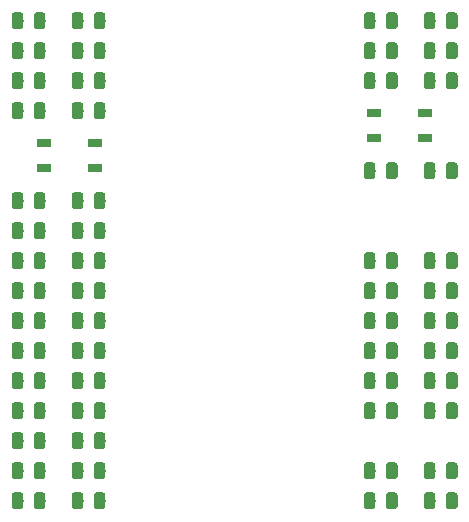
<source format=gbr>
G04 #@! TF.GenerationSoftware,KiCad,Pcbnew,(5.0.0)*
G04 #@! TF.CreationDate,2020-10-19T16:45:57-06:00*
G04 #@! TF.ProjectId,BlueMacro_LED_Tester,426C75654D6163726F5F4C45445F5465,rev?*
G04 #@! TF.SameCoordinates,Original*
G04 #@! TF.FileFunction,Paste,Top*
G04 #@! TF.FilePolarity,Positive*
%FSLAX46Y46*%
G04 Gerber Fmt 4.6, Leading zero omitted, Abs format (unit mm)*
G04 Created by KiCad (PCBNEW (5.0.0)) date 10/19/20 16:45:57*
%MOMM*%
%LPD*%
G01*
G04 APERTURE LIST*
%ADD10C,0.100000*%
%ADD11C,0.975000*%
%ADD12R,1.200000X0.650000*%
G04 APERTURE END LIST*
D10*
G04 #@! TO.C,D1*
G36*
X159622642Y-66611174D02*
X159646303Y-66614684D01*
X159669507Y-66620496D01*
X159692029Y-66628554D01*
X159713653Y-66638782D01*
X159734170Y-66651079D01*
X159753383Y-66665329D01*
X159771107Y-66681393D01*
X159787171Y-66699117D01*
X159801421Y-66718330D01*
X159813718Y-66738847D01*
X159823946Y-66760471D01*
X159832004Y-66782993D01*
X159837816Y-66806197D01*
X159841326Y-66829858D01*
X159842500Y-66853750D01*
X159842500Y-67766250D01*
X159841326Y-67790142D01*
X159837816Y-67813803D01*
X159832004Y-67837007D01*
X159823946Y-67859529D01*
X159813718Y-67881153D01*
X159801421Y-67901670D01*
X159787171Y-67920883D01*
X159771107Y-67938607D01*
X159753383Y-67954671D01*
X159734170Y-67968921D01*
X159713653Y-67981218D01*
X159692029Y-67991446D01*
X159669507Y-67999504D01*
X159646303Y-68005316D01*
X159622642Y-68008826D01*
X159598750Y-68010000D01*
X159111250Y-68010000D01*
X159087358Y-68008826D01*
X159063697Y-68005316D01*
X159040493Y-67999504D01*
X159017971Y-67991446D01*
X158996347Y-67981218D01*
X158975830Y-67968921D01*
X158956617Y-67954671D01*
X158938893Y-67938607D01*
X158922829Y-67920883D01*
X158908579Y-67901670D01*
X158896282Y-67881153D01*
X158886054Y-67859529D01*
X158877996Y-67837007D01*
X158872184Y-67813803D01*
X158868674Y-67790142D01*
X158867500Y-67766250D01*
X158867500Y-66853750D01*
X158868674Y-66829858D01*
X158872184Y-66806197D01*
X158877996Y-66782993D01*
X158886054Y-66760471D01*
X158896282Y-66738847D01*
X158908579Y-66718330D01*
X158922829Y-66699117D01*
X158938893Y-66681393D01*
X158956617Y-66665329D01*
X158975830Y-66651079D01*
X158996347Y-66638782D01*
X159017971Y-66628554D01*
X159040493Y-66620496D01*
X159063697Y-66614684D01*
X159087358Y-66611174D01*
X159111250Y-66610000D01*
X159598750Y-66610000D01*
X159622642Y-66611174D01*
X159622642Y-66611174D01*
G37*
D11*
X159355000Y-67310000D03*
D10*
G36*
X157747642Y-66611174D02*
X157771303Y-66614684D01*
X157794507Y-66620496D01*
X157817029Y-66628554D01*
X157838653Y-66638782D01*
X157859170Y-66651079D01*
X157878383Y-66665329D01*
X157896107Y-66681393D01*
X157912171Y-66699117D01*
X157926421Y-66718330D01*
X157938718Y-66738847D01*
X157948946Y-66760471D01*
X157957004Y-66782993D01*
X157962816Y-66806197D01*
X157966326Y-66829858D01*
X157967500Y-66853750D01*
X157967500Y-67766250D01*
X157966326Y-67790142D01*
X157962816Y-67813803D01*
X157957004Y-67837007D01*
X157948946Y-67859529D01*
X157938718Y-67881153D01*
X157926421Y-67901670D01*
X157912171Y-67920883D01*
X157896107Y-67938607D01*
X157878383Y-67954671D01*
X157859170Y-67968921D01*
X157838653Y-67981218D01*
X157817029Y-67991446D01*
X157794507Y-67999504D01*
X157771303Y-68005316D01*
X157747642Y-68008826D01*
X157723750Y-68010000D01*
X157236250Y-68010000D01*
X157212358Y-68008826D01*
X157188697Y-68005316D01*
X157165493Y-67999504D01*
X157142971Y-67991446D01*
X157121347Y-67981218D01*
X157100830Y-67968921D01*
X157081617Y-67954671D01*
X157063893Y-67938607D01*
X157047829Y-67920883D01*
X157033579Y-67901670D01*
X157021282Y-67881153D01*
X157011054Y-67859529D01*
X157002996Y-67837007D01*
X156997184Y-67813803D01*
X156993674Y-67790142D01*
X156992500Y-67766250D01*
X156992500Y-66853750D01*
X156993674Y-66829858D01*
X156997184Y-66806197D01*
X157002996Y-66782993D01*
X157011054Y-66760471D01*
X157021282Y-66738847D01*
X157033579Y-66718330D01*
X157047829Y-66699117D01*
X157063893Y-66681393D01*
X157081617Y-66665329D01*
X157100830Y-66651079D01*
X157121347Y-66638782D01*
X157142971Y-66628554D01*
X157165493Y-66620496D01*
X157188697Y-66614684D01*
X157212358Y-66611174D01*
X157236250Y-66610000D01*
X157723750Y-66610000D01*
X157747642Y-66611174D01*
X157747642Y-66611174D01*
G37*
D11*
X157480000Y-67310000D03*
G04 #@! TD*
D10*
G04 #@! TO.C,D2*
G36*
X157747642Y-69151174D02*
X157771303Y-69154684D01*
X157794507Y-69160496D01*
X157817029Y-69168554D01*
X157838653Y-69178782D01*
X157859170Y-69191079D01*
X157878383Y-69205329D01*
X157896107Y-69221393D01*
X157912171Y-69239117D01*
X157926421Y-69258330D01*
X157938718Y-69278847D01*
X157948946Y-69300471D01*
X157957004Y-69322993D01*
X157962816Y-69346197D01*
X157966326Y-69369858D01*
X157967500Y-69393750D01*
X157967500Y-70306250D01*
X157966326Y-70330142D01*
X157962816Y-70353803D01*
X157957004Y-70377007D01*
X157948946Y-70399529D01*
X157938718Y-70421153D01*
X157926421Y-70441670D01*
X157912171Y-70460883D01*
X157896107Y-70478607D01*
X157878383Y-70494671D01*
X157859170Y-70508921D01*
X157838653Y-70521218D01*
X157817029Y-70531446D01*
X157794507Y-70539504D01*
X157771303Y-70545316D01*
X157747642Y-70548826D01*
X157723750Y-70550000D01*
X157236250Y-70550000D01*
X157212358Y-70548826D01*
X157188697Y-70545316D01*
X157165493Y-70539504D01*
X157142971Y-70531446D01*
X157121347Y-70521218D01*
X157100830Y-70508921D01*
X157081617Y-70494671D01*
X157063893Y-70478607D01*
X157047829Y-70460883D01*
X157033579Y-70441670D01*
X157021282Y-70421153D01*
X157011054Y-70399529D01*
X157002996Y-70377007D01*
X156997184Y-70353803D01*
X156993674Y-70330142D01*
X156992500Y-70306250D01*
X156992500Y-69393750D01*
X156993674Y-69369858D01*
X156997184Y-69346197D01*
X157002996Y-69322993D01*
X157011054Y-69300471D01*
X157021282Y-69278847D01*
X157033579Y-69258330D01*
X157047829Y-69239117D01*
X157063893Y-69221393D01*
X157081617Y-69205329D01*
X157100830Y-69191079D01*
X157121347Y-69178782D01*
X157142971Y-69168554D01*
X157165493Y-69160496D01*
X157188697Y-69154684D01*
X157212358Y-69151174D01*
X157236250Y-69150000D01*
X157723750Y-69150000D01*
X157747642Y-69151174D01*
X157747642Y-69151174D01*
G37*
D11*
X157480000Y-69850000D03*
D10*
G36*
X159622642Y-69151174D02*
X159646303Y-69154684D01*
X159669507Y-69160496D01*
X159692029Y-69168554D01*
X159713653Y-69178782D01*
X159734170Y-69191079D01*
X159753383Y-69205329D01*
X159771107Y-69221393D01*
X159787171Y-69239117D01*
X159801421Y-69258330D01*
X159813718Y-69278847D01*
X159823946Y-69300471D01*
X159832004Y-69322993D01*
X159837816Y-69346197D01*
X159841326Y-69369858D01*
X159842500Y-69393750D01*
X159842500Y-70306250D01*
X159841326Y-70330142D01*
X159837816Y-70353803D01*
X159832004Y-70377007D01*
X159823946Y-70399529D01*
X159813718Y-70421153D01*
X159801421Y-70441670D01*
X159787171Y-70460883D01*
X159771107Y-70478607D01*
X159753383Y-70494671D01*
X159734170Y-70508921D01*
X159713653Y-70521218D01*
X159692029Y-70531446D01*
X159669507Y-70539504D01*
X159646303Y-70545316D01*
X159622642Y-70548826D01*
X159598750Y-70550000D01*
X159111250Y-70550000D01*
X159087358Y-70548826D01*
X159063697Y-70545316D01*
X159040493Y-70539504D01*
X159017971Y-70531446D01*
X158996347Y-70521218D01*
X158975830Y-70508921D01*
X158956617Y-70494671D01*
X158938893Y-70478607D01*
X158922829Y-70460883D01*
X158908579Y-70441670D01*
X158896282Y-70421153D01*
X158886054Y-70399529D01*
X158877996Y-70377007D01*
X158872184Y-70353803D01*
X158868674Y-70330142D01*
X158867500Y-70306250D01*
X158867500Y-69393750D01*
X158868674Y-69369858D01*
X158872184Y-69346197D01*
X158877996Y-69322993D01*
X158886054Y-69300471D01*
X158896282Y-69278847D01*
X158908579Y-69258330D01*
X158922829Y-69239117D01*
X158938893Y-69221393D01*
X158956617Y-69205329D01*
X158975830Y-69191079D01*
X158996347Y-69178782D01*
X159017971Y-69168554D01*
X159040493Y-69160496D01*
X159063697Y-69154684D01*
X159087358Y-69151174D01*
X159111250Y-69150000D01*
X159598750Y-69150000D01*
X159622642Y-69151174D01*
X159622642Y-69151174D01*
G37*
D11*
X159355000Y-69850000D03*
G04 #@! TD*
D10*
G04 #@! TO.C,D3*
G36*
X157747642Y-71691174D02*
X157771303Y-71694684D01*
X157794507Y-71700496D01*
X157817029Y-71708554D01*
X157838653Y-71718782D01*
X157859170Y-71731079D01*
X157878383Y-71745329D01*
X157896107Y-71761393D01*
X157912171Y-71779117D01*
X157926421Y-71798330D01*
X157938718Y-71818847D01*
X157948946Y-71840471D01*
X157957004Y-71862993D01*
X157962816Y-71886197D01*
X157966326Y-71909858D01*
X157967500Y-71933750D01*
X157967500Y-72846250D01*
X157966326Y-72870142D01*
X157962816Y-72893803D01*
X157957004Y-72917007D01*
X157948946Y-72939529D01*
X157938718Y-72961153D01*
X157926421Y-72981670D01*
X157912171Y-73000883D01*
X157896107Y-73018607D01*
X157878383Y-73034671D01*
X157859170Y-73048921D01*
X157838653Y-73061218D01*
X157817029Y-73071446D01*
X157794507Y-73079504D01*
X157771303Y-73085316D01*
X157747642Y-73088826D01*
X157723750Y-73090000D01*
X157236250Y-73090000D01*
X157212358Y-73088826D01*
X157188697Y-73085316D01*
X157165493Y-73079504D01*
X157142971Y-73071446D01*
X157121347Y-73061218D01*
X157100830Y-73048921D01*
X157081617Y-73034671D01*
X157063893Y-73018607D01*
X157047829Y-73000883D01*
X157033579Y-72981670D01*
X157021282Y-72961153D01*
X157011054Y-72939529D01*
X157002996Y-72917007D01*
X156997184Y-72893803D01*
X156993674Y-72870142D01*
X156992500Y-72846250D01*
X156992500Y-71933750D01*
X156993674Y-71909858D01*
X156997184Y-71886197D01*
X157002996Y-71862993D01*
X157011054Y-71840471D01*
X157021282Y-71818847D01*
X157033579Y-71798330D01*
X157047829Y-71779117D01*
X157063893Y-71761393D01*
X157081617Y-71745329D01*
X157100830Y-71731079D01*
X157121347Y-71718782D01*
X157142971Y-71708554D01*
X157165493Y-71700496D01*
X157188697Y-71694684D01*
X157212358Y-71691174D01*
X157236250Y-71690000D01*
X157723750Y-71690000D01*
X157747642Y-71691174D01*
X157747642Y-71691174D01*
G37*
D11*
X157480000Y-72390000D03*
D10*
G36*
X159622642Y-71691174D02*
X159646303Y-71694684D01*
X159669507Y-71700496D01*
X159692029Y-71708554D01*
X159713653Y-71718782D01*
X159734170Y-71731079D01*
X159753383Y-71745329D01*
X159771107Y-71761393D01*
X159787171Y-71779117D01*
X159801421Y-71798330D01*
X159813718Y-71818847D01*
X159823946Y-71840471D01*
X159832004Y-71862993D01*
X159837816Y-71886197D01*
X159841326Y-71909858D01*
X159842500Y-71933750D01*
X159842500Y-72846250D01*
X159841326Y-72870142D01*
X159837816Y-72893803D01*
X159832004Y-72917007D01*
X159823946Y-72939529D01*
X159813718Y-72961153D01*
X159801421Y-72981670D01*
X159787171Y-73000883D01*
X159771107Y-73018607D01*
X159753383Y-73034671D01*
X159734170Y-73048921D01*
X159713653Y-73061218D01*
X159692029Y-73071446D01*
X159669507Y-73079504D01*
X159646303Y-73085316D01*
X159622642Y-73088826D01*
X159598750Y-73090000D01*
X159111250Y-73090000D01*
X159087358Y-73088826D01*
X159063697Y-73085316D01*
X159040493Y-73079504D01*
X159017971Y-73071446D01*
X158996347Y-73061218D01*
X158975830Y-73048921D01*
X158956617Y-73034671D01*
X158938893Y-73018607D01*
X158922829Y-73000883D01*
X158908579Y-72981670D01*
X158896282Y-72961153D01*
X158886054Y-72939529D01*
X158877996Y-72917007D01*
X158872184Y-72893803D01*
X158868674Y-72870142D01*
X158867500Y-72846250D01*
X158867500Y-71933750D01*
X158868674Y-71909858D01*
X158872184Y-71886197D01*
X158877996Y-71862993D01*
X158886054Y-71840471D01*
X158896282Y-71818847D01*
X158908579Y-71798330D01*
X158922829Y-71779117D01*
X158938893Y-71761393D01*
X158956617Y-71745329D01*
X158975830Y-71731079D01*
X158996347Y-71718782D01*
X159017971Y-71708554D01*
X159040493Y-71700496D01*
X159063697Y-71694684D01*
X159087358Y-71691174D01*
X159111250Y-71690000D01*
X159598750Y-71690000D01*
X159622642Y-71691174D01*
X159622642Y-71691174D01*
G37*
D11*
X159355000Y-72390000D03*
G04 #@! TD*
D10*
G04 #@! TO.C,D4*
G36*
X157747642Y-79311174D02*
X157771303Y-79314684D01*
X157794507Y-79320496D01*
X157817029Y-79328554D01*
X157838653Y-79338782D01*
X157859170Y-79351079D01*
X157878383Y-79365329D01*
X157896107Y-79381393D01*
X157912171Y-79399117D01*
X157926421Y-79418330D01*
X157938718Y-79438847D01*
X157948946Y-79460471D01*
X157957004Y-79482993D01*
X157962816Y-79506197D01*
X157966326Y-79529858D01*
X157967500Y-79553750D01*
X157967500Y-80466250D01*
X157966326Y-80490142D01*
X157962816Y-80513803D01*
X157957004Y-80537007D01*
X157948946Y-80559529D01*
X157938718Y-80581153D01*
X157926421Y-80601670D01*
X157912171Y-80620883D01*
X157896107Y-80638607D01*
X157878383Y-80654671D01*
X157859170Y-80668921D01*
X157838653Y-80681218D01*
X157817029Y-80691446D01*
X157794507Y-80699504D01*
X157771303Y-80705316D01*
X157747642Y-80708826D01*
X157723750Y-80710000D01*
X157236250Y-80710000D01*
X157212358Y-80708826D01*
X157188697Y-80705316D01*
X157165493Y-80699504D01*
X157142971Y-80691446D01*
X157121347Y-80681218D01*
X157100830Y-80668921D01*
X157081617Y-80654671D01*
X157063893Y-80638607D01*
X157047829Y-80620883D01*
X157033579Y-80601670D01*
X157021282Y-80581153D01*
X157011054Y-80559529D01*
X157002996Y-80537007D01*
X156997184Y-80513803D01*
X156993674Y-80490142D01*
X156992500Y-80466250D01*
X156992500Y-79553750D01*
X156993674Y-79529858D01*
X156997184Y-79506197D01*
X157002996Y-79482993D01*
X157011054Y-79460471D01*
X157021282Y-79438847D01*
X157033579Y-79418330D01*
X157047829Y-79399117D01*
X157063893Y-79381393D01*
X157081617Y-79365329D01*
X157100830Y-79351079D01*
X157121347Y-79338782D01*
X157142971Y-79328554D01*
X157165493Y-79320496D01*
X157188697Y-79314684D01*
X157212358Y-79311174D01*
X157236250Y-79310000D01*
X157723750Y-79310000D01*
X157747642Y-79311174D01*
X157747642Y-79311174D01*
G37*
D11*
X157480000Y-80010000D03*
D10*
G36*
X159622642Y-79311174D02*
X159646303Y-79314684D01*
X159669507Y-79320496D01*
X159692029Y-79328554D01*
X159713653Y-79338782D01*
X159734170Y-79351079D01*
X159753383Y-79365329D01*
X159771107Y-79381393D01*
X159787171Y-79399117D01*
X159801421Y-79418330D01*
X159813718Y-79438847D01*
X159823946Y-79460471D01*
X159832004Y-79482993D01*
X159837816Y-79506197D01*
X159841326Y-79529858D01*
X159842500Y-79553750D01*
X159842500Y-80466250D01*
X159841326Y-80490142D01*
X159837816Y-80513803D01*
X159832004Y-80537007D01*
X159823946Y-80559529D01*
X159813718Y-80581153D01*
X159801421Y-80601670D01*
X159787171Y-80620883D01*
X159771107Y-80638607D01*
X159753383Y-80654671D01*
X159734170Y-80668921D01*
X159713653Y-80681218D01*
X159692029Y-80691446D01*
X159669507Y-80699504D01*
X159646303Y-80705316D01*
X159622642Y-80708826D01*
X159598750Y-80710000D01*
X159111250Y-80710000D01*
X159087358Y-80708826D01*
X159063697Y-80705316D01*
X159040493Y-80699504D01*
X159017971Y-80691446D01*
X158996347Y-80681218D01*
X158975830Y-80668921D01*
X158956617Y-80654671D01*
X158938893Y-80638607D01*
X158922829Y-80620883D01*
X158908579Y-80601670D01*
X158896282Y-80581153D01*
X158886054Y-80559529D01*
X158877996Y-80537007D01*
X158872184Y-80513803D01*
X158868674Y-80490142D01*
X158867500Y-80466250D01*
X158867500Y-79553750D01*
X158868674Y-79529858D01*
X158872184Y-79506197D01*
X158877996Y-79482993D01*
X158886054Y-79460471D01*
X158896282Y-79438847D01*
X158908579Y-79418330D01*
X158922829Y-79399117D01*
X158938893Y-79381393D01*
X158956617Y-79365329D01*
X158975830Y-79351079D01*
X158996347Y-79338782D01*
X159017971Y-79328554D01*
X159040493Y-79320496D01*
X159063697Y-79314684D01*
X159087358Y-79311174D01*
X159111250Y-79310000D01*
X159598750Y-79310000D01*
X159622642Y-79311174D01*
X159622642Y-79311174D01*
G37*
D11*
X159355000Y-80010000D03*
G04 #@! TD*
D10*
G04 #@! TO.C,D5*
G36*
X159622642Y-86931174D02*
X159646303Y-86934684D01*
X159669507Y-86940496D01*
X159692029Y-86948554D01*
X159713653Y-86958782D01*
X159734170Y-86971079D01*
X159753383Y-86985329D01*
X159771107Y-87001393D01*
X159787171Y-87019117D01*
X159801421Y-87038330D01*
X159813718Y-87058847D01*
X159823946Y-87080471D01*
X159832004Y-87102993D01*
X159837816Y-87126197D01*
X159841326Y-87149858D01*
X159842500Y-87173750D01*
X159842500Y-88086250D01*
X159841326Y-88110142D01*
X159837816Y-88133803D01*
X159832004Y-88157007D01*
X159823946Y-88179529D01*
X159813718Y-88201153D01*
X159801421Y-88221670D01*
X159787171Y-88240883D01*
X159771107Y-88258607D01*
X159753383Y-88274671D01*
X159734170Y-88288921D01*
X159713653Y-88301218D01*
X159692029Y-88311446D01*
X159669507Y-88319504D01*
X159646303Y-88325316D01*
X159622642Y-88328826D01*
X159598750Y-88330000D01*
X159111250Y-88330000D01*
X159087358Y-88328826D01*
X159063697Y-88325316D01*
X159040493Y-88319504D01*
X159017971Y-88311446D01*
X158996347Y-88301218D01*
X158975830Y-88288921D01*
X158956617Y-88274671D01*
X158938893Y-88258607D01*
X158922829Y-88240883D01*
X158908579Y-88221670D01*
X158896282Y-88201153D01*
X158886054Y-88179529D01*
X158877996Y-88157007D01*
X158872184Y-88133803D01*
X158868674Y-88110142D01*
X158867500Y-88086250D01*
X158867500Y-87173750D01*
X158868674Y-87149858D01*
X158872184Y-87126197D01*
X158877996Y-87102993D01*
X158886054Y-87080471D01*
X158896282Y-87058847D01*
X158908579Y-87038330D01*
X158922829Y-87019117D01*
X158938893Y-87001393D01*
X158956617Y-86985329D01*
X158975830Y-86971079D01*
X158996347Y-86958782D01*
X159017971Y-86948554D01*
X159040493Y-86940496D01*
X159063697Y-86934684D01*
X159087358Y-86931174D01*
X159111250Y-86930000D01*
X159598750Y-86930000D01*
X159622642Y-86931174D01*
X159622642Y-86931174D01*
G37*
D11*
X159355000Y-87630000D03*
D10*
G36*
X157747642Y-86931174D02*
X157771303Y-86934684D01*
X157794507Y-86940496D01*
X157817029Y-86948554D01*
X157838653Y-86958782D01*
X157859170Y-86971079D01*
X157878383Y-86985329D01*
X157896107Y-87001393D01*
X157912171Y-87019117D01*
X157926421Y-87038330D01*
X157938718Y-87058847D01*
X157948946Y-87080471D01*
X157957004Y-87102993D01*
X157962816Y-87126197D01*
X157966326Y-87149858D01*
X157967500Y-87173750D01*
X157967500Y-88086250D01*
X157966326Y-88110142D01*
X157962816Y-88133803D01*
X157957004Y-88157007D01*
X157948946Y-88179529D01*
X157938718Y-88201153D01*
X157926421Y-88221670D01*
X157912171Y-88240883D01*
X157896107Y-88258607D01*
X157878383Y-88274671D01*
X157859170Y-88288921D01*
X157838653Y-88301218D01*
X157817029Y-88311446D01*
X157794507Y-88319504D01*
X157771303Y-88325316D01*
X157747642Y-88328826D01*
X157723750Y-88330000D01*
X157236250Y-88330000D01*
X157212358Y-88328826D01*
X157188697Y-88325316D01*
X157165493Y-88319504D01*
X157142971Y-88311446D01*
X157121347Y-88301218D01*
X157100830Y-88288921D01*
X157081617Y-88274671D01*
X157063893Y-88258607D01*
X157047829Y-88240883D01*
X157033579Y-88221670D01*
X157021282Y-88201153D01*
X157011054Y-88179529D01*
X157002996Y-88157007D01*
X156997184Y-88133803D01*
X156993674Y-88110142D01*
X156992500Y-88086250D01*
X156992500Y-87173750D01*
X156993674Y-87149858D01*
X156997184Y-87126197D01*
X157002996Y-87102993D01*
X157011054Y-87080471D01*
X157021282Y-87058847D01*
X157033579Y-87038330D01*
X157047829Y-87019117D01*
X157063893Y-87001393D01*
X157081617Y-86985329D01*
X157100830Y-86971079D01*
X157121347Y-86958782D01*
X157142971Y-86948554D01*
X157165493Y-86940496D01*
X157188697Y-86934684D01*
X157212358Y-86931174D01*
X157236250Y-86930000D01*
X157723750Y-86930000D01*
X157747642Y-86931174D01*
X157747642Y-86931174D01*
G37*
D11*
X157480000Y-87630000D03*
G04 #@! TD*
D10*
G04 #@! TO.C,D6*
G36*
X157747642Y-89471174D02*
X157771303Y-89474684D01*
X157794507Y-89480496D01*
X157817029Y-89488554D01*
X157838653Y-89498782D01*
X157859170Y-89511079D01*
X157878383Y-89525329D01*
X157896107Y-89541393D01*
X157912171Y-89559117D01*
X157926421Y-89578330D01*
X157938718Y-89598847D01*
X157948946Y-89620471D01*
X157957004Y-89642993D01*
X157962816Y-89666197D01*
X157966326Y-89689858D01*
X157967500Y-89713750D01*
X157967500Y-90626250D01*
X157966326Y-90650142D01*
X157962816Y-90673803D01*
X157957004Y-90697007D01*
X157948946Y-90719529D01*
X157938718Y-90741153D01*
X157926421Y-90761670D01*
X157912171Y-90780883D01*
X157896107Y-90798607D01*
X157878383Y-90814671D01*
X157859170Y-90828921D01*
X157838653Y-90841218D01*
X157817029Y-90851446D01*
X157794507Y-90859504D01*
X157771303Y-90865316D01*
X157747642Y-90868826D01*
X157723750Y-90870000D01*
X157236250Y-90870000D01*
X157212358Y-90868826D01*
X157188697Y-90865316D01*
X157165493Y-90859504D01*
X157142971Y-90851446D01*
X157121347Y-90841218D01*
X157100830Y-90828921D01*
X157081617Y-90814671D01*
X157063893Y-90798607D01*
X157047829Y-90780883D01*
X157033579Y-90761670D01*
X157021282Y-90741153D01*
X157011054Y-90719529D01*
X157002996Y-90697007D01*
X156997184Y-90673803D01*
X156993674Y-90650142D01*
X156992500Y-90626250D01*
X156992500Y-89713750D01*
X156993674Y-89689858D01*
X156997184Y-89666197D01*
X157002996Y-89642993D01*
X157011054Y-89620471D01*
X157021282Y-89598847D01*
X157033579Y-89578330D01*
X157047829Y-89559117D01*
X157063893Y-89541393D01*
X157081617Y-89525329D01*
X157100830Y-89511079D01*
X157121347Y-89498782D01*
X157142971Y-89488554D01*
X157165493Y-89480496D01*
X157188697Y-89474684D01*
X157212358Y-89471174D01*
X157236250Y-89470000D01*
X157723750Y-89470000D01*
X157747642Y-89471174D01*
X157747642Y-89471174D01*
G37*
D11*
X157480000Y-90170000D03*
D10*
G36*
X159622642Y-89471174D02*
X159646303Y-89474684D01*
X159669507Y-89480496D01*
X159692029Y-89488554D01*
X159713653Y-89498782D01*
X159734170Y-89511079D01*
X159753383Y-89525329D01*
X159771107Y-89541393D01*
X159787171Y-89559117D01*
X159801421Y-89578330D01*
X159813718Y-89598847D01*
X159823946Y-89620471D01*
X159832004Y-89642993D01*
X159837816Y-89666197D01*
X159841326Y-89689858D01*
X159842500Y-89713750D01*
X159842500Y-90626250D01*
X159841326Y-90650142D01*
X159837816Y-90673803D01*
X159832004Y-90697007D01*
X159823946Y-90719529D01*
X159813718Y-90741153D01*
X159801421Y-90761670D01*
X159787171Y-90780883D01*
X159771107Y-90798607D01*
X159753383Y-90814671D01*
X159734170Y-90828921D01*
X159713653Y-90841218D01*
X159692029Y-90851446D01*
X159669507Y-90859504D01*
X159646303Y-90865316D01*
X159622642Y-90868826D01*
X159598750Y-90870000D01*
X159111250Y-90870000D01*
X159087358Y-90868826D01*
X159063697Y-90865316D01*
X159040493Y-90859504D01*
X159017971Y-90851446D01*
X158996347Y-90841218D01*
X158975830Y-90828921D01*
X158956617Y-90814671D01*
X158938893Y-90798607D01*
X158922829Y-90780883D01*
X158908579Y-90761670D01*
X158896282Y-90741153D01*
X158886054Y-90719529D01*
X158877996Y-90697007D01*
X158872184Y-90673803D01*
X158868674Y-90650142D01*
X158867500Y-90626250D01*
X158867500Y-89713750D01*
X158868674Y-89689858D01*
X158872184Y-89666197D01*
X158877996Y-89642993D01*
X158886054Y-89620471D01*
X158896282Y-89598847D01*
X158908579Y-89578330D01*
X158922829Y-89559117D01*
X158938893Y-89541393D01*
X158956617Y-89525329D01*
X158975830Y-89511079D01*
X158996347Y-89498782D01*
X159017971Y-89488554D01*
X159040493Y-89480496D01*
X159063697Y-89474684D01*
X159087358Y-89471174D01*
X159111250Y-89470000D01*
X159598750Y-89470000D01*
X159622642Y-89471174D01*
X159622642Y-89471174D01*
G37*
D11*
X159355000Y-90170000D03*
G04 #@! TD*
D10*
G04 #@! TO.C,D7*
G36*
X159622642Y-92011174D02*
X159646303Y-92014684D01*
X159669507Y-92020496D01*
X159692029Y-92028554D01*
X159713653Y-92038782D01*
X159734170Y-92051079D01*
X159753383Y-92065329D01*
X159771107Y-92081393D01*
X159787171Y-92099117D01*
X159801421Y-92118330D01*
X159813718Y-92138847D01*
X159823946Y-92160471D01*
X159832004Y-92182993D01*
X159837816Y-92206197D01*
X159841326Y-92229858D01*
X159842500Y-92253750D01*
X159842500Y-93166250D01*
X159841326Y-93190142D01*
X159837816Y-93213803D01*
X159832004Y-93237007D01*
X159823946Y-93259529D01*
X159813718Y-93281153D01*
X159801421Y-93301670D01*
X159787171Y-93320883D01*
X159771107Y-93338607D01*
X159753383Y-93354671D01*
X159734170Y-93368921D01*
X159713653Y-93381218D01*
X159692029Y-93391446D01*
X159669507Y-93399504D01*
X159646303Y-93405316D01*
X159622642Y-93408826D01*
X159598750Y-93410000D01*
X159111250Y-93410000D01*
X159087358Y-93408826D01*
X159063697Y-93405316D01*
X159040493Y-93399504D01*
X159017971Y-93391446D01*
X158996347Y-93381218D01*
X158975830Y-93368921D01*
X158956617Y-93354671D01*
X158938893Y-93338607D01*
X158922829Y-93320883D01*
X158908579Y-93301670D01*
X158896282Y-93281153D01*
X158886054Y-93259529D01*
X158877996Y-93237007D01*
X158872184Y-93213803D01*
X158868674Y-93190142D01*
X158867500Y-93166250D01*
X158867500Y-92253750D01*
X158868674Y-92229858D01*
X158872184Y-92206197D01*
X158877996Y-92182993D01*
X158886054Y-92160471D01*
X158896282Y-92138847D01*
X158908579Y-92118330D01*
X158922829Y-92099117D01*
X158938893Y-92081393D01*
X158956617Y-92065329D01*
X158975830Y-92051079D01*
X158996347Y-92038782D01*
X159017971Y-92028554D01*
X159040493Y-92020496D01*
X159063697Y-92014684D01*
X159087358Y-92011174D01*
X159111250Y-92010000D01*
X159598750Y-92010000D01*
X159622642Y-92011174D01*
X159622642Y-92011174D01*
G37*
D11*
X159355000Y-92710000D03*
D10*
G36*
X157747642Y-92011174D02*
X157771303Y-92014684D01*
X157794507Y-92020496D01*
X157817029Y-92028554D01*
X157838653Y-92038782D01*
X157859170Y-92051079D01*
X157878383Y-92065329D01*
X157896107Y-92081393D01*
X157912171Y-92099117D01*
X157926421Y-92118330D01*
X157938718Y-92138847D01*
X157948946Y-92160471D01*
X157957004Y-92182993D01*
X157962816Y-92206197D01*
X157966326Y-92229858D01*
X157967500Y-92253750D01*
X157967500Y-93166250D01*
X157966326Y-93190142D01*
X157962816Y-93213803D01*
X157957004Y-93237007D01*
X157948946Y-93259529D01*
X157938718Y-93281153D01*
X157926421Y-93301670D01*
X157912171Y-93320883D01*
X157896107Y-93338607D01*
X157878383Y-93354671D01*
X157859170Y-93368921D01*
X157838653Y-93381218D01*
X157817029Y-93391446D01*
X157794507Y-93399504D01*
X157771303Y-93405316D01*
X157747642Y-93408826D01*
X157723750Y-93410000D01*
X157236250Y-93410000D01*
X157212358Y-93408826D01*
X157188697Y-93405316D01*
X157165493Y-93399504D01*
X157142971Y-93391446D01*
X157121347Y-93381218D01*
X157100830Y-93368921D01*
X157081617Y-93354671D01*
X157063893Y-93338607D01*
X157047829Y-93320883D01*
X157033579Y-93301670D01*
X157021282Y-93281153D01*
X157011054Y-93259529D01*
X157002996Y-93237007D01*
X156997184Y-93213803D01*
X156993674Y-93190142D01*
X156992500Y-93166250D01*
X156992500Y-92253750D01*
X156993674Y-92229858D01*
X156997184Y-92206197D01*
X157002996Y-92182993D01*
X157011054Y-92160471D01*
X157021282Y-92138847D01*
X157033579Y-92118330D01*
X157047829Y-92099117D01*
X157063893Y-92081393D01*
X157081617Y-92065329D01*
X157100830Y-92051079D01*
X157121347Y-92038782D01*
X157142971Y-92028554D01*
X157165493Y-92020496D01*
X157188697Y-92014684D01*
X157212358Y-92011174D01*
X157236250Y-92010000D01*
X157723750Y-92010000D01*
X157747642Y-92011174D01*
X157747642Y-92011174D01*
G37*
D11*
X157480000Y-92710000D03*
G04 #@! TD*
D10*
G04 #@! TO.C,D8*
G36*
X159622642Y-94551174D02*
X159646303Y-94554684D01*
X159669507Y-94560496D01*
X159692029Y-94568554D01*
X159713653Y-94578782D01*
X159734170Y-94591079D01*
X159753383Y-94605329D01*
X159771107Y-94621393D01*
X159787171Y-94639117D01*
X159801421Y-94658330D01*
X159813718Y-94678847D01*
X159823946Y-94700471D01*
X159832004Y-94722993D01*
X159837816Y-94746197D01*
X159841326Y-94769858D01*
X159842500Y-94793750D01*
X159842500Y-95706250D01*
X159841326Y-95730142D01*
X159837816Y-95753803D01*
X159832004Y-95777007D01*
X159823946Y-95799529D01*
X159813718Y-95821153D01*
X159801421Y-95841670D01*
X159787171Y-95860883D01*
X159771107Y-95878607D01*
X159753383Y-95894671D01*
X159734170Y-95908921D01*
X159713653Y-95921218D01*
X159692029Y-95931446D01*
X159669507Y-95939504D01*
X159646303Y-95945316D01*
X159622642Y-95948826D01*
X159598750Y-95950000D01*
X159111250Y-95950000D01*
X159087358Y-95948826D01*
X159063697Y-95945316D01*
X159040493Y-95939504D01*
X159017971Y-95931446D01*
X158996347Y-95921218D01*
X158975830Y-95908921D01*
X158956617Y-95894671D01*
X158938893Y-95878607D01*
X158922829Y-95860883D01*
X158908579Y-95841670D01*
X158896282Y-95821153D01*
X158886054Y-95799529D01*
X158877996Y-95777007D01*
X158872184Y-95753803D01*
X158868674Y-95730142D01*
X158867500Y-95706250D01*
X158867500Y-94793750D01*
X158868674Y-94769858D01*
X158872184Y-94746197D01*
X158877996Y-94722993D01*
X158886054Y-94700471D01*
X158896282Y-94678847D01*
X158908579Y-94658330D01*
X158922829Y-94639117D01*
X158938893Y-94621393D01*
X158956617Y-94605329D01*
X158975830Y-94591079D01*
X158996347Y-94578782D01*
X159017971Y-94568554D01*
X159040493Y-94560496D01*
X159063697Y-94554684D01*
X159087358Y-94551174D01*
X159111250Y-94550000D01*
X159598750Y-94550000D01*
X159622642Y-94551174D01*
X159622642Y-94551174D01*
G37*
D11*
X159355000Y-95250000D03*
D10*
G36*
X157747642Y-94551174D02*
X157771303Y-94554684D01*
X157794507Y-94560496D01*
X157817029Y-94568554D01*
X157838653Y-94578782D01*
X157859170Y-94591079D01*
X157878383Y-94605329D01*
X157896107Y-94621393D01*
X157912171Y-94639117D01*
X157926421Y-94658330D01*
X157938718Y-94678847D01*
X157948946Y-94700471D01*
X157957004Y-94722993D01*
X157962816Y-94746197D01*
X157966326Y-94769858D01*
X157967500Y-94793750D01*
X157967500Y-95706250D01*
X157966326Y-95730142D01*
X157962816Y-95753803D01*
X157957004Y-95777007D01*
X157948946Y-95799529D01*
X157938718Y-95821153D01*
X157926421Y-95841670D01*
X157912171Y-95860883D01*
X157896107Y-95878607D01*
X157878383Y-95894671D01*
X157859170Y-95908921D01*
X157838653Y-95921218D01*
X157817029Y-95931446D01*
X157794507Y-95939504D01*
X157771303Y-95945316D01*
X157747642Y-95948826D01*
X157723750Y-95950000D01*
X157236250Y-95950000D01*
X157212358Y-95948826D01*
X157188697Y-95945316D01*
X157165493Y-95939504D01*
X157142971Y-95931446D01*
X157121347Y-95921218D01*
X157100830Y-95908921D01*
X157081617Y-95894671D01*
X157063893Y-95878607D01*
X157047829Y-95860883D01*
X157033579Y-95841670D01*
X157021282Y-95821153D01*
X157011054Y-95799529D01*
X157002996Y-95777007D01*
X156997184Y-95753803D01*
X156993674Y-95730142D01*
X156992500Y-95706250D01*
X156992500Y-94793750D01*
X156993674Y-94769858D01*
X156997184Y-94746197D01*
X157002996Y-94722993D01*
X157011054Y-94700471D01*
X157021282Y-94678847D01*
X157033579Y-94658330D01*
X157047829Y-94639117D01*
X157063893Y-94621393D01*
X157081617Y-94605329D01*
X157100830Y-94591079D01*
X157121347Y-94578782D01*
X157142971Y-94568554D01*
X157165493Y-94560496D01*
X157188697Y-94554684D01*
X157212358Y-94551174D01*
X157236250Y-94550000D01*
X157723750Y-94550000D01*
X157747642Y-94551174D01*
X157747642Y-94551174D01*
G37*
D11*
X157480000Y-95250000D03*
G04 #@! TD*
D10*
G04 #@! TO.C,D9*
G36*
X159622642Y-97091174D02*
X159646303Y-97094684D01*
X159669507Y-97100496D01*
X159692029Y-97108554D01*
X159713653Y-97118782D01*
X159734170Y-97131079D01*
X159753383Y-97145329D01*
X159771107Y-97161393D01*
X159787171Y-97179117D01*
X159801421Y-97198330D01*
X159813718Y-97218847D01*
X159823946Y-97240471D01*
X159832004Y-97262993D01*
X159837816Y-97286197D01*
X159841326Y-97309858D01*
X159842500Y-97333750D01*
X159842500Y-98246250D01*
X159841326Y-98270142D01*
X159837816Y-98293803D01*
X159832004Y-98317007D01*
X159823946Y-98339529D01*
X159813718Y-98361153D01*
X159801421Y-98381670D01*
X159787171Y-98400883D01*
X159771107Y-98418607D01*
X159753383Y-98434671D01*
X159734170Y-98448921D01*
X159713653Y-98461218D01*
X159692029Y-98471446D01*
X159669507Y-98479504D01*
X159646303Y-98485316D01*
X159622642Y-98488826D01*
X159598750Y-98490000D01*
X159111250Y-98490000D01*
X159087358Y-98488826D01*
X159063697Y-98485316D01*
X159040493Y-98479504D01*
X159017971Y-98471446D01*
X158996347Y-98461218D01*
X158975830Y-98448921D01*
X158956617Y-98434671D01*
X158938893Y-98418607D01*
X158922829Y-98400883D01*
X158908579Y-98381670D01*
X158896282Y-98361153D01*
X158886054Y-98339529D01*
X158877996Y-98317007D01*
X158872184Y-98293803D01*
X158868674Y-98270142D01*
X158867500Y-98246250D01*
X158867500Y-97333750D01*
X158868674Y-97309858D01*
X158872184Y-97286197D01*
X158877996Y-97262993D01*
X158886054Y-97240471D01*
X158896282Y-97218847D01*
X158908579Y-97198330D01*
X158922829Y-97179117D01*
X158938893Y-97161393D01*
X158956617Y-97145329D01*
X158975830Y-97131079D01*
X158996347Y-97118782D01*
X159017971Y-97108554D01*
X159040493Y-97100496D01*
X159063697Y-97094684D01*
X159087358Y-97091174D01*
X159111250Y-97090000D01*
X159598750Y-97090000D01*
X159622642Y-97091174D01*
X159622642Y-97091174D01*
G37*
D11*
X159355000Y-97790000D03*
D10*
G36*
X157747642Y-97091174D02*
X157771303Y-97094684D01*
X157794507Y-97100496D01*
X157817029Y-97108554D01*
X157838653Y-97118782D01*
X157859170Y-97131079D01*
X157878383Y-97145329D01*
X157896107Y-97161393D01*
X157912171Y-97179117D01*
X157926421Y-97198330D01*
X157938718Y-97218847D01*
X157948946Y-97240471D01*
X157957004Y-97262993D01*
X157962816Y-97286197D01*
X157966326Y-97309858D01*
X157967500Y-97333750D01*
X157967500Y-98246250D01*
X157966326Y-98270142D01*
X157962816Y-98293803D01*
X157957004Y-98317007D01*
X157948946Y-98339529D01*
X157938718Y-98361153D01*
X157926421Y-98381670D01*
X157912171Y-98400883D01*
X157896107Y-98418607D01*
X157878383Y-98434671D01*
X157859170Y-98448921D01*
X157838653Y-98461218D01*
X157817029Y-98471446D01*
X157794507Y-98479504D01*
X157771303Y-98485316D01*
X157747642Y-98488826D01*
X157723750Y-98490000D01*
X157236250Y-98490000D01*
X157212358Y-98488826D01*
X157188697Y-98485316D01*
X157165493Y-98479504D01*
X157142971Y-98471446D01*
X157121347Y-98461218D01*
X157100830Y-98448921D01*
X157081617Y-98434671D01*
X157063893Y-98418607D01*
X157047829Y-98400883D01*
X157033579Y-98381670D01*
X157021282Y-98361153D01*
X157011054Y-98339529D01*
X157002996Y-98317007D01*
X156997184Y-98293803D01*
X156993674Y-98270142D01*
X156992500Y-98246250D01*
X156992500Y-97333750D01*
X156993674Y-97309858D01*
X156997184Y-97286197D01*
X157002996Y-97262993D01*
X157011054Y-97240471D01*
X157021282Y-97218847D01*
X157033579Y-97198330D01*
X157047829Y-97179117D01*
X157063893Y-97161393D01*
X157081617Y-97145329D01*
X157100830Y-97131079D01*
X157121347Y-97118782D01*
X157142971Y-97108554D01*
X157165493Y-97100496D01*
X157188697Y-97094684D01*
X157212358Y-97091174D01*
X157236250Y-97090000D01*
X157723750Y-97090000D01*
X157747642Y-97091174D01*
X157747642Y-97091174D01*
G37*
D11*
X157480000Y-97790000D03*
G04 #@! TD*
D10*
G04 #@! TO.C,D10*
G36*
X159622642Y-99631174D02*
X159646303Y-99634684D01*
X159669507Y-99640496D01*
X159692029Y-99648554D01*
X159713653Y-99658782D01*
X159734170Y-99671079D01*
X159753383Y-99685329D01*
X159771107Y-99701393D01*
X159787171Y-99719117D01*
X159801421Y-99738330D01*
X159813718Y-99758847D01*
X159823946Y-99780471D01*
X159832004Y-99802993D01*
X159837816Y-99826197D01*
X159841326Y-99849858D01*
X159842500Y-99873750D01*
X159842500Y-100786250D01*
X159841326Y-100810142D01*
X159837816Y-100833803D01*
X159832004Y-100857007D01*
X159823946Y-100879529D01*
X159813718Y-100901153D01*
X159801421Y-100921670D01*
X159787171Y-100940883D01*
X159771107Y-100958607D01*
X159753383Y-100974671D01*
X159734170Y-100988921D01*
X159713653Y-101001218D01*
X159692029Y-101011446D01*
X159669507Y-101019504D01*
X159646303Y-101025316D01*
X159622642Y-101028826D01*
X159598750Y-101030000D01*
X159111250Y-101030000D01*
X159087358Y-101028826D01*
X159063697Y-101025316D01*
X159040493Y-101019504D01*
X159017971Y-101011446D01*
X158996347Y-101001218D01*
X158975830Y-100988921D01*
X158956617Y-100974671D01*
X158938893Y-100958607D01*
X158922829Y-100940883D01*
X158908579Y-100921670D01*
X158896282Y-100901153D01*
X158886054Y-100879529D01*
X158877996Y-100857007D01*
X158872184Y-100833803D01*
X158868674Y-100810142D01*
X158867500Y-100786250D01*
X158867500Y-99873750D01*
X158868674Y-99849858D01*
X158872184Y-99826197D01*
X158877996Y-99802993D01*
X158886054Y-99780471D01*
X158896282Y-99758847D01*
X158908579Y-99738330D01*
X158922829Y-99719117D01*
X158938893Y-99701393D01*
X158956617Y-99685329D01*
X158975830Y-99671079D01*
X158996347Y-99658782D01*
X159017971Y-99648554D01*
X159040493Y-99640496D01*
X159063697Y-99634684D01*
X159087358Y-99631174D01*
X159111250Y-99630000D01*
X159598750Y-99630000D01*
X159622642Y-99631174D01*
X159622642Y-99631174D01*
G37*
D11*
X159355000Y-100330000D03*
D10*
G36*
X157747642Y-99631174D02*
X157771303Y-99634684D01*
X157794507Y-99640496D01*
X157817029Y-99648554D01*
X157838653Y-99658782D01*
X157859170Y-99671079D01*
X157878383Y-99685329D01*
X157896107Y-99701393D01*
X157912171Y-99719117D01*
X157926421Y-99738330D01*
X157938718Y-99758847D01*
X157948946Y-99780471D01*
X157957004Y-99802993D01*
X157962816Y-99826197D01*
X157966326Y-99849858D01*
X157967500Y-99873750D01*
X157967500Y-100786250D01*
X157966326Y-100810142D01*
X157962816Y-100833803D01*
X157957004Y-100857007D01*
X157948946Y-100879529D01*
X157938718Y-100901153D01*
X157926421Y-100921670D01*
X157912171Y-100940883D01*
X157896107Y-100958607D01*
X157878383Y-100974671D01*
X157859170Y-100988921D01*
X157838653Y-101001218D01*
X157817029Y-101011446D01*
X157794507Y-101019504D01*
X157771303Y-101025316D01*
X157747642Y-101028826D01*
X157723750Y-101030000D01*
X157236250Y-101030000D01*
X157212358Y-101028826D01*
X157188697Y-101025316D01*
X157165493Y-101019504D01*
X157142971Y-101011446D01*
X157121347Y-101001218D01*
X157100830Y-100988921D01*
X157081617Y-100974671D01*
X157063893Y-100958607D01*
X157047829Y-100940883D01*
X157033579Y-100921670D01*
X157021282Y-100901153D01*
X157011054Y-100879529D01*
X157002996Y-100857007D01*
X156997184Y-100833803D01*
X156993674Y-100810142D01*
X156992500Y-100786250D01*
X156992500Y-99873750D01*
X156993674Y-99849858D01*
X156997184Y-99826197D01*
X157002996Y-99802993D01*
X157011054Y-99780471D01*
X157021282Y-99758847D01*
X157033579Y-99738330D01*
X157047829Y-99719117D01*
X157063893Y-99701393D01*
X157081617Y-99685329D01*
X157100830Y-99671079D01*
X157121347Y-99658782D01*
X157142971Y-99648554D01*
X157165493Y-99640496D01*
X157188697Y-99634684D01*
X157212358Y-99631174D01*
X157236250Y-99630000D01*
X157723750Y-99630000D01*
X157747642Y-99631174D01*
X157747642Y-99631174D01*
G37*
D11*
X157480000Y-100330000D03*
G04 #@! TD*
D10*
G04 #@! TO.C,D11*
G36*
X159622642Y-104711174D02*
X159646303Y-104714684D01*
X159669507Y-104720496D01*
X159692029Y-104728554D01*
X159713653Y-104738782D01*
X159734170Y-104751079D01*
X159753383Y-104765329D01*
X159771107Y-104781393D01*
X159787171Y-104799117D01*
X159801421Y-104818330D01*
X159813718Y-104838847D01*
X159823946Y-104860471D01*
X159832004Y-104882993D01*
X159837816Y-104906197D01*
X159841326Y-104929858D01*
X159842500Y-104953750D01*
X159842500Y-105866250D01*
X159841326Y-105890142D01*
X159837816Y-105913803D01*
X159832004Y-105937007D01*
X159823946Y-105959529D01*
X159813718Y-105981153D01*
X159801421Y-106001670D01*
X159787171Y-106020883D01*
X159771107Y-106038607D01*
X159753383Y-106054671D01*
X159734170Y-106068921D01*
X159713653Y-106081218D01*
X159692029Y-106091446D01*
X159669507Y-106099504D01*
X159646303Y-106105316D01*
X159622642Y-106108826D01*
X159598750Y-106110000D01*
X159111250Y-106110000D01*
X159087358Y-106108826D01*
X159063697Y-106105316D01*
X159040493Y-106099504D01*
X159017971Y-106091446D01*
X158996347Y-106081218D01*
X158975830Y-106068921D01*
X158956617Y-106054671D01*
X158938893Y-106038607D01*
X158922829Y-106020883D01*
X158908579Y-106001670D01*
X158896282Y-105981153D01*
X158886054Y-105959529D01*
X158877996Y-105937007D01*
X158872184Y-105913803D01*
X158868674Y-105890142D01*
X158867500Y-105866250D01*
X158867500Y-104953750D01*
X158868674Y-104929858D01*
X158872184Y-104906197D01*
X158877996Y-104882993D01*
X158886054Y-104860471D01*
X158896282Y-104838847D01*
X158908579Y-104818330D01*
X158922829Y-104799117D01*
X158938893Y-104781393D01*
X158956617Y-104765329D01*
X158975830Y-104751079D01*
X158996347Y-104738782D01*
X159017971Y-104728554D01*
X159040493Y-104720496D01*
X159063697Y-104714684D01*
X159087358Y-104711174D01*
X159111250Y-104710000D01*
X159598750Y-104710000D01*
X159622642Y-104711174D01*
X159622642Y-104711174D01*
G37*
D11*
X159355000Y-105410000D03*
D10*
G36*
X157747642Y-104711174D02*
X157771303Y-104714684D01*
X157794507Y-104720496D01*
X157817029Y-104728554D01*
X157838653Y-104738782D01*
X157859170Y-104751079D01*
X157878383Y-104765329D01*
X157896107Y-104781393D01*
X157912171Y-104799117D01*
X157926421Y-104818330D01*
X157938718Y-104838847D01*
X157948946Y-104860471D01*
X157957004Y-104882993D01*
X157962816Y-104906197D01*
X157966326Y-104929858D01*
X157967500Y-104953750D01*
X157967500Y-105866250D01*
X157966326Y-105890142D01*
X157962816Y-105913803D01*
X157957004Y-105937007D01*
X157948946Y-105959529D01*
X157938718Y-105981153D01*
X157926421Y-106001670D01*
X157912171Y-106020883D01*
X157896107Y-106038607D01*
X157878383Y-106054671D01*
X157859170Y-106068921D01*
X157838653Y-106081218D01*
X157817029Y-106091446D01*
X157794507Y-106099504D01*
X157771303Y-106105316D01*
X157747642Y-106108826D01*
X157723750Y-106110000D01*
X157236250Y-106110000D01*
X157212358Y-106108826D01*
X157188697Y-106105316D01*
X157165493Y-106099504D01*
X157142971Y-106091446D01*
X157121347Y-106081218D01*
X157100830Y-106068921D01*
X157081617Y-106054671D01*
X157063893Y-106038607D01*
X157047829Y-106020883D01*
X157033579Y-106001670D01*
X157021282Y-105981153D01*
X157011054Y-105959529D01*
X157002996Y-105937007D01*
X156997184Y-105913803D01*
X156993674Y-105890142D01*
X156992500Y-105866250D01*
X156992500Y-104953750D01*
X156993674Y-104929858D01*
X156997184Y-104906197D01*
X157002996Y-104882993D01*
X157011054Y-104860471D01*
X157021282Y-104838847D01*
X157033579Y-104818330D01*
X157047829Y-104799117D01*
X157063893Y-104781393D01*
X157081617Y-104765329D01*
X157100830Y-104751079D01*
X157121347Y-104738782D01*
X157142971Y-104728554D01*
X157165493Y-104720496D01*
X157188697Y-104714684D01*
X157212358Y-104711174D01*
X157236250Y-104710000D01*
X157723750Y-104710000D01*
X157747642Y-104711174D01*
X157747642Y-104711174D01*
G37*
D11*
X157480000Y-105410000D03*
G04 #@! TD*
D10*
G04 #@! TO.C,D12*
G36*
X157747642Y-107251174D02*
X157771303Y-107254684D01*
X157794507Y-107260496D01*
X157817029Y-107268554D01*
X157838653Y-107278782D01*
X157859170Y-107291079D01*
X157878383Y-107305329D01*
X157896107Y-107321393D01*
X157912171Y-107339117D01*
X157926421Y-107358330D01*
X157938718Y-107378847D01*
X157948946Y-107400471D01*
X157957004Y-107422993D01*
X157962816Y-107446197D01*
X157966326Y-107469858D01*
X157967500Y-107493750D01*
X157967500Y-108406250D01*
X157966326Y-108430142D01*
X157962816Y-108453803D01*
X157957004Y-108477007D01*
X157948946Y-108499529D01*
X157938718Y-108521153D01*
X157926421Y-108541670D01*
X157912171Y-108560883D01*
X157896107Y-108578607D01*
X157878383Y-108594671D01*
X157859170Y-108608921D01*
X157838653Y-108621218D01*
X157817029Y-108631446D01*
X157794507Y-108639504D01*
X157771303Y-108645316D01*
X157747642Y-108648826D01*
X157723750Y-108650000D01*
X157236250Y-108650000D01*
X157212358Y-108648826D01*
X157188697Y-108645316D01*
X157165493Y-108639504D01*
X157142971Y-108631446D01*
X157121347Y-108621218D01*
X157100830Y-108608921D01*
X157081617Y-108594671D01*
X157063893Y-108578607D01*
X157047829Y-108560883D01*
X157033579Y-108541670D01*
X157021282Y-108521153D01*
X157011054Y-108499529D01*
X157002996Y-108477007D01*
X156997184Y-108453803D01*
X156993674Y-108430142D01*
X156992500Y-108406250D01*
X156992500Y-107493750D01*
X156993674Y-107469858D01*
X156997184Y-107446197D01*
X157002996Y-107422993D01*
X157011054Y-107400471D01*
X157021282Y-107378847D01*
X157033579Y-107358330D01*
X157047829Y-107339117D01*
X157063893Y-107321393D01*
X157081617Y-107305329D01*
X157100830Y-107291079D01*
X157121347Y-107278782D01*
X157142971Y-107268554D01*
X157165493Y-107260496D01*
X157188697Y-107254684D01*
X157212358Y-107251174D01*
X157236250Y-107250000D01*
X157723750Y-107250000D01*
X157747642Y-107251174D01*
X157747642Y-107251174D01*
G37*
D11*
X157480000Y-107950000D03*
D10*
G36*
X159622642Y-107251174D02*
X159646303Y-107254684D01*
X159669507Y-107260496D01*
X159692029Y-107268554D01*
X159713653Y-107278782D01*
X159734170Y-107291079D01*
X159753383Y-107305329D01*
X159771107Y-107321393D01*
X159787171Y-107339117D01*
X159801421Y-107358330D01*
X159813718Y-107378847D01*
X159823946Y-107400471D01*
X159832004Y-107422993D01*
X159837816Y-107446197D01*
X159841326Y-107469858D01*
X159842500Y-107493750D01*
X159842500Y-108406250D01*
X159841326Y-108430142D01*
X159837816Y-108453803D01*
X159832004Y-108477007D01*
X159823946Y-108499529D01*
X159813718Y-108521153D01*
X159801421Y-108541670D01*
X159787171Y-108560883D01*
X159771107Y-108578607D01*
X159753383Y-108594671D01*
X159734170Y-108608921D01*
X159713653Y-108621218D01*
X159692029Y-108631446D01*
X159669507Y-108639504D01*
X159646303Y-108645316D01*
X159622642Y-108648826D01*
X159598750Y-108650000D01*
X159111250Y-108650000D01*
X159087358Y-108648826D01*
X159063697Y-108645316D01*
X159040493Y-108639504D01*
X159017971Y-108631446D01*
X158996347Y-108621218D01*
X158975830Y-108608921D01*
X158956617Y-108594671D01*
X158938893Y-108578607D01*
X158922829Y-108560883D01*
X158908579Y-108541670D01*
X158896282Y-108521153D01*
X158886054Y-108499529D01*
X158877996Y-108477007D01*
X158872184Y-108453803D01*
X158868674Y-108430142D01*
X158867500Y-108406250D01*
X158867500Y-107493750D01*
X158868674Y-107469858D01*
X158872184Y-107446197D01*
X158877996Y-107422993D01*
X158886054Y-107400471D01*
X158896282Y-107378847D01*
X158908579Y-107358330D01*
X158922829Y-107339117D01*
X158938893Y-107321393D01*
X158956617Y-107305329D01*
X158975830Y-107291079D01*
X158996347Y-107278782D01*
X159017971Y-107268554D01*
X159040493Y-107260496D01*
X159063697Y-107254684D01*
X159087358Y-107251174D01*
X159111250Y-107250000D01*
X159598750Y-107250000D01*
X159622642Y-107251174D01*
X159622642Y-107251174D01*
G37*
D11*
X159355000Y-107950000D03*
G04 #@! TD*
D10*
G04 #@! TO.C,D13*
G36*
X124727642Y-66611174D02*
X124751303Y-66614684D01*
X124774507Y-66620496D01*
X124797029Y-66628554D01*
X124818653Y-66638782D01*
X124839170Y-66651079D01*
X124858383Y-66665329D01*
X124876107Y-66681393D01*
X124892171Y-66699117D01*
X124906421Y-66718330D01*
X124918718Y-66738847D01*
X124928946Y-66760471D01*
X124937004Y-66782993D01*
X124942816Y-66806197D01*
X124946326Y-66829858D01*
X124947500Y-66853750D01*
X124947500Y-67766250D01*
X124946326Y-67790142D01*
X124942816Y-67813803D01*
X124937004Y-67837007D01*
X124928946Y-67859529D01*
X124918718Y-67881153D01*
X124906421Y-67901670D01*
X124892171Y-67920883D01*
X124876107Y-67938607D01*
X124858383Y-67954671D01*
X124839170Y-67968921D01*
X124818653Y-67981218D01*
X124797029Y-67991446D01*
X124774507Y-67999504D01*
X124751303Y-68005316D01*
X124727642Y-68008826D01*
X124703750Y-68010000D01*
X124216250Y-68010000D01*
X124192358Y-68008826D01*
X124168697Y-68005316D01*
X124145493Y-67999504D01*
X124122971Y-67991446D01*
X124101347Y-67981218D01*
X124080830Y-67968921D01*
X124061617Y-67954671D01*
X124043893Y-67938607D01*
X124027829Y-67920883D01*
X124013579Y-67901670D01*
X124001282Y-67881153D01*
X123991054Y-67859529D01*
X123982996Y-67837007D01*
X123977184Y-67813803D01*
X123973674Y-67790142D01*
X123972500Y-67766250D01*
X123972500Y-66853750D01*
X123973674Y-66829858D01*
X123977184Y-66806197D01*
X123982996Y-66782993D01*
X123991054Y-66760471D01*
X124001282Y-66738847D01*
X124013579Y-66718330D01*
X124027829Y-66699117D01*
X124043893Y-66681393D01*
X124061617Y-66665329D01*
X124080830Y-66651079D01*
X124101347Y-66638782D01*
X124122971Y-66628554D01*
X124145493Y-66620496D01*
X124168697Y-66614684D01*
X124192358Y-66611174D01*
X124216250Y-66610000D01*
X124703750Y-66610000D01*
X124727642Y-66611174D01*
X124727642Y-66611174D01*
G37*
D11*
X124460000Y-67310000D03*
D10*
G36*
X122852642Y-66611174D02*
X122876303Y-66614684D01*
X122899507Y-66620496D01*
X122922029Y-66628554D01*
X122943653Y-66638782D01*
X122964170Y-66651079D01*
X122983383Y-66665329D01*
X123001107Y-66681393D01*
X123017171Y-66699117D01*
X123031421Y-66718330D01*
X123043718Y-66738847D01*
X123053946Y-66760471D01*
X123062004Y-66782993D01*
X123067816Y-66806197D01*
X123071326Y-66829858D01*
X123072500Y-66853750D01*
X123072500Y-67766250D01*
X123071326Y-67790142D01*
X123067816Y-67813803D01*
X123062004Y-67837007D01*
X123053946Y-67859529D01*
X123043718Y-67881153D01*
X123031421Y-67901670D01*
X123017171Y-67920883D01*
X123001107Y-67938607D01*
X122983383Y-67954671D01*
X122964170Y-67968921D01*
X122943653Y-67981218D01*
X122922029Y-67991446D01*
X122899507Y-67999504D01*
X122876303Y-68005316D01*
X122852642Y-68008826D01*
X122828750Y-68010000D01*
X122341250Y-68010000D01*
X122317358Y-68008826D01*
X122293697Y-68005316D01*
X122270493Y-67999504D01*
X122247971Y-67991446D01*
X122226347Y-67981218D01*
X122205830Y-67968921D01*
X122186617Y-67954671D01*
X122168893Y-67938607D01*
X122152829Y-67920883D01*
X122138579Y-67901670D01*
X122126282Y-67881153D01*
X122116054Y-67859529D01*
X122107996Y-67837007D01*
X122102184Y-67813803D01*
X122098674Y-67790142D01*
X122097500Y-67766250D01*
X122097500Y-66853750D01*
X122098674Y-66829858D01*
X122102184Y-66806197D01*
X122107996Y-66782993D01*
X122116054Y-66760471D01*
X122126282Y-66738847D01*
X122138579Y-66718330D01*
X122152829Y-66699117D01*
X122168893Y-66681393D01*
X122186617Y-66665329D01*
X122205830Y-66651079D01*
X122226347Y-66638782D01*
X122247971Y-66628554D01*
X122270493Y-66620496D01*
X122293697Y-66614684D01*
X122317358Y-66611174D01*
X122341250Y-66610000D01*
X122828750Y-66610000D01*
X122852642Y-66611174D01*
X122852642Y-66611174D01*
G37*
D11*
X122585000Y-67310000D03*
G04 #@! TD*
D10*
G04 #@! TO.C,D14*
G36*
X124727642Y-69151174D02*
X124751303Y-69154684D01*
X124774507Y-69160496D01*
X124797029Y-69168554D01*
X124818653Y-69178782D01*
X124839170Y-69191079D01*
X124858383Y-69205329D01*
X124876107Y-69221393D01*
X124892171Y-69239117D01*
X124906421Y-69258330D01*
X124918718Y-69278847D01*
X124928946Y-69300471D01*
X124937004Y-69322993D01*
X124942816Y-69346197D01*
X124946326Y-69369858D01*
X124947500Y-69393750D01*
X124947500Y-70306250D01*
X124946326Y-70330142D01*
X124942816Y-70353803D01*
X124937004Y-70377007D01*
X124928946Y-70399529D01*
X124918718Y-70421153D01*
X124906421Y-70441670D01*
X124892171Y-70460883D01*
X124876107Y-70478607D01*
X124858383Y-70494671D01*
X124839170Y-70508921D01*
X124818653Y-70521218D01*
X124797029Y-70531446D01*
X124774507Y-70539504D01*
X124751303Y-70545316D01*
X124727642Y-70548826D01*
X124703750Y-70550000D01*
X124216250Y-70550000D01*
X124192358Y-70548826D01*
X124168697Y-70545316D01*
X124145493Y-70539504D01*
X124122971Y-70531446D01*
X124101347Y-70521218D01*
X124080830Y-70508921D01*
X124061617Y-70494671D01*
X124043893Y-70478607D01*
X124027829Y-70460883D01*
X124013579Y-70441670D01*
X124001282Y-70421153D01*
X123991054Y-70399529D01*
X123982996Y-70377007D01*
X123977184Y-70353803D01*
X123973674Y-70330142D01*
X123972500Y-70306250D01*
X123972500Y-69393750D01*
X123973674Y-69369858D01*
X123977184Y-69346197D01*
X123982996Y-69322993D01*
X123991054Y-69300471D01*
X124001282Y-69278847D01*
X124013579Y-69258330D01*
X124027829Y-69239117D01*
X124043893Y-69221393D01*
X124061617Y-69205329D01*
X124080830Y-69191079D01*
X124101347Y-69178782D01*
X124122971Y-69168554D01*
X124145493Y-69160496D01*
X124168697Y-69154684D01*
X124192358Y-69151174D01*
X124216250Y-69150000D01*
X124703750Y-69150000D01*
X124727642Y-69151174D01*
X124727642Y-69151174D01*
G37*
D11*
X124460000Y-69850000D03*
D10*
G36*
X122852642Y-69151174D02*
X122876303Y-69154684D01*
X122899507Y-69160496D01*
X122922029Y-69168554D01*
X122943653Y-69178782D01*
X122964170Y-69191079D01*
X122983383Y-69205329D01*
X123001107Y-69221393D01*
X123017171Y-69239117D01*
X123031421Y-69258330D01*
X123043718Y-69278847D01*
X123053946Y-69300471D01*
X123062004Y-69322993D01*
X123067816Y-69346197D01*
X123071326Y-69369858D01*
X123072500Y-69393750D01*
X123072500Y-70306250D01*
X123071326Y-70330142D01*
X123067816Y-70353803D01*
X123062004Y-70377007D01*
X123053946Y-70399529D01*
X123043718Y-70421153D01*
X123031421Y-70441670D01*
X123017171Y-70460883D01*
X123001107Y-70478607D01*
X122983383Y-70494671D01*
X122964170Y-70508921D01*
X122943653Y-70521218D01*
X122922029Y-70531446D01*
X122899507Y-70539504D01*
X122876303Y-70545316D01*
X122852642Y-70548826D01*
X122828750Y-70550000D01*
X122341250Y-70550000D01*
X122317358Y-70548826D01*
X122293697Y-70545316D01*
X122270493Y-70539504D01*
X122247971Y-70531446D01*
X122226347Y-70521218D01*
X122205830Y-70508921D01*
X122186617Y-70494671D01*
X122168893Y-70478607D01*
X122152829Y-70460883D01*
X122138579Y-70441670D01*
X122126282Y-70421153D01*
X122116054Y-70399529D01*
X122107996Y-70377007D01*
X122102184Y-70353803D01*
X122098674Y-70330142D01*
X122097500Y-70306250D01*
X122097500Y-69393750D01*
X122098674Y-69369858D01*
X122102184Y-69346197D01*
X122107996Y-69322993D01*
X122116054Y-69300471D01*
X122126282Y-69278847D01*
X122138579Y-69258330D01*
X122152829Y-69239117D01*
X122168893Y-69221393D01*
X122186617Y-69205329D01*
X122205830Y-69191079D01*
X122226347Y-69178782D01*
X122247971Y-69168554D01*
X122270493Y-69160496D01*
X122293697Y-69154684D01*
X122317358Y-69151174D01*
X122341250Y-69150000D01*
X122828750Y-69150000D01*
X122852642Y-69151174D01*
X122852642Y-69151174D01*
G37*
D11*
X122585000Y-69850000D03*
G04 #@! TD*
D10*
G04 #@! TO.C,D15*
G36*
X124727642Y-71691174D02*
X124751303Y-71694684D01*
X124774507Y-71700496D01*
X124797029Y-71708554D01*
X124818653Y-71718782D01*
X124839170Y-71731079D01*
X124858383Y-71745329D01*
X124876107Y-71761393D01*
X124892171Y-71779117D01*
X124906421Y-71798330D01*
X124918718Y-71818847D01*
X124928946Y-71840471D01*
X124937004Y-71862993D01*
X124942816Y-71886197D01*
X124946326Y-71909858D01*
X124947500Y-71933750D01*
X124947500Y-72846250D01*
X124946326Y-72870142D01*
X124942816Y-72893803D01*
X124937004Y-72917007D01*
X124928946Y-72939529D01*
X124918718Y-72961153D01*
X124906421Y-72981670D01*
X124892171Y-73000883D01*
X124876107Y-73018607D01*
X124858383Y-73034671D01*
X124839170Y-73048921D01*
X124818653Y-73061218D01*
X124797029Y-73071446D01*
X124774507Y-73079504D01*
X124751303Y-73085316D01*
X124727642Y-73088826D01*
X124703750Y-73090000D01*
X124216250Y-73090000D01*
X124192358Y-73088826D01*
X124168697Y-73085316D01*
X124145493Y-73079504D01*
X124122971Y-73071446D01*
X124101347Y-73061218D01*
X124080830Y-73048921D01*
X124061617Y-73034671D01*
X124043893Y-73018607D01*
X124027829Y-73000883D01*
X124013579Y-72981670D01*
X124001282Y-72961153D01*
X123991054Y-72939529D01*
X123982996Y-72917007D01*
X123977184Y-72893803D01*
X123973674Y-72870142D01*
X123972500Y-72846250D01*
X123972500Y-71933750D01*
X123973674Y-71909858D01*
X123977184Y-71886197D01*
X123982996Y-71862993D01*
X123991054Y-71840471D01*
X124001282Y-71818847D01*
X124013579Y-71798330D01*
X124027829Y-71779117D01*
X124043893Y-71761393D01*
X124061617Y-71745329D01*
X124080830Y-71731079D01*
X124101347Y-71718782D01*
X124122971Y-71708554D01*
X124145493Y-71700496D01*
X124168697Y-71694684D01*
X124192358Y-71691174D01*
X124216250Y-71690000D01*
X124703750Y-71690000D01*
X124727642Y-71691174D01*
X124727642Y-71691174D01*
G37*
D11*
X124460000Y-72390000D03*
D10*
G36*
X122852642Y-71691174D02*
X122876303Y-71694684D01*
X122899507Y-71700496D01*
X122922029Y-71708554D01*
X122943653Y-71718782D01*
X122964170Y-71731079D01*
X122983383Y-71745329D01*
X123001107Y-71761393D01*
X123017171Y-71779117D01*
X123031421Y-71798330D01*
X123043718Y-71818847D01*
X123053946Y-71840471D01*
X123062004Y-71862993D01*
X123067816Y-71886197D01*
X123071326Y-71909858D01*
X123072500Y-71933750D01*
X123072500Y-72846250D01*
X123071326Y-72870142D01*
X123067816Y-72893803D01*
X123062004Y-72917007D01*
X123053946Y-72939529D01*
X123043718Y-72961153D01*
X123031421Y-72981670D01*
X123017171Y-73000883D01*
X123001107Y-73018607D01*
X122983383Y-73034671D01*
X122964170Y-73048921D01*
X122943653Y-73061218D01*
X122922029Y-73071446D01*
X122899507Y-73079504D01*
X122876303Y-73085316D01*
X122852642Y-73088826D01*
X122828750Y-73090000D01*
X122341250Y-73090000D01*
X122317358Y-73088826D01*
X122293697Y-73085316D01*
X122270493Y-73079504D01*
X122247971Y-73071446D01*
X122226347Y-73061218D01*
X122205830Y-73048921D01*
X122186617Y-73034671D01*
X122168893Y-73018607D01*
X122152829Y-73000883D01*
X122138579Y-72981670D01*
X122126282Y-72961153D01*
X122116054Y-72939529D01*
X122107996Y-72917007D01*
X122102184Y-72893803D01*
X122098674Y-72870142D01*
X122097500Y-72846250D01*
X122097500Y-71933750D01*
X122098674Y-71909858D01*
X122102184Y-71886197D01*
X122107996Y-71862993D01*
X122116054Y-71840471D01*
X122126282Y-71818847D01*
X122138579Y-71798330D01*
X122152829Y-71779117D01*
X122168893Y-71761393D01*
X122186617Y-71745329D01*
X122205830Y-71731079D01*
X122226347Y-71718782D01*
X122247971Y-71708554D01*
X122270493Y-71700496D01*
X122293697Y-71694684D01*
X122317358Y-71691174D01*
X122341250Y-71690000D01*
X122828750Y-71690000D01*
X122852642Y-71691174D01*
X122852642Y-71691174D01*
G37*
D11*
X122585000Y-72390000D03*
G04 #@! TD*
D10*
G04 #@! TO.C,D16*
G36*
X122852642Y-74231174D02*
X122876303Y-74234684D01*
X122899507Y-74240496D01*
X122922029Y-74248554D01*
X122943653Y-74258782D01*
X122964170Y-74271079D01*
X122983383Y-74285329D01*
X123001107Y-74301393D01*
X123017171Y-74319117D01*
X123031421Y-74338330D01*
X123043718Y-74358847D01*
X123053946Y-74380471D01*
X123062004Y-74402993D01*
X123067816Y-74426197D01*
X123071326Y-74449858D01*
X123072500Y-74473750D01*
X123072500Y-75386250D01*
X123071326Y-75410142D01*
X123067816Y-75433803D01*
X123062004Y-75457007D01*
X123053946Y-75479529D01*
X123043718Y-75501153D01*
X123031421Y-75521670D01*
X123017171Y-75540883D01*
X123001107Y-75558607D01*
X122983383Y-75574671D01*
X122964170Y-75588921D01*
X122943653Y-75601218D01*
X122922029Y-75611446D01*
X122899507Y-75619504D01*
X122876303Y-75625316D01*
X122852642Y-75628826D01*
X122828750Y-75630000D01*
X122341250Y-75630000D01*
X122317358Y-75628826D01*
X122293697Y-75625316D01*
X122270493Y-75619504D01*
X122247971Y-75611446D01*
X122226347Y-75601218D01*
X122205830Y-75588921D01*
X122186617Y-75574671D01*
X122168893Y-75558607D01*
X122152829Y-75540883D01*
X122138579Y-75521670D01*
X122126282Y-75501153D01*
X122116054Y-75479529D01*
X122107996Y-75457007D01*
X122102184Y-75433803D01*
X122098674Y-75410142D01*
X122097500Y-75386250D01*
X122097500Y-74473750D01*
X122098674Y-74449858D01*
X122102184Y-74426197D01*
X122107996Y-74402993D01*
X122116054Y-74380471D01*
X122126282Y-74358847D01*
X122138579Y-74338330D01*
X122152829Y-74319117D01*
X122168893Y-74301393D01*
X122186617Y-74285329D01*
X122205830Y-74271079D01*
X122226347Y-74258782D01*
X122247971Y-74248554D01*
X122270493Y-74240496D01*
X122293697Y-74234684D01*
X122317358Y-74231174D01*
X122341250Y-74230000D01*
X122828750Y-74230000D01*
X122852642Y-74231174D01*
X122852642Y-74231174D01*
G37*
D11*
X122585000Y-74930000D03*
D10*
G36*
X124727642Y-74231174D02*
X124751303Y-74234684D01*
X124774507Y-74240496D01*
X124797029Y-74248554D01*
X124818653Y-74258782D01*
X124839170Y-74271079D01*
X124858383Y-74285329D01*
X124876107Y-74301393D01*
X124892171Y-74319117D01*
X124906421Y-74338330D01*
X124918718Y-74358847D01*
X124928946Y-74380471D01*
X124937004Y-74402993D01*
X124942816Y-74426197D01*
X124946326Y-74449858D01*
X124947500Y-74473750D01*
X124947500Y-75386250D01*
X124946326Y-75410142D01*
X124942816Y-75433803D01*
X124937004Y-75457007D01*
X124928946Y-75479529D01*
X124918718Y-75501153D01*
X124906421Y-75521670D01*
X124892171Y-75540883D01*
X124876107Y-75558607D01*
X124858383Y-75574671D01*
X124839170Y-75588921D01*
X124818653Y-75601218D01*
X124797029Y-75611446D01*
X124774507Y-75619504D01*
X124751303Y-75625316D01*
X124727642Y-75628826D01*
X124703750Y-75630000D01*
X124216250Y-75630000D01*
X124192358Y-75628826D01*
X124168697Y-75625316D01*
X124145493Y-75619504D01*
X124122971Y-75611446D01*
X124101347Y-75601218D01*
X124080830Y-75588921D01*
X124061617Y-75574671D01*
X124043893Y-75558607D01*
X124027829Y-75540883D01*
X124013579Y-75521670D01*
X124001282Y-75501153D01*
X123991054Y-75479529D01*
X123982996Y-75457007D01*
X123977184Y-75433803D01*
X123973674Y-75410142D01*
X123972500Y-75386250D01*
X123972500Y-74473750D01*
X123973674Y-74449858D01*
X123977184Y-74426197D01*
X123982996Y-74402993D01*
X123991054Y-74380471D01*
X124001282Y-74358847D01*
X124013579Y-74338330D01*
X124027829Y-74319117D01*
X124043893Y-74301393D01*
X124061617Y-74285329D01*
X124080830Y-74271079D01*
X124101347Y-74258782D01*
X124122971Y-74248554D01*
X124145493Y-74240496D01*
X124168697Y-74234684D01*
X124192358Y-74231174D01*
X124216250Y-74230000D01*
X124703750Y-74230000D01*
X124727642Y-74231174D01*
X124727642Y-74231174D01*
G37*
D11*
X124460000Y-74930000D03*
G04 #@! TD*
D10*
G04 #@! TO.C,D17*
G36*
X124727642Y-81851174D02*
X124751303Y-81854684D01*
X124774507Y-81860496D01*
X124797029Y-81868554D01*
X124818653Y-81878782D01*
X124839170Y-81891079D01*
X124858383Y-81905329D01*
X124876107Y-81921393D01*
X124892171Y-81939117D01*
X124906421Y-81958330D01*
X124918718Y-81978847D01*
X124928946Y-82000471D01*
X124937004Y-82022993D01*
X124942816Y-82046197D01*
X124946326Y-82069858D01*
X124947500Y-82093750D01*
X124947500Y-83006250D01*
X124946326Y-83030142D01*
X124942816Y-83053803D01*
X124937004Y-83077007D01*
X124928946Y-83099529D01*
X124918718Y-83121153D01*
X124906421Y-83141670D01*
X124892171Y-83160883D01*
X124876107Y-83178607D01*
X124858383Y-83194671D01*
X124839170Y-83208921D01*
X124818653Y-83221218D01*
X124797029Y-83231446D01*
X124774507Y-83239504D01*
X124751303Y-83245316D01*
X124727642Y-83248826D01*
X124703750Y-83250000D01*
X124216250Y-83250000D01*
X124192358Y-83248826D01*
X124168697Y-83245316D01*
X124145493Y-83239504D01*
X124122971Y-83231446D01*
X124101347Y-83221218D01*
X124080830Y-83208921D01*
X124061617Y-83194671D01*
X124043893Y-83178607D01*
X124027829Y-83160883D01*
X124013579Y-83141670D01*
X124001282Y-83121153D01*
X123991054Y-83099529D01*
X123982996Y-83077007D01*
X123977184Y-83053803D01*
X123973674Y-83030142D01*
X123972500Y-83006250D01*
X123972500Y-82093750D01*
X123973674Y-82069858D01*
X123977184Y-82046197D01*
X123982996Y-82022993D01*
X123991054Y-82000471D01*
X124001282Y-81978847D01*
X124013579Y-81958330D01*
X124027829Y-81939117D01*
X124043893Y-81921393D01*
X124061617Y-81905329D01*
X124080830Y-81891079D01*
X124101347Y-81878782D01*
X124122971Y-81868554D01*
X124145493Y-81860496D01*
X124168697Y-81854684D01*
X124192358Y-81851174D01*
X124216250Y-81850000D01*
X124703750Y-81850000D01*
X124727642Y-81851174D01*
X124727642Y-81851174D01*
G37*
D11*
X124460000Y-82550000D03*
D10*
G36*
X122852642Y-81851174D02*
X122876303Y-81854684D01*
X122899507Y-81860496D01*
X122922029Y-81868554D01*
X122943653Y-81878782D01*
X122964170Y-81891079D01*
X122983383Y-81905329D01*
X123001107Y-81921393D01*
X123017171Y-81939117D01*
X123031421Y-81958330D01*
X123043718Y-81978847D01*
X123053946Y-82000471D01*
X123062004Y-82022993D01*
X123067816Y-82046197D01*
X123071326Y-82069858D01*
X123072500Y-82093750D01*
X123072500Y-83006250D01*
X123071326Y-83030142D01*
X123067816Y-83053803D01*
X123062004Y-83077007D01*
X123053946Y-83099529D01*
X123043718Y-83121153D01*
X123031421Y-83141670D01*
X123017171Y-83160883D01*
X123001107Y-83178607D01*
X122983383Y-83194671D01*
X122964170Y-83208921D01*
X122943653Y-83221218D01*
X122922029Y-83231446D01*
X122899507Y-83239504D01*
X122876303Y-83245316D01*
X122852642Y-83248826D01*
X122828750Y-83250000D01*
X122341250Y-83250000D01*
X122317358Y-83248826D01*
X122293697Y-83245316D01*
X122270493Y-83239504D01*
X122247971Y-83231446D01*
X122226347Y-83221218D01*
X122205830Y-83208921D01*
X122186617Y-83194671D01*
X122168893Y-83178607D01*
X122152829Y-83160883D01*
X122138579Y-83141670D01*
X122126282Y-83121153D01*
X122116054Y-83099529D01*
X122107996Y-83077007D01*
X122102184Y-83053803D01*
X122098674Y-83030142D01*
X122097500Y-83006250D01*
X122097500Y-82093750D01*
X122098674Y-82069858D01*
X122102184Y-82046197D01*
X122107996Y-82022993D01*
X122116054Y-82000471D01*
X122126282Y-81978847D01*
X122138579Y-81958330D01*
X122152829Y-81939117D01*
X122168893Y-81921393D01*
X122186617Y-81905329D01*
X122205830Y-81891079D01*
X122226347Y-81878782D01*
X122247971Y-81868554D01*
X122270493Y-81860496D01*
X122293697Y-81854684D01*
X122317358Y-81851174D01*
X122341250Y-81850000D01*
X122828750Y-81850000D01*
X122852642Y-81851174D01*
X122852642Y-81851174D01*
G37*
D11*
X122585000Y-82550000D03*
G04 #@! TD*
D10*
G04 #@! TO.C,D18*
G36*
X122852642Y-84391174D02*
X122876303Y-84394684D01*
X122899507Y-84400496D01*
X122922029Y-84408554D01*
X122943653Y-84418782D01*
X122964170Y-84431079D01*
X122983383Y-84445329D01*
X123001107Y-84461393D01*
X123017171Y-84479117D01*
X123031421Y-84498330D01*
X123043718Y-84518847D01*
X123053946Y-84540471D01*
X123062004Y-84562993D01*
X123067816Y-84586197D01*
X123071326Y-84609858D01*
X123072500Y-84633750D01*
X123072500Y-85546250D01*
X123071326Y-85570142D01*
X123067816Y-85593803D01*
X123062004Y-85617007D01*
X123053946Y-85639529D01*
X123043718Y-85661153D01*
X123031421Y-85681670D01*
X123017171Y-85700883D01*
X123001107Y-85718607D01*
X122983383Y-85734671D01*
X122964170Y-85748921D01*
X122943653Y-85761218D01*
X122922029Y-85771446D01*
X122899507Y-85779504D01*
X122876303Y-85785316D01*
X122852642Y-85788826D01*
X122828750Y-85790000D01*
X122341250Y-85790000D01*
X122317358Y-85788826D01*
X122293697Y-85785316D01*
X122270493Y-85779504D01*
X122247971Y-85771446D01*
X122226347Y-85761218D01*
X122205830Y-85748921D01*
X122186617Y-85734671D01*
X122168893Y-85718607D01*
X122152829Y-85700883D01*
X122138579Y-85681670D01*
X122126282Y-85661153D01*
X122116054Y-85639529D01*
X122107996Y-85617007D01*
X122102184Y-85593803D01*
X122098674Y-85570142D01*
X122097500Y-85546250D01*
X122097500Y-84633750D01*
X122098674Y-84609858D01*
X122102184Y-84586197D01*
X122107996Y-84562993D01*
X122116054Y-84540471D01*
X122126282Y-84518847D01*
X122138579Y-84498330D01*
X122152829Y-84479117D01*
X122168893Y-84461393D01*
X122186617Y-84445329D01*
X122205830Y-84431079D01*
X122226347Y-84418782D01*
X122247971Y-84408554D01*
X122270493Y-84400496D01*
X122293697Y-84394684D01*
X122317358Y-84391174D01*
X122341250Y-84390000D01*
X122828750Y-84390000D01*
X122852642Y-84391174D01*
X122852642Y-84391174D01*
G37*
D11*
X122585000Y-85090000D03*
D10*
G36*
X124727642Y-84391174D02*
X124751303Y-84394684D01*
X124774507Y-84400496D01*
X124797029Y-84408554D01*
X124818653Y-84418782D01*
X124839170Y-84431079D01*
X124858383Y-84445329D01*
X124876107Y-84461393D01*
X124892171Y-84479117D01*
X124906421Y-84498330D01*
X124918718Y-84518847D01*
X124928946Y-84540471D01*
X124937004Y-84562993D01*
X124942816Y-84586197D01*
X124946326Y-84609858D01*
X124947500Y-84633750D01*
X124947500Y-85546250D01*
X124946326Y-85570142D01*
X124942816Y-85593803D01*
X124937004Y-85617007D01*
X124928946Y-85639529D01*
X124918718Y-85661153D01*
X124906421Y-85681670D01*
X124892171Y-85700883D01*
X124876107Y-85718607D01*
X124858383Y-85734671D01*
X124839170Y-85748921D01*
X124818653Y-85761218D01*
X124797029Y-85771446D01*
X124774507Y-85779504D01*
X124751303Y-85785316D01*
X124727642Y-85788826D01*
X124703750Y-85790000D01*
X124216250Y-85790000D01*
X124192358Y-85788826D01*
X124168697Y-85785316D01*
X124145493Y-85779504D01*
X124122971Y-85771446D01*
X124101347Y-85761218D01*
X124080830Y-85748921D01*
X124061617Y-85734671D01*
X124043893Y-85718607D01*
X124027829Y-85700883D01*
X124013579Y-85681670D01*
X124001282Y-85661153D01*
X123991054Y-85639529D01*
X123982996Y-85617007D01*
X123977184Y-85593803D01*
X123973674Y-85570142D01*
X123972500Y-85546250D01*
X123972500Y-84633750D01*
X123973674Y-84609858D01*
X123977184Y-84586197D01*
X123982996Y-84562993D01*
X123991054Y-84540471D01*
X124001282Y-84518847D01*
X124013579Y-84498330D01*
X124027829Y-84479117D01*
X124043893Y-84461393D01*
X124061617Y-84445329D01*
X124080830Y-84431079D01*
X124101347Y-84418782D01*
X124122971Y-84408554D01*
X124145493Y-84400496D01*
X124168697Y-84394684D01*
X124192358Y-84391174D01*
X124216250Y-84390000D01*
X124703750Y-84390000D01*
X124727642Y-84391174D01*
X124727642Y-84391174D01*
G37*
D11*
X124460000Y-85090000D03*
G04 #@! TD*
D10*
G04 #@! TO.C,D19*
G36*
X124727642Y-86931174D02*
X124751303Y-86934684D01*
X124774507Y-86940496D01*
X124797029Y-86948554D01*
X124818653Y-86958782D01*
X124839170Y-86971079D01*
X124858383Y-86985329D01*
X124876107Y-87001393D01*
X124892171Y-87019117D01*
X124906421Y-87038330D01*
X124918718Y-87058847D01*
X124928946Y-87080471D01*
X124937004Y-87102993D01*
X124942816Y-87126197D01*
X124946326Y-87149858D01*
X124947500Y-87173750D01*
X124947500Y-88086250D01*
X124946326Y-88110142D01*
X124942816Y-88133803D01*
X124937004Y-88157007D01*
X124928946Y-88179529D01*
X124918718Y-88201153D01*
X124906421Y-88221670D01*
X124892171Y-88240883D01*
X124876107Y-88258607D01*
X124858383Y-88274671D01*
X124839170Y-88288921D01*
X124818653Y-88301218D01*
X124797029Y-88311446D01*
X124774507Y-88319504D01*
X124751303Y-88325316D01*
X124727642Y-88328826D01*
X124703750Y-88330000D01*
X124216250Y-88330000D01*
X124192358Y-88328826D01*
X124168697Y-88325316D01*
X124145493Y-88319504D01*
X124122971Y-88311446D01*
X124101347Y-88301218D01*
X124080830Y-88288921D01*
X124061617Y-88274671D01*
X124043893Y-88258607D01*
X124027829Y-88240883D01*
X124013579Y-88221670D01*
X124001282Y-88201153D01*
X123991054Y-88179529D01*
X123982996Y-88157007D01*
X123977184Y-88133803D01*
X123973674Y-88110142D01*
X123972500Y-88086250D01*
X123972500Y-87173750D01*
X123973674Y-87149858D01*
X123977184Y-87126197D01*
X123982996Y-87102993D01*
X123991054Y-87080471D01*
X124001282Y-87058847D01*
X124013579Y-87038330D01*
X124027829Y-87019117D01*
X124043893Y-87001393D01*
X124061617Y-86985329D01*
X124080830Y-86971079D01*
X124101347Y-86958782D01*
X124122971Y-86948554D01*
X124145493Y-86940496D01*
X124168697Y-86934684D01*
X124192358Y-86931174D01*
X124216250Y-86930000D01*
X124703750Y-86930000D01*
X124727642Y-86931174D01*
X124727642Y-86931174D01*
G37*
D11*
X124460000Y-87630000D03*
D10*
G36*
X122852642Y-86931174D02*
X122876303Y-86934684D01*
X122899507Y-86940496D01*
X122922029Y-86948554D01*
X122943653Y-86958782D01*
X122964170Y-86971079D01*
X122983383Y-86985329D01*
X123001107Y-87001393D01*
X123017171Y-87019117D01*
X123031421Y-87038330D01*
X123043718Y-87058847D01*
X123053946Y-87080471D01*
X123062004Y-87102993D01*
X123067816Y-87126197D01*
X123071326Y-87149858D01*
X123072500Y-87173750D01*
X123072500Y-88086250D01*
X123071326Y-88110142D01*
X123067816Y-88133803D01*
X123062004Y-88157007D01*
X123053946Y-88179529D01*
X123043718Y-88201153D01*
X123031421Y-88221670D01*
X123017171Y-88240883D01*
X123001107Y-88258607D01*
X122983383Y-88274671D01*
X122964170Y-88288921D01*
X122943653Y-88301218D01*
X122922029Y-88311446D01*
X122899507Y-88319504D01*
X122876303Y-88325316D01*
X122852642Y-88328826D01*
X122828750Y-88330000D01*
X122341250Y-88330000D01*
X122317358Y-88328826D01*
X122293697Y-88325316D01*
X122270493Y-88319504D01*
X122247971Y-88311446D01*
X122226347Y-88301218D01*
X122205830Y-88288921D01*
X122186617Y-88274671D01*
X122168893Y-88258607D01*
X122152829Y-88240883D01*
X122138579Y-88221670D01*
X122126282Y-88201153D01*
X122116054Y-88179529D01*
X122107996Y-88157007D01*
X122102184Y-88133803D01*
X122098674Y-88110142D01*
X122097500Y-88086250D01*
X122097500Y-87173750D01*
X122098674Y-87149858D01*
X122102184Y-87126197D01*
X122107996Y-87102993D01*
X122116054Y-87080471D01*
X122126282Y-87058847D01*
X122138579Y-87038330D01*
X122152829Y-87019117D01*
X122168893Y-87001393D01*
X122186617Y-86985329D01*
X122205830Y-86971079D01*
X122226347Y-86958782D01*
X122247971Y-86948554D01*
X122270493Y-86940496D01*
X122293697Y-86934684D01*
X122317358Y-86931174D01*
X122341250Y-86930000D01*
X122828750Y-86930000D01*
X122852642Y-86931174D01*
X122852642Y-86931174D01*
G37*
D11*
X122585000Y-87630000D03*
G04 #@! TD*
D10*
G04 #@! TO.C,D20*
G36*
X122852642Y-89471174D02*
X122876303Y-89474684D01*
X122899507Y-89480496D01*
X122922029Y-89488554D01*
X122943653Y-89498782D01*
X122964170Y-89511079D01*
X122983383Y-89525329D01*
X123001107Y-89541393D01*
X123017171Y-89559117D01*
X123031421Y-89578330D01*
X123043718Y-89598847D01*
X123053946Y-89620471D01*
X123062004Y-89642993D01*
X123067816Y-89666197D01*
X123071326Y-89689858D01*
X123072500Y-89713750D01*
X123072500Y-90626250D01*
X123071326Y-90650142D01*
X123067816Y-90673803D01*
X123062004Y-90697007D01*
X123053946Y-90719529D01*
X123043718Y-90741153D01*
X123031421Y-90761670D01*
X123017171Y-90780883D01*
X123001107Y-90798607D01*
X122983383Y-90814671D01*
X122964170Y-90828921D01*
X122943653Y-90841218D01*
X122922029Y-90851446D01*
X122899507Y-90859504D01*
X122876303Y-90865316D01*
X122852642Y-90868826D01*
X122828750Y-90870000D01*
X122341250Y-90870000D01*
X122317358Y-90868826D01*
X122293697Y-90865316D01*
X122270493Y-90859504D01*
X122247971Y-90851446D01*
X122226347Y-90841218D01*
X122205830Y-90828921D01*
X122186617Y-90814671D01*
X122168893Y-90798607D01*
X122152829Y-90780883D01*
X122138579Y-90761670D01*
X122126282Y-90741153D01*
X122116054Y-90719529D01*
X122107996Y-90697007D01*
X122102184Y-90673803D01*
X122098674Y-90650142D01*
X122097500Y-90626250D01*
X122097500Y-89713750D01*
X122098674Y-89689858D01*
X122102184Y-89666197D01*
X122107996Y-89642993D01*
X122116054Y-89620471D01*
X122126282Y-89598847D01*
X122138579Y-89578330D01*
X122152829Y-89559117D01*
X122168893Y-89541393D01*
X122186617Y-89525329D01*
X122205830Y-89511079D01*
X122226347Y-89498782D01*
X122247971Y-89488554D01*
X122270493Y-89480496D01*
X122293697Y-89474684D01*
X122317358Y-89471174D01*
X122341250Y-89470000D01*
X122828750Y-89470000D01*
X122852642Y-89471174D01*
X122852642Y-89471174D01*
G37*
D11*
X122585000Y-90170000D03*
D10*
G36*
X124727642Y-89471174D02*
X124751303Y-89474684D01*
X124774507Y-89480496D01*
X124797029Y-89488554D01*
X124818653Y-89498782D01*
X124839170Y-89511079D01*
X124858383Y-89525329D01*
X124876107Y-89541393D01*
X124892171Y-89559117D01*
X124906421Y-89578330D01*
X124918718Y-89598847D01*
X124928946Y-89620471D01*
X124937004Y-89642993D01*
X124942816Y-89666197D01*
X124946326Y-89689858D01*
X124947500Y-89713750D01*
X124947500Y-90626250D01*
X124946326Y-90650142D01*
X124942816Y-90673803D01*
X124937004Y-90697007D01*
X124928946Y-90719529D01*
X124918718Y-90741153D01*
X124906421Y-90761670D01*
X124892171Y-90780883D01*
X124876107Y-90798607D01*
X124858383Y-90814671D01*
X124839170Y-90828921D01*
X124818653Y-90841218D01*
X124797029Y-90851446D01*
X124774507Y-90859504D01*
X124751303Y-90865316D01*
X124727642Y-90868826D01*
X124703750Y-90870000D01*
X124216250Y-90870000D01*
X124192358Y-90868826D01*
X124168697Y-90865316D01*
X124145493Y-90859504D01*
X124122971Y-90851446D01*
X124101347Y-90841218D01*
X124080830Y-90828921D01*
X124061617Y-90814671D01*
X124043893Y-90798607D01*
X124027829Y-90780883D01*
X124013579Y-90761670D01*
X124001282Y-90741153D01*
X123991054Y-90719529D01*
X123982996Y-90697007D01*
X123977184Y-90673803D01*
X123973674Y-90650142D01*
X123972500Y-90626250D01*
X123972500Y-89713750D01*
X123973674Y-89689858D01*
X123977184Y-89666197D01*
X123982996Y-89642993D01*
X123991054Y-89620471D01*
X124001282Y-89598847D01*
X124013579Y-89578330D01*
X124027829Y-89559117D01*
X124043893Y-89541393D01*
X124061617Y-89525329D01*
X124080830Y-89511079D01*
X124101347Y-89498782D01*
X124122971Y-89488554D01*
X124145493Y-89480496D01*
X124168697Y-89474684D01*
X124192358Y-89471174D01*
X124216250Y-89470000D01*
X124703750Y-89470000D01*
X124727642Y-89471174D01*
X124727642Y-89471174D01*
G37*
D11*
X124460000Y-90170000D03*
G04 #@! TD*
D10*
G04 #@! TO.C,D21*
G36*
X124727642Y-92011174D02*
X124751303Y-92014684D01*
X124774507Y-92020496D01*
X124797029Y-92028554D01*
X124818653Y-92038782D01*
X124839170Y-92051079D01*
X124858383Y-92065329D01*
X124876107Y-92081393D01*
X124892171Y-92099117D01*
X124906421Y-92118330D01*
X124918718Y-92138847D01*
X124928946Y-92160471D01*
X124937004Y-92182993D01*
X124942816Y-92206197D01*
X124946326Y-92229858D01*
X124947500Y-92253750D01*
X124947500Y-93166250D01*
X124946326Y-93190142D01*
X124942816Y-93213803D01*
X124937004Y-93237007D01*
X124928946Y-93259529D01*
X124918718Y-93281153D01*
X124906421Y-93301670D01*
X124892171Y-93320883D01*
X124876107Y-93338607D01*
X124858383Y-93354671D01*
X124839170Y-93368921D01*
X124818653Y-93381218D01*
X124797029Y-93391446D01*
X124774507Y-93399504D01*
X124751303Y-93405316D01*
X124727642Y-93408826D01*
X124703750Y-93410000D01*
X124216250Y-93410000D01*
X124192358Y-93408826D01*
X124168697Y-93405316D01*
X124145493Y-93399504D01*
X124122971Y-93391446D01*
X124101347Y-93381218D01*
X124080830Y-93368921D01*
X124061617Y-93354671D01*
X124043893Y-93338607D01*
X124027829Y-93320883D01*
X124013579Y-93301670D01*
X124001282Y-93281153D01*
X123991054Y-93259529D01*
X123982996Y-93237007D01*
X123977184Y-93213803D01*
X123973674Y-93190142D01*
X123972500Y-93166250D01*
X123972500Y-92253750D01*
X123973674Y-92229858D01*
X123977184Y-92206197D01*
X123982996Y-92182993D01*
X123991054Y-92160471D01*
X124001282Y-92138847D01*
X124013579Y-92118330D01*
X124027829Y-92099117D01*
X124043893Y-92081393D01*
X124061617Y-92065329D01*
X124080830Y-92051079D01*
X124101347Y-92038782D01*
X124122971Y-92028554D01*
X124145493Y-92020496D01*
X124168697Y-92014684D01*
X124192358Y-92011174D01*
X124216250Y-92010000D01*
X124703750Y-92010000D01*
X124727642Y-92011174D01*
X124727642Y-92011174D01*
G37*
D11*
X124460000Y-92710000D03*
D10*
G36*
X122852642Y-92011174D02*
X122876303Y-92014684D01*
X122899507Y-92020496D01*
X122922029Y-92028554D01*
X122943653Y-92038782D01*
X122964170Y-92051079D01*
X122983383Y-92065329D01*
X123001107Y-92081393D01*
X123017171Y-92099117D01*
X123031421Y-92118330D01*
X123043718Y-92138847D01*
X123053946Y-92160471D01*
X123062004Y-92182993D01*
X123067816Y-92206197D01*
X123071326Y-92229858D01*
X123072500Y-92253750D01*
X123072500Y-93166250D01*
X123071326Y-93190142D01*
X123067816Y-93213803D01*
X123062004Y-93237007D01*
X123053946Y-93259529D01*
X123043718Y-93281153D01*
X123031421Y-93301670D01*
X123017171Y-93320883D01*
X123001107Y-93338607D01*
X122983383Y-93354671D01*
X122964170Y-93368921D01*
X122943653Y-93381218D01*
X122922029Y-93391446D01*
X122899507Y-93399504D01*
X122876303Y-93405316D01*
X122852642Y-93408826D01*
X122828750Y-93410000D01*
X122341250Y-93410000D01*
X122317358Y-93408826D01*
X122293697Y-93405316D01*
X122270493Y-93399504D01*
X122247971Y-93391446D01*
X122226347Y-93381218D01*
X122205830Y-93368921D01*
X122186617Y-93354671D01*
X122168893Y-93338607D01*
X122152829Y-93320883D01*
X122138579Y-93301670D01*
X122126282Y-93281153D01*
X122116054Y-93259529D01*
X122107996Y-93237007D01*
X122102184Y-93213803D01*
X122098674Y-93190142D01*
X122097500Y-93166250D01*
X122097500Y-92253750D01*
X122098674Y-92229858D01*
X122102184Y-92206197D01*
X122107996Y-92182993D01*
X122116054Y-92160471D01*
X122126282Y-92138847D01*
X122138579Y-92118330D01*
X122152829Y-92099117D01*
X122168893Y-92081393D01*
X122186617Y-92065329D01*
X122205830Y-92051079D01*
X122226347Y-92038782D01*
X122247971Y-92028554D01*
X122270493Y-92020496D01*
X122293697Y-92014684D01*
X122317358Y-92011174D01*
X122341250Y-92010000D01*
X122828750Y-92010000D01*
X122852642Y-92011174D01*
X122852642Y-92011174D01*
G37*
D11*
X122585000Y-92710000D03*
G04 #@! TD*
D10*
G04 #@! TO.C,D22*
G36*
X122852642Y-94551174D02*
X122876303Y-94554684D01*
X122899507Y-94560496D01*
X122922029Y-94568554D01*
X122943653Y-94578782D01*
X122964170Y-94591079D01*
X122983383Y-94605329D01*
X123001107Y-94621393D01*
X123017171Y-94639117D01*
X123031421Y-94658330D01*
X123043718Y-94678847D01*
X123053946Y-94700471D01*
X123062004Y-94722993D01*
X123067816Y-94746197D01*
X123071326Y-94769858D01*
X123072500Y-94793750D01*
X123072500Y-95706250D01*
X123071326Y-95730142D01*
X123067816Y-95753803D01*
X123062004Y-95777007D01*
X123053946Y-95799529D01*
X123043718Y-95821153D01*
X123031421Y-95841670D01*
X123017171Y-95860883D01*
X123001107Y-95878607D01*
X122983383Y-95894671D01*
X122964170Y-95908921D01*
X122943653Y-95921218D01*
X122922029Y-95931446D01*
X122899507Y-95939504D01*
X122876303Y-95945316D01*
X122852642Y-95948826D01*
X122828750Y-95950000D01*
X122341250Y-95950000D01*
X122317358Y-95948826D01*
X122293697Y-95945316D01*
X122270493Y-95939504D01*
X122247971Y-95931446D01*
X122226347Y-95921218D01*
X122205830Y-95908921D01*
X122186617Y-95894671D01*
X122168893Y-95878607D01*
X122152829Y-95860883D01*
X122138579Y-95841670D01*
X122126282Y-95821153D01*
X122116054Y-95799529D01*
X122107996Y-95777007D01*
X122102184Y-95753803D01*
X122098674Y-95730142D01*
X122097500Y-95706250D01*
X122097500Y-94793750D01*
X122098674Y-94769858D01*
X122102184Y-94746197D01*
X122107996Y-94722993D01*
X122116054Y-94700471D01*
X122126282Y-94678847D01*
X122138579Y-94658330D01*
X122152829Y-94639117D01*
X122168893Y-94621393D01*
X122186617Y-94605329D01*
X122205830Y-94591079D01*
X122226347Y-94578782D01*
X122247971Y-94568554D01*
X122270493Y-94560496D01*
X122293697Y-94554684D01*
X122317358Y-94551174D01*
X122341250Y-94550000D01*
X122828750Y-94550000D01*
X122852642Y-94551174D01*
X122852642Y-94551174D01*
G37*
D11*
X122585000Y-95250000D03*
D10*
G36*
X124727642Y-94551174D02*
X124751303Y-94554684D01*
X124774507Y-94560496D01*
X124797029Y-94568554D01*
X124818653Y-94578782D01*
X124839170Y-94591079D01*
X124858383Y-94605329D01*
X124876107Y-94621393D01*
X124892171Y-94639117D01*
X124906421Y-94658330D01*
X124918718Y-94678847D01*
X124928946Y-94700471D01*
X124937004Y-94722993D01*
X124942816Y-94746197D01*
X124946326Y-94769858D01*
X124947500Y-94793750D01*
X124947500Y-95706250D01*
X124946326Y-95730142D01*
X124942816Y-95753803D01*
X124937004Y-95777007D01*
X124928946Y-95799529D01*
X124918718Y-95821153D01*
X124906421Y-95841670D01*
X124892171Y-95860883D01*
X124876107Y-95878607D01*
X124858383Y-95894671D01*
X124839170Y-95908921D01*
X124818653Y-95921218D01*
X124797029Y-95931446D01*
X124774507Y-95939504D01*
X124751303Y-95945316D01*
X124727642Y-95948826D01*
X124703750Y-95950000D01*
X124216250Y-95950000D01*
X124192358Y-95948826D01*
X124168697Y-95945316D01*
X124145493Y-95939504D01*
X124122971Y-95931446D01*
X124101347Y-95921218D01*
X124080830Y-95908921D01*
X124061617Y-95894671D01*
X124043893Y-95878607D01*
X124027829Y-95860883D01*
X124013579Y-95841670D01*
X124001282Y-95821153D01*
X123991054Y-95799529D01*
X123982996Y-95777007D01*
X123977184Y-95753803D01*
X123973674Y-95730142D01*
X123972500Y-95706250D01*
X123972500Y-94793750D01*
X123973674Y-94769858D01*
X123977184Y-94746197D01*
X123982996Y-94722993D01*
X123991054Y-94700471D01*
X124001282Y-94678847D01*
X124013579Y-94658330D01*
X124027829Y-94639117D01*
X124043893Y-94621393D01*
X124061617Y-94605329D01*
X124080830Y-94591079D01*
X124101347Y-94578782D01*
X124122971Y-94568554D01*
X124145493Y-94560496D01*
X124168697Y-94554684D01*
X124192358Y-94551174D01*
X124216250Y-94550000D01*
X124703750Y-94550000D01*
X124727642Y-94551174D01*
X124727642Y-94551174D01*
G37*
D11*
X124460000Y-95250000D03*
G04 #@! TD*
D10*
G04 #@! TO.C,D23*
G36*
X122852642Y-97091174D02*
X122876303Y-97094684D01*
X122899507Y-97100496D01*
X122922029Y-97108554D01*
X122943653Y-97118782D01*
X122964170Y-97131079D01*
X122983383Y-97145329D01*
X123001107Y-97161393D01*
X123017171Y-97179117D01*
X123031421Y-97198330D01*
X123043718Y-97218847D01*
X123053946Y-97240471D01*
X123062004Y-97262993D01*
X123067816Y-97286197D01*
X123071326Y-97309858D01*
X123072500Y-97333750D01*
X123072500Y-98246250D01*
X123071326Y-98270142D01*
X123067816Y-98293803D01*
X123062004Y-98317007D01*
X123053946Y-98339529D01*
X123043718Y-98361153D01*
X123031421Y-98381670D01*
X123017171Y-98400883D01*
X123001107Y-98418607D01*
X122983383Y-98434671D01*
X122964170Y-98448921D01*
X122943653Y-98461218D01*
X122922029Y-98471446D01*
X122899507Y-98479504D01*
X122876303Y-98485316D01*
X122852642Y-98488826D01*
X122828750Y-98490000D01*
X122341250Y-98490000D01*
X122317358Y-98488826D01*
X122293697Y-98485316D01*
X122270493Y-98479504D01*
X122247971Y-98471446D01*
X122226347Y-98461218D01*
X122205830Y-98448921D01*
X122186617Y-98434671D01*
X122168893Y-98418607D01*
X122152829Y-98400883D01*
X122138579Y-98381670D01*
X122126282Y-98361153D01*
X122116054Y-98339529D01*
X122107996Y-98317007D01*
X122102184Y-98293803D01*
X122098674Y-98270142D01*
X122097500Y-98246250D01*
X122097500Y-97333750D01*
X122098674Y-97309858D01*
X122102184Y-97286197D01*
X122107996Y-97262993D01*
X122116054Y-97240471D01*
X122126282Y-97218847D01*
X122138579Y-97198330D01*
X122152829Y-97179117D01*
X122168893Y-97161393D01*
X122186617Y-97145329D01*
X122205830Y-97131079D01*
X122226347Y-97118782D01*
X122247971Y-97108554D01*
X122270493Y-97100496D01*
X122293697Y-97094684D01*
X122317358Y-97091174D01*
X122341250Y-97090000D01*
X122828750Y-97090000D01*
X122852642Y-97091174D01*
X122852642Y-97091174D01*
G37*
D11*
X122585000Y-97790000D03*
D10*
G36*
X124727642Y-97091174D02*
X124751303Y-97094684D01*
X124774507Y-97100496D01*
X124797029Y-97108554D01*
X124818653Y-97118782D01*
X124839170Y-97131079D01*
X124858383Y-97145329D01*
X124876107Y-97161393D01*
X124892171Y-97179117D01*
X124906421Y-97198330D01*
X124918718Y-97218847D01*
X124928946Y-97240471D01*
X124937004Y-97262993D01*
X124942816Y-97286197D01*
X124946326Y-97309858D01*
X124947500Y-97333750D01*
X124947500Y-98246250D01*
X124946326Y-98270142D01*
X124942816Y-98293803D01*
X124937004Y-98317007D01*
X124928946Y-98339529D01*
X124918718Y-98361153D01*
X124906421Y-98381670D01*
X124892171Y-98400883D01*
X124876107Y-98418607D01*
X124858383Y-98434671D01*
X124839170Y-98448921D01*
X124818653Y-98461218D01*
X124797029Y-98471446D01*
X124774507Y-98479504D01*
X124751303Y-98485316D01*
X124727642Y-98488826D01*
X124703750Y-98490000D01*
X124216250Y-98490000D01*
X124192358Y-98488826D01*
X124168697Y-98485316D01*
X124145493Y-98479504D01*
X124122971Y-98471446D01*
X124101347Y-98461218D01*
X124080830Y-98448921D01*
X124061617Y-98434671D01*
X124043893Y-98418607D01*
X124027829Y-98400883D01*
X124013579Y-98381670D01*
X124001282Y-98361153D01*
X123991054Y-98339529D01*
X123982996Y-98317007D01*
X123977184Y-98293803D01*
X123973674Y-98270142D01*
X123972500Y-98246250D01*
X123972500Y-97333750D01*
X123973674Y-97309858D01*
X123977184Y-97286197D01*
X123982996Y-97262993D01*
X123991054Y-97240471D01*
X124001282Y-97218847D01*
X124013579Y-97198330D01*
X124027829Y-97179117D01*
X124043893Y-97161393D01*
X124061617Y-97145329D01*
X124080830Y-97131079D01*
X124101347Y-97118782D01*
X124122971Y-97108554D01*
X124145493Y-97100496D01*
X124168697Y-97094684D01*
X124192358Y-97091174D01*
X124216250Y-97090000D01*
X124703750Y-97090000D01*
X124727642Y-97091174D01*
X124727642Y-97091174D01*
G37*
D11*
X124460000Y-97790000D03*
G04 #@! TD*
D10*
G04 #@! TO.C,D24*
G36*
X122852642Y-99631174D02*
X122876303Y-99634684D01*
X122899507Y-99640496D01*
X122922029Y-99648554D01*
X122943653Y-99658782D01*
X122964170Y-99671079D01*
X122983383Y-99685329D01*
X123001107Y-99701393D01*
X123017171Y-99719117D01*
X123031421Y-99738330D01*
X123043718Y-99758847D01*
X123053946Y-99780471D01*
X123062004Y-99802993D01*
X123067816Y-99826197D01*
X123071326Y-99849858D01*
X123072500Y-99873750D01*
X123072500Y-100786250D01*
X123071326Y-100810142D01*
X123067816Y-100833803D01*
X123062004Y-100857007D01*
X123053946Y-100879529D01*
X123043718Y-100901153D01*
X123031421Y-100921670D01*
X123017171Y-100940883D01*
X123001107Y-100958607D01*
X122983383Y-100974671D01*
X122964170Y-100988921D01*
X122943653Y-101001218D01*
X122922029Y-101011446D01*
X122899507Y-101019504D01*
X122876303Y-101025316D01*
X122852642Y-101028826D01*
X122828750Y-101030000D01*
X122341250Y-101030000D01*
X122317358Y-101028826D01*
X122293697Y-101025316D01*
X122270493Y-101019504D01*
X122247971Y-101011446D01*
X122226347Y-101001218D01*
X122205830Y-100988921D01*
X122186617Y-100974671D01*
X122168893Y-100958607D01*
X122152829Y-100940883D01*
X122138579Y-100921670D01*
X122126282Y-100901153D01*
X122116054Y-100879529D01*
X122107996Y-100857007D01*
X122102184Y-100833803D01*
X122098674Y-100810142D01*
X122097500Y-100786250D01*
X122097500Y-99873750D01*
X122098674Y-99849858D01*
X122102184Y-99826197D01*
X122107996Y-99802993D01*
X122116054Y-99780471D01*
X122126282Y-99758847D01*
X122138579Y-99738330D01*
X122152829Y-99719117D01*
X122168893Y-99701393D01*
X122186617Y-99685329D01*
X122205830Y-99671079D01*
X122226347Y-99658782D01*
X122247971Y-99648554D01*
X122270493Y-99640496D01*
X122293697Y-99634684D01*
X122317358Y-99631174D01*
X122341250Y-99630000D01*
X122828750Y-99630000D01*
X122852642Y-99631174D01*
X122852642Y-99631174D01*
G37*
D11*
X122585000Y-100330000D03*
D10*
G36*
X124727642Y-99631174D02*
X124751303Y-99634684D01*
X124774507Y-99640496D01*
X124797029Y-99648554D01*
X124818653Y-99658782D01*
X124839170Y-99671079D01*
X124858383Y-99685329D01*
X124876107Y-99701393D01*
X124892171Y-99719117D01*
X124906421Y-99738330D01*
X124918718Y-99758847D01*
X124928946Y-99780471D01*
X124937004Y-99802993D01*
X124942816Y-99826197D01*
X124946326Y-99849858D01*
X124947500Y-99873750D01*
X124947500Y-100786250D01*
X124946326Y-100810142D01*
X124942816Y-100833803D01*
X124937004Y-100857007D01*
X124928946Y-100879529D01*
X124918718Y-100901153D01*
X124906421Y-100921670D01*
X124892171Y-100940883D01*
X124876107Y-100958607D01*
X124858383Y-100974671D01*
X124839170Y-100988921D01*
X124818653Y-101001218D01*
X124797029Y-101011446D01*
X124774507Y-101019504D01*
X124751303Y-101025316D01*
X124727642Y-101028826D01*
X124703750Y-101030000D01*
X124216250Y-101030000D01*
X124192358Y-101028826D01*
X124168697Y-101025316D01*
X124145493Y-101019504D01*
X124122971Y-101011446D01*
X124101347Y-101001218D01*
X124080830Y-100988921D01*
X124061617Y-100974671D01*
X124043893Y-100958607D01*
X124027829Y-100940883D01*
X124013579Y-100921670D01*
X124001282Y-100901153D01*
X123991054Y-100879529D01*
X123982996Y-100857007D01*
X123977184Y-100833803D01*
X123973674Y-100810142D01*
X123972500Y-100786250D01*
X123972500Y-99873750D01*
X123973674Y-99849858D01*
X123977184Y-99826197D01*
X123982996Y-99802993D01*
X123991054Y-99780471D01*
X124001282Y-99758847D01*
X124013579Y-99738330D01*
X124027829Y-99719117D01*
X124043893Y-99701393D01*
X124061617Y-99685329D01*
X124080830Y-99671079D01*
X124101347Y-99658782D01*
X124122971Y-99648554D01*
X124145493Y-99640496D01*
X124168697Y-99634684D01*
X124192358Y-99631174D01*
X124216250Y-99630000D01*
X124703750Y-99630000D01*
X124727642Y-99631174D01*
X124727642Y-99631174D01*
G37*
D11*
X124460000Y-100330000D03*
G04 #@! TD*
D10*
G04 #@! TO.C,D25*
G36*
X124727642Y-102171174D02*
X124751303Y-102174684D01*
X124774507Y-102180496D01*
X124797029Y-102188554D01*
X124818653Y-102198782D01*
X124839170Y-102211079D01*
X124858383Y-102225329D01*
X124876107Y-102241393D01*
X124892171Y-102259117D01*
X124906421Y-102278330D01*
X124918718Y-102298847D01*
X124928946Y-102320471D01*
X124937004Y-102342993D01*
X124942816Y-102366197D01*
X124946326Y-102389858D01*
X124947500Y-102413750D01*
X124947500Y-103326250D01*
X124946326Y-103350142D01*
X124942816Y-103373803D01*
X124937004Y-103397007D01*
X124928946Y-103419529D01*
X124918718Y-103441153D01*
X124906421Y-103461670D01*
X124892171Y-103480883D01*
X124876107Y-103498607D01*
X124858383Y-103514671D01*
X124839170Y-103528921D01*
X124818653Y-103541218D01*
X124797029Y-103551446D01*
X124774507Y-103559504D01*
X124751303Y-103565316D01*
X124727642Y-103568826D01*
X124703750Y-103570000D01*
X124216250Y-103570000D01*
X124192358Y-103568826D01*
X124168697Y-103565316D01*
X124145493Y-103559504D01*
X124122971Y-103551446D01*
X124101347Y-103541218D01*
X124080830Y-103528921D01*
X124061617Y-103514671D01*
X124043893Y-103498607D01*
X124027829Y-103480883D01*
X124013579Y-103461670D01*
X124001282Y-103441153D01*
X123991054Y-103419529D01*
X123982996Y-103397007D01*
X123977184Y-103373803D01*
X123973674Y-103350142D01*
X123972500Y-103326250D01*
X123972500Y-102413750D01*
X123973674Y-102389858D01*
X123977184Y-102366197D01*
X123982996Y-102342993D01*
X123991054Y-102320471D01*
X124001282Y-102298847D01*
X124013579Y-102278330D01*
X124027829Y-102259117D01*
X124043893Y-102241393D01*
X124061617Y-102225329D01*
X124080830Y-102211079D01*
X124101347Y-102198782D01*
X124122971Y-102188554D01*
X124145493Y-102180496D01*
X124168697Y-102174684D01*
X124192358Y-102171174D01*
X124216250Y-102170000D01*
X124703750Y-102170000D01*
X124727642Y-102171174D01*
X124727642Y-102171174D01*
G37*
D11*
X124460000Y-102870000D03*
D10*
G36*
X122852642Y-102171174D02*
X122876303Y-102174684D01*
X122899507Y-102180496D01*
X122922029Y-102188554D01*
X122943653Y-102198782D01*
X122964170Y-102211079D01*
X122983383Y-102225329D01*
X123001107Y-102241393D01*
X123017171Y-102259117D01*
X123031421Y-102278330D01*
X123043718Y-102298847D01*
X123053946Y-102320471D01*
X123062004Y-102342993D01*
X123067816Y-102366197D01*
X123071326Y-102389858D01*
X123072500Y-102413750D01*
X123072500Y-103326250D01*
X123071326Y-103350142D01*
X123067816Y-103373803D01*
X123062004Y-103397007D01*
X123053946Y-103419529D01*
X123043718Y-103441153D01*
X123031421Y-103461670D01*
X123017171Y-103480883D01*
X123001107Y-103498607D01*
X122983383Y-103514671D01*
X122964170Y-103528921D01*
X122943653Y-103541218D01*
X122922029Y-103551446D01*
X122899507Y-103559504D01*
X122876303Y-103565316D01*
X122852642Y-103568826D01*
X122828750Y-103570000D01*
X122341250Y-103570000D01*
X122317358Y-103568826D01*
X122293697Y-103565316D01*
X122270493Y-103559504D01*
X122247971Y-103551446D01*
X122226347Y-103541218D01*
X122205830Y-103528921D01*
X122186617Y-103514671D01*
X122168893Y-103498607D01*
X122152829Y-103480883D01*
X122138579Y-103461670D01*
X122126282Y-103441153D01*
X122116054Y-103419529D01*
X122107996Y-103397007D01*
X122102184Y-103373803D01*
X122098674Y-103350142D01*
X122097500Y-103326250D01*
X122097500Y-102413750D01*
X122098674Y-102389858D01*
X122102184Y-102366197D01*
X122107996Y-102342993D01*
X122116054Y-102320471D01*
X122126282Y-102298847D01*
X122138579Y-102278330D01*
X122152829Y-102259117D01*
X122168893Y-102241393D01*
X122186617Y-102225329D01*
X122205830Y-102211079D01*
X122226347Y-102198782D01*
X122247971Y-102188554D01*
X122270493Y-102180496D01*
X122293697Y-102174684D01*
X122317358Y-102171174D01*
X122341250Y-102170000D01*
X122828750Y-102170000D01*
X122852642Y-102171174D01*
X122852642Y-102171174D01*
G37*
D11*
X122585000Y-102870000D03*
G04 #@! TD*
D10*
G04 #@! TO.C,D26*
G36*
X124727642Y-104711174D02*
X124751303Y-104714684D01*
X124774507Y-104720496D01*
X124797029Y-104728554D01*
X124818653Y-104738782D01*
X124839170Y-104751079D01*
X124858383Y-104765329D01*
X124876107Y-104781393D01*
X124892171Y-104799117D01*
X124906421Y-104818330D01*
X124918718Y-104838847D01*
X124928946Y-104860471D01*
X124937004Y-104882993D01*
X124942816Y-104906197D01*
X124946326Y-104929858D01*
X124947500Y-104953750D01*
X124947500Y-105866250D01*
X124946326Y-105890142D01*
X124942816Y-105913803D01*
X124937004Y-105937007D01*
X124928946Y-105959529D01*
X124918718Y-105981153D01*
X124906421Y-106001670D01*
X124892171Y-106020883D01*
X124876107Y-106038607D01*
X124858383Y-106054671D01*
X124839170Y-106068921D01*
X124818653Y-106081218D01*
X124797029Y-106091446D01*
X124774507Y-106099504D01*
X124751303Y-106105316D01*
X124727642Y-106108826D01*
X124703750Y-106110000D01*
X124216250Y-106110000D01*
X124192358Y-106108826D01*
X124168697Y-106105316D01*
X124145493Y-106099504D01*
X124122971Y-106091446D01*
X124101347Y-106081218D01*
X124080830Y-106068921D01*
X124061617Y-106054671D01*
X124043893Y-106038607D01*
X124027829Y-106020883D01*
X124013579Y-106001670D01*
X124001282Y-105981153D01*
X123991054Y-105959529D01*
X123982996Y-105937007D01*
X123977184Y-105913803D01*
X123973674Y-105890142D01*
X123972500Y-105866250D01*
X123972500Y-104953750D01*
X123973674Y-104929858D01*
X123977184Y-104906197D01*
X123982996Y-104882993D01*
X123991054Y-104860471D01*
X124001282Y-104838847D01*
X124013579Y-104818330D01*
X124027829Y-104799117D01*
X124043893Y-104781393D01*
X124061617Y-104765329D01*
X124080830Y-104751079D01*
X124101347Y-104738782D01*
X124122971Y-104728554D01*
X124145493Y-104720496D01*
X124168697Y-104714684D01*
X124192358Y-104711174D01*
X124216250Y-104710000D01*
X124703750Y-104710000D01*
X124727642Y-104711174D01*
X124727642Y-104711174D01*
G37*
D11*
X124460000Y-105410000D03*
D10*
G36*
X122852642Y-104711174D02*
X122876303Y-104714684D01*
X122899507Y-104720496D01*
X122922029Y-104728554D01*
X122943653Y-104738782D01*
X122964170Y-104751079D01*
X122983383Y-104765329D01*
X123001107Y-104781393D01*
X123017171Y-104799117D01*
X123031421Y-104818330D01*
X123043718Y-104838847D01*
X123053946Y-104860471D01*
X123062004Y-104882993D01*
X123067816Y-104906197D01*
X123071326Y-104929858D01*
X123072500Y-104953750D01*
X123072500Y-105866250D01*
X123071326Y-105890142D01*
X123067816Y-105913803D01*
X123062004Y-105937007D01*
X123053946Y-105959529D01*
X123043718Y-105981153D01*
X123031421Y-106001670D01*
X123017171Y-106020883D01*
X123001107Y-106038607D01*
X122983383Y-106054671D01*
X122964170Y-106068921D01*
X122943653Y-106081218D01*
X122922029Y-106091446D01*
X122899507Y-106099504D01*
X122876303Y-106105316D01*
X122852642Y-106108826D01*
X122828750Y-106110000D01*
X122341250Y-106110000D01*
X122317358Y-106108826D01*
X122293697Y-106105316D01*
X122270493Y-106099504D01*
X122247971Y-106091446D01*
X122226347Y-106081218D01*
X122205830Y-106068921D01*
X122186617Y-106054671D01*
X122168893Y-106038607D01*
X122152829Y-106020883D01*
X122138579Y-106001670D01*
X122126282Y-105981153D01*
X122116054Y-105959529D01*
X122107996Y-105937007D01*
X122102184Y-105913803D01*
X122098674Y-105890142D01*
X122097500Y-105866250D01*
X122097500Y-104953750D01*
X122098674Y-104929858D01*
X122102184Y-104906197D01*
X122107996Y-104882993D01*
X122116054Y-104860471D01*
X122126282Y-104838847D01*
X122138579Y-104818330D01*
X122152829Y-104799117D01*
X122168893Y-104781393D01*
X122186617Y-104765329D01*
X122205830Y-104751079D01*
X122226347Y-104738782D01*
X122247971Y-104728554D01*
X122270493Y-104720496D01*
X122293697Y-104714684D01*
X122317358Y-104711174D01*
X122341250Y-104710000D01*
X122828750Y-104710000D01*
X122852642Y-104711174D01*
X122852642Y-104711174D01*
G37*
D11*
X122585000Y-105410000D03*
G04 #@! TD*
D10*
G04 #@! TO.C,D27*
G36*
X122852642Y-107251174D02*
X122876303Y-107254684D01*
X122899507Y-107260496D01*
X122922029Y-107268554D01*
X122943653Y-107278782D01*
X122964170Y-107291079D01*
X122983383Y-107305329D01*
X123001107Y-107321393D01*
X123017171Y-107339117D01*
X123031421Y-107358330D01*
X123043718Y-107378847D01*
X123053946Y-107400471D01*
X123062004Y-107422993D01*
X123067816Y-107446197D01*
X123071326Y-107469858D01*
X123072500Y-107493750D01*
X123072500Y-108406250D01*
X123071326Y-108430142D01*
X123067816Y-108453803D01*
X123062004Y-108477007D01*
X123053946Y-108499529D01*
X123043718Y-108521153D01*
X123031421Y-108541670D01*
X123017171Y-108560883D01*
X123001107Y-108578607D01*
X122983383Y-108594671D01*
X122964170Y-108608921D01*
X122943653Y-108621218D01*
X122922029Y-108631446D01*
X122899507Y-108639504D01*
X122876303Y-108645316D01*
X122852642Y-108648826D01*
X122828750Y-108650000D01*
X122341250Y-108650000D01*
X122317358Y-108648826D01*
X122293697Y-108645316D01*
X122270493Y-108639504D01*
X122247971Y-108631446D01*
X122226347Y-108621218D01*
X122205830Y-108608921D01*
X122186617Y-108594671D01*
X122168893Y-108578607D01*
X122152829Y-108560883D01*
X122138579Y-108541670D01*
X122126282Y-108521153D01*
X122116054Y-108499529D01*
X122107996Y-108477007D01*
X122102184Y-108453803D01*
X122098674Y-108430142D01*
X122097500Y-108406250D01*
X122097500Y-107493750D01*
X122098674Y-107469858D01*
X122102184Y-107446197D01*
X122107996Y-107422993D01*
X122116054Y-107400471D01*
X122126282Y-107378847D01*
X122138579Y-107358330D01*
X122152829Y-107339117D01*
X122168893Y-107321393D01*
X122186617Y-107305329D01*
X122205830Y-107291079D01*
X122226347Y-107278782D01*
X122247971Y-107268554D01*
X122270493Y-107260496D01*
X122293697Y-107254684D01*
X122317358Y-107251174D01*
X122341250Y-107250000D01*
X122828750Y-107250000D01*
X122852642Y-107251174D01*
X122852642Y-107251174D01*
G37*
D11*
X122585000Y-107950000D03*
D10*
G36*
X124727642Y-107251174D02*
X124751303Y-107254684D01*
X124774507Y-107260496D01*
X124797029Y-107268554D01*
X124818653Y-107278782D01*
X124839170Y-107291079D01*
X124858383Y-107305329D01*
X124876107Y-107321393D01*
X124892171Y-107339117D01*
X124906421Y-107358330D01*
X124918718Y-107378847D01*
X124928946Y-107400471D01*
X124937004Y-107422993D01*
X124942816Y-107446197D01*
X124946326Y-107469858D01*
X124947500Y-107493750D01*
X124947500Y-108406250D01*
X124946326Y-108430142D01*
X124942816Y-108453803D01*
X124937004Y-108477007D01*
X124928946Y-108499529D01*
X124918718Y-108521153D01*
X124906421Y-108541670D01*
X124892171Y-108560883D01*
X124876107Y-108578607D01*
X124858383Y-108594671D01*
X124839170Y-108608921D01*
X124818653Y-108621218D01*
X124797029Y-108631446D01*
X124774507Y-108639504D01*
X124751303Y-108645316D01*
X124727642Y-108648826D01*
X124703750Y-108650000D01*
X124216250Y-108650000D01*
X124192358Y-108648826D01*
X124168697Y-108645316D01*
X124145493Y-108639504D01*
X124122971Y-108631446D01*
X124101347Y-108621218D01*
X124080830Y-108608921D01*
X124061617Y-108594671D01*
X124043893Y-108578607D01*
X124027829Y-108560883D01*
X124013579Y-108541670D01*
X124001282Y-108521153D01*
X123991054Y-108499529D01*
X123982996Y-108477007D01*
X123977184Y-108453803D01*
X123973674Y-108430142D01*
X123972500Y-108406250D01*
X123972500Y-107493750D01*
X123973674Y-107469858D01*
X123977184Y-107446197D01*
X123982996Y-107422993D01*
X123991054Y-107400471D01*
X124001282Y-107378847D01*
X124013579Y-107358330D01*
X124027829Y-107339117D01*
X124043893Y-107321393D01*
X124061617Y-107305329D01*
X124080830Y-107291079D01*
X124101347Y-107278782D01*
X124122971Y-107268554D01*
X124145493Y-107260496D01*
X124168697Y-107254684D01*
X124192358Y-107251174D01*
X124216250Y-107250000D01*
X124703750Y-107250000D01*
X124727642Y-107251174D01*
X124727642Y-107251174D01*
G37*
D11*
X124460000Y-107950000D03*
G04 #@! TD*
D10*
G04 #@! TO.C,R1*
G36*
X154542642Y-66611174D02*
X154566303Y-66614684D01*
X154589507Y-66620496D01*
X154612029Y-66628554D01*
X154633653Y-66638782D01*
X154654170Y-66651079D01*
X154673383Y-66665329D01*
X154691107Y-66681393D01*
X154707171Y-66699117D01*
X154721421Y-66718330D01*
X154733718Y-66738847D01*
X154743946Y-66760471D01*
X154752004Y-66782993D01*
X154757816Y-66806197D01*
X154761326Y-66829858D01*
X154762500Y-66853750D01*
X154762500Y-67766250D01*
X154761326Y-67790142D01*
X154757816Y-67813803D01*
X154752004Y-67837007D01*
X154743946Y-67859529D01*
X154733718Y-67881153D01*
X154721421Y-67901670D01*
X154707171Y-67920883D01*
X154691107Y-67938607D01*
X154673383Y-67954671D01*
X154654170Y-67968921D01*
X154633653Y-67981218D01*
X154612029Y-67991446D01*
X154589507Y-67999504D01*
X154566303Y-68005316D01*
X154542642Y-68008826D01*
X154518750Y-68010000D01*
X154031250Y-68010000D01*
X154007358Y-68008826D01*
X153983697Y-68005316D01*
X153960493Y-67999504D01*
X153937971Y-67991446D01*
X153916347Y-67981218D01*
X153895830Y-67968921D01*
X153876617Y-67954671D01*
X153858893Y-67938607D01*
X153842829Y-67920883D01*
X153828579Y-67901670D01*
X153816282Y-67881153D01*
X153806054Y-67859529D01*
X153797996Y-67837007D01*
X153792184Y-67813803D01*
X153788674Y-67790142D01*
X153787500Y-67766250D01*
X153787500Y-66853750D01*
X153788674Y-66829858D01*
X153792184Y-66806197D01*
X153797996Y-66782993D01*
X153806054Y-66760471D01*
X153816282Y-66738847D01*
X153828579Y-66718330D01*
X153842829Y-66699117D01*
X153858893Y-66681393D01*
X153876617Y-66665329D01*
X153895830Y-66651079D01*
X153916347Y-66638782D01*
X153937971Y-66628554D01*
X153960493Y-66620496D01*
X153983697Y-66614684D01*
X154007358Y-66611174D01*
X154031250Y-66610000D01*
X154518750Y-66610000D01*
X154542642Y-66611174D01*
X154542642Y-66611174D01*
G37*
D11*
X154275000Y-67310000D03*
D10*
G36*
X152667642Y-66611174D02*
X152691303Y-66614684D01*
X152714507Y-66620496D01*
X152737029Y-66628554D01*
X152758653Y-66638782D01*
X152779170Y-66651079D01*
X152798383Y-66665329D01*
X152816107Y-66681393D01*
X152832171Y-66699117D01*
X152846421Y-66718330D01*
X152858718Y-66738847D01*
X152868946Y-66760471D01*
X152877004Y-66782993D01*
X152882816Y-66806197D01*
X152886326Y-66829858D01*
X152887500Y-66853750D01*
X152887500Y-67766250D01*
X152886326Y-67790142D01*
X152882816Y-67813803D01*
X152877004Y-67837007D01*
X152868946Y-67859529D01*
X152858718Y-67881153D01*
X152846421Y-67901670D01*
X152832171Y-67920883D01*
X152816107Y-67938607D01*
X152798383Y-67954671D01*
X152779170Y-67968921D01*
X152758653Y-67981218D01*
X152737029Y-67991446D01*
X152714507Y-67999504D01*
X152691303Y-68005316D01*
X152667642Y-68008826D01*
X152643750Y-68010000D01*
X152156250Y-68010000D01*
X152132358Y-68008826D01*
X152108697Y-68005316D01*
X152085493Y-67999504D01*
X152062971Y-67991446D01*
X152041347Y-67981218D01*
X152020830Y-67968921D01*
X152001617Y-67954671D01*
X151983893Y-67938607D01*
X151967829Y-67920883D01*
X151953579Y-67901670D01*
X151941282Y-67881153D01*
X151931054Y-67859529D01*
X151922996Y-67837007D01*
X151917184Y-67813803D01*
X151913674Y-67790142D01*
X151912500Y-67766250D01*
X151912500Y-66853750D01*
X151913674Y-66829858D01*
X151917184Y-66806197D01*
X151922996Y-66782993D01*
X151931054Y-66760471D01*
X151941282Y-66738847D01*
X151953579Y-66718330D01*
X151967829Y-66699117D01*
X151983893Y-66681393D01*
X152001617Y-66665329D01*
X152020830Y-66651079D01*
X152041347Y-66638782D01*
X152062971Y-66628554D01*
X152085493Y-66620496D01*
X152108697Y-66614684D01*
X152132358Y-66611174D01*
X152156250Y-66610000D01*
X152643750Y-66610000D01*
X152667642Y-66611174D01*
X152667642Y-66611174D01*
G37*
D11*
X152400000Y-67310000D03*
G04 #@! TD*
D10*
G04 #@! TO.C,R2*
G36*
X152667642Y-69151171D02*
X152691303Y-69154681D01*
X152714507Y-69160493D01*
X152737029Y-69168551D01*
X152758653Y-69178779D01*
X152779170Y-69191076D01*
X152798383Y-69205326D01*
X152816107Y-69221390D01*
X152832171Y-69239114D01*
X152846421Y-69258327D01*
X152858718Y-69278844D01*
X152868946Y-69300468D01*
X152877004Y-69322990D01*
X152882816Y-69346194D01*
X152886326Y-69369855D01*
X152887500Y-69393747D01*
X152887500Y-70306247D01*
X152886326Y-70330139D01*
X152882816Y-70353800D01*
X152877004Y-70377004D01*
X152868946Y-70399526D01*
X152858718Y-70421150D01*
X152846421Y-70441667D01*
X152832171Y-70460880D01*
X152816107Y-70478604D01*
X152798383Y-70494668D01*
X152779170Y-70508918D01*
X152758653Y-70521215D01*
X152737029Y-70531443D01*
X152714507Y-70539501D01*
X152691303Y-70545313D01*
X152667642Y-70548823D01*
X152643750Y-70549997D01*
X152156250Y-70549997D01*
X152132358Y-70548823D01*
X152108697Y-70545313D01*
X152085493Y-70539501D01*
X152062971Y-70531443D01*
X152041347Y-70521215D01*
X152020830Y-70508918D01*
X152001617Y-70494668D01*
X151983893Y-70478604D01*
X151967829Y-70460880D01*
X151953579Y-70441667D01*
X151941282Y-70421150D01*
X151931054Y-70399526D01*
X151922996Y-70377004D01*
X151917184Y-70353800D01*
X151913674Y-70330139D01*
X151912500Y-70306247D01*
X151912500Y-69393747D01*
X151913674Y-69369855D01*
X151917184Y-69346194D01*
X151922996Y-69322990D01*
X151931054Y-69300468D01*
X151941282Y-69278844D01*
X151953579Y-69258327D01*
X151967829Y-69239114D01*
X151983893Y-69221390D01*
X152001617Y-69205326D01*
X152020830Y-69191076D01*
X152041347Y-69178779D01*
X152062971Y-69168551D01*
X152085493Y-69160493D01*
X152108697Y-69154681D01*
X152132358Y-69151171D01*
X152156250Y-69149997D01*
X152643750Y-69149997D01*
X152667642Y-69151171D01*
X152667642Y-69151171D01*
G37*
D11*
X152400000Y-69849997D03*
D10*
G36*
X154542642Y-69151171D02*
X154566303Y-69154681D01*
X154589507Y-69160493D01*
X154612029Y-69168551D01*
X154633653Y-69178779D01*
X154654170Y-69191076D01*
X154673383Y-69205326D01*
X154691107Y-69221390D01*
X154707171Y-69239114D01*
X154721421Y-69258327D01*
X154733718Y-69278844D01*
X154743946Y-69300468D01*
X154752004Y-69322990D01*
X154757816Y-69346194D01*
X154761326Y-69369855D01*
X154762500Y-69393747D01*
X154762500Y-70306247D01*
X154761326Y-70330139D01*
X154757816Y-70353800D01*
X154752004Y-70377004D01*
X154743946Y-70399526D01*
X154733718Y-70421150D01*
X154721421Y-70441667D01*
X154707171Y-70460880D01*
X154691107Y-70478604D01*
X154673383Y-70494668D01*
X154654170Y-70508918D01*
X154633653Y-70521215D01*
X154612029Y-70531443D01*
X154589507Y-70539501D01*
X154566303Y-70545313D01*
X154542642Y-70548823D01*
X154518750Y-70549997D01*
X154031250Y-70549997D01*
X154007358Y-70548823D01*
X153983697Y-70545313D01*
X153960493Y-70539501D01*
X153937971Y-70531443D01*
X153916347Y-70521215D01*
X153895830Y-70508918D01*
X153876617Y-70494668D01*
X153858893Y-70478604D01*
X153842829Y-70460880D01*
X153828579Y-70441667D01*
X153816282Y-70421150D01*
X153806054Y-70399526D01*
X153797996Y-70377004D01*
X153792184Y-70353800D01*
X153788674Y-70330139D01*
X153787500Y-70306247D01*
X153787500Y-69393747D01*
X153788674Y-69369855D01*
X153792184Y-69346194D01*
X153797996Y-69322990D01*
X153806054Y-69300468D01*
X153816282Y-69278844D01*
X153828579Y-69258327D01*
X153842829Y-69239114D01*
X153858893Y-69221390D01*
X153876617Y-69205326D01*
X153895830Y-69191076D01*
X153916347Y-69178779D01*
X153937971Y-69168551D01*
X153960493Y-69160493D01*
X153983697Y-69154681D01*
X154007358Y-69151171D01*
X154031250Y-69149997D01*
X154518750Y-69149997D01*
X154542642Y-69151171D01*
X154542642Y-69151171D01*
G37*
D11*
X154275000Y-69849997D03*
G04 #@! TD*
D10*
G04 #@! TO.C,R3*
G36*
X154542642Y-71691174D02*
X154566303Y-71694684D01*
X154589507Y-71700496D01*
X154612029Y-71708554D01*
X154633653Y-71718782D01*
X154654170Y-71731079D01*
X154673383Y-71745329D01*
X154691107Y-71761393D01*
X154707171Y-71779117D01*
X154721421Y-71798330D01*
X154733718Y-71818847D01*
X154743946Y-71840471D01*
X154752004Y-71862993D01*
X154757816Y-71886197D01*
X154761326Y-71909858D01*
X154762500Y-71933750D01*
X154762500Y-72846250D01*
X154761326Y-72870142D01*
X154757816Y-72893803D01*
X154752004Y-72917007D01*
X154743946Y-72939529D01*
X154733718Y-72961153D01*
X154721421Y-72981670D01*
X154707171Y-73000883D01*
X154691107Y-73018607D01*
X154673383Y-73034671D01*
X154654170Y-73048921D01*
X154633653Y-73061218D01*
X154612029Y-73071446D01*
X154589507Y-73079504D01*
X154566303Y-73085316D01*
X154542642Y-73088826D01*
X154518750Y-73090000D01*
X154031250Y-73090000D01*
X154007358Y-73088826D01*
X153983697Y-73085316D01*
X153960493Y-73079504D01*
X153937971Y-73071446D01*
X153916347Y-73061218D01*
X153895830Y-73048921D01*
X153876617Y-73034671D01*
X153858893Y-73018607D01*
X153842829Y-73000883D01*
X153828579Y-72981670D01*
X153816282Y-72961153D01*
X153806054Y-72939529D01*
X153797996Y-72917007D01*
X153792184Y-72893803D01*
X153788674Y-72870142D01*
X153787500Y-72846250D01*
X153787500Y-71933750D01*
X153788674Y-71909858D01*
X153792184Y-71886197D01*
X153797996Y-71862993D01*
X153806054Y-71840471D01*
X153816282Y-71818847D01*
X153828579Y-71798330D01*
X153842829Y-71779117D01*
X153858893Y-71761393D01*
X153876617Y-71745329D01*
X153895830Y-71731079D01*
X153916347Y-71718782D01*
X153937971Y-71708554D01*
X153960493Y-71700496D01*
X153983697Y-71694684D01*
X154007358Y-71691174D01*
X154031250Y-71690000D01*
X154518750Y-71690000D01*
X154542642Y-71691174D01*
X154542642Y-71691174D01*
G37*
D11*
X154275000Y-72390000D03*
D10*
G36*
X152667642Y-71691174D02*
X152691303Y-71694684D01*
X152714507Y-71700496D01*
X152737029Y-71708554D01*
X152758653Y-71718782D01*
X152779170Y-71731079D01*
X152798383Y-71745329D01*
X152816107Y-71761393D01*
X152832171Y-71779117D01*
X152846421Y-71798330D01*
X152858718Y-71818847D01*
X152868946Y-71840471D01*
X152877004Y-71862993D01*
X152882816Y-71886197D01*
X152886326Y-71909858D01*
X152887500Y-71933750D01*
X152887500Y-72846250D01*
X152886326Y-72870142D01*
X152882816Y-72893803D01*
X152877004Y-72917007D01*
X152868946Y-72939529D01*
X152858718Y-72961153D01*
X152846421Y-72981670D01*
X152832171Y-73000883D01*
X152816107Y-73018607D01*
X152798383Y-73034671D01*
X152779170Y-73048921D01*
X152758653Y-73061218D01*
X152737029Y-73071446D01*
X152714507Y-73079504D01*
X152691303Y-73085316D01*
X152667642Y-73088826D01*
X152643750Y-73090000D01*
X152156250Y-73090000D01*
X152132358Y-73088826D01*
X152108697Y-73085316D01*
X152085493Y-73079504D01*
X152062971Y-73071446D01*
X152041347Y-73061218D01*
X152020830Y-73048921D01*
X152001617Y-73034671D01*
X151983893Y-73018607D01*
X151967829Y-73000883D01*
X151953579Y-72981670D01*
X151941282Y-72961153D01*
X151931054Y-72939529D01*
X151922996Y-72917007D01*
X151917184Y-72893803D01*
X151913674Y-72870142D01*
X151912500Y-72846250D01*
X151912500Y-71933750D01*
X151913674Y-71909858D01*
X151917184Y-71886197D01*
X151922996Y-71862993D01*
X151931054Y-71840471D01*
X151941282Y-71818847D01*
X151953579Y-71798330D01*
X151967829Y-71779117D01*
X151983893Y-71761393D01*
X152001617Y-71745329D01*
X152020830Y-71731079D01*
X152041347Y-71718782D01*
X152062971Y-71708554D01*
X152085493Y-71700496D01*
X152108697Y-71694684D01*
X152132358Y-71691174D01*
X152156250Y-71690000D01*
X152643750Y-71690000D01*
X152667642Y-71691174D01*
X152667642Y-71691174D01*
G37*
D11*
X152400000Y-72390000D03*
G04 #@! TD*
D10*
G04 #@! TO.C,R4*
G36*
X152667642Y-79311174D02*
X152691303Y-79314684D01*
X152714507Y-79320496D01*
X152737029Y-79328554D01*
X152758653Y-79338782D01*
X152779170Y-79351079D01*
X152798383Y-79365329D01*
X152816107Y-79381393D01*
X152832171Y-79399117D01*
X152846421Y-79418330D01*
X152858718Y-79438847D01*
X152868946Y-79460471D01*
X152877004Y-79482993D01*
X152882816Y-79506197D01*
X152886326Y-79529858D01*
X152887500Y-79553750D01*
X152887500Y-80466250D01*
X152886326Y-80490142D01*
X152882816Y-80513803D01*
X152877004Y-80537007D01*
X152868946Y-80559529D01*
X152858718Y-80581153D01*
X152846421Y-80601670D01*
X152832171Y-80620883D01*
X152816107Y-80638607D01*
X152798383Y-80654671D01*
X152779170Y-80668921D01*
X152758653Y-80681218D01*
X152737029Y-80691446D01*
X152714507Y-80699504D01*
X152691303Y-80705316D01*
X152667642Y-80708826D01*
X152643750Y-80710000D01*
X152156250Y-80710000D01*
X152132358Y-80708826D01*
X152108697Y-80705316D01*
X152085493Y-80699504D01*
X152062971Y-80691446D01*
X152041347Y-80681218D01*
X152020830Y-80668921D01*
X152001617Y-80654671D01*
X151983893Y-80638607D01*
X151967829Y-80620883D01*
X151953579Y-80601670D01*
X151941282Y-80581153D01*
X151931054Y-80559529D01*
X151922996Y-80537007D01*
X151917184Y-80513803D01*
X151913674Y-80490142D01*
X151912500Y-80466250D01*
X151912500Y-79553750D01*
X151913674Y-79529858D01*
X151917184Y-79506197D01*
X151922996Y-79482993D01*
X151931054Y-79460471D01*
X151941282Y-79438847D01*
X151953579Y-79418330D01*
X151967829Y-79399117D01*
X151983893Y-79381393D01*
X152001617Y-79365329D01*
X152020830Y-79351079D01*
X152041347Y-79338782D01*
X152062971Y-79328554D01*
X152085493Y-79320496D01*
X152108697Y-79314684D01*
X152132358Y-79311174D01*
X152156250Y-79310000D01*
X152643750Y-79310000D01*
X152667642Y-79311174D01*
X152667642Y-79311174D01*
G37*
D11*
X152400000Y-80010000D03*
D10*
G36*
X154542642Y-79311174D02*
X154566303Y-79314684D01*
X154589507Y-79320496D01*
X154612029Y-79328554D01*
X154633653Y-79338782D01*
X154654170Y-79351079D01*
X154673383Y-79365329D01*
X154691107Y-79381393D01*
X154707171Y-79399117D01*
X154721421Y-79418330D01*
X154733718Y-79438847D01*
X154743946Y-79460471D01*
X154752004Y-79482993D01*
X154757816Y-79506197D01*
X154761326Y-79529858D01*
X154762500Y-79553750D01*
X154762500Y-80466250D01*
X154761326Y-80490142D01*
X154757816Y-80513803D01*
X154752004Y-80537007D01*
X154743946Y-80559529D01*
X154733718Y-80581153D01*
X154721421Y-80601670D01*
X154707171Y-80620883D01*
X154691107Y-80638607D01*
X154673383Y-80654671D01*
X154654170Y-80668921D01*
X154633653Y-80681218D01*
X154612029Y-80691446D01*
X154589507Y-80699504D01*
X154566303Y-80705316D01*
X154542642Y-80708826D01*
X154518750Y-80710000D01*
X154031250Y-80710000D01*
X154007358Y-80708826D01*
X153983697Y-80705316D01*
X153960493Y-80699504D01*
X153937971Y-80691446D01*
X153916347Y-80681218D01*
X153895830Y-80668921D01*
X153876617Y-80654671D01*
X153858893Y-80638607D01*
X153842829Y-80620883D01*
X153828579Y-80601670D01*
X153816282Y-80581153D01*
X153806054Y-80559529D01*
X153797996Y-80537007D01*
X153792184Y-80513803D01*
X153788674Y-80490142D01*
X153787500Y-80466250D01*
X153787500Y-79553750D01*
X153788674Y-79529858D01*
X153792184Y-79506197D01*
X153797996Y-79482993D01*
X153806054Y-79460471D01*
X153816282Y-79438847D01*
X153828579Y-79418330D01*
X153842829Y-79399117D01*
X153858893Y-79381393D01*
X153876617Y-79365329D01*
X153895830Y-79351079D01*
X153916347Y-79338782D01*
X153937971Y-79328554D01*
X153960493Y-79320496D01*
X153983697Y-79314684D01*
X154007358Y-79311174D01*
X154031250Y-79310000D01*
X154518750Y-79310000D01*
X154542642Y-79311174D01*
X154542642Y-79311174D01*
G37*
D11*
X154275000Y-80010000D03*
G04 #@! TD*
D10*
G04 #@! TO.C,R5*
G36*
X154542642Y-86931174D02*
X154566303Y-86934684D01*
X154589507Y-86940496D01*
X154612029Y-86948554D01*
X154633653Y-86958782D01*
X154654170Y-86971079D01*
X154673383Y-86985329D01*
X154691107Y-87001393D01*
X154707171Y-87019117D01*
X154721421Y-87038330D01*
X154733718Y-87058847D01*
X154743946Y-87080471D01*
X154752004Y-87102993D01*
X154757816Y-87126197D01*
X154761326Y-87149858D01*
X154762500Y-87173750D01*
X154762500Y-88086250D01*
X154761326Y-88110142D01*
X154757816Y-88133803D01*
X154752004Y-88157007D01*
X154743946Y-88179529D01*
X154733718Y-88201153D01*
X154721421Y-88221670D01*
X154707171Y-88240883D01*
X154691107Y-88258607D01*
X154673383Y-88274671D01*
X154654170Y-88288921D01*
X154633653Y-88301218D01*
X154612029Y-88311446D01*
X154589507Y-88319504D01*
X154566303Y-88325316D01*
X154542642Y-88328826D01*
X154518750Y-88330000D01*
X154031250Y-88330000D01*
X154007358Y-88328826D01*
X153983697Y-88325316D01*
X153960493Y-88319504D01*
X153937971Y-88311446D01*
X153916347Y-88301218D01*
X153895830Y-88288921D01*
X153876617Y-88274671D01*
X153858893Y-88258607D01*
X153842829Y-88240883D01*
X153828579Y-88221670D01*
X153816282Y-88201153D01*
X153806054Y-88179529D01*
X153797996Y-88157007D01*
X153792184Y-88133803D01*
X153788674Y-88110142D01*
X153787500Y-88086250D01*
X153787500Y-87173750D01*
X153788674Y-87149858D01*
X153792184Y-87126197D01*
X153797996Y-87102993D01*
X153806054Y-87080471D01*
X153816282Y-87058847D01*
X153828579Y-87038330D01*
X153842829Y-87019117D01*
X153858893Y-87001393D01*
X153876617Y-86985329D01*
X153895830Y-86971079D01*
X153916347Y-86958782D01*
X153937971Y-86948554D01*
X153960493Y-86940496D01*
X153983697Y-86934684D01*
X154007358Y-86931174D01*
X154031250Y-86930000D01*
X154518750Y-86930000D01*
X154542642Y-86931174D01*
X154542642Y-86931174D01*
G37*
D11*
X154275000Y-87630000D03*
D10*
G36*
X152667642Y-86931174D02*
X152691303Y-86934684D01*
X152714507Y-86940496D01*
X152737029Y-86948554D01*
X152758653Y-86958782D01*
X152779170Y-86971079D01*
X152798383Y-86985329D01*
X152816107Y-87001393D01*
X152832171Y-87019117D01*
X152846421Y-87038330D01*
X152858718Y-87058847D01*
X152868946Y-87080471D01*
X152877004Y-87102993D01*
X152882816Y-87126197D01*
X152886326Y-87149858D01*
X152887500Y-87173750D01*
X152887500Y-88086250D01*
X152886326Y-88110142D01*
X152882816Y-88133803D01*
X152877004Y-88157007D01*
X152868946Y-88179529D01*
X152858718Y-88201153D01*
X152846421Y-88221670D01*
X152832171Y-88240883D01*
X152816107Y-88258607D01*
X152798383Y-88274671D01*
X152779170Y-88288921D01*
X152758653Y-88301218D01*
X152737029Y-88311446D01*
X152714507Y-88319504D01*
X152691303Y-88325316D01*
X152667642Y-88328826D01*
X152643750Y-88330000D01*
X152156250Y-88330000D01*
X152132358Y-88328826D01*
X152108697Y-88325316D01*
X152085493Y-88319504D01*
X152062971Y-88311446D01*
X152041347Y-88301218D01*
X152020830Y-88288921D01*
X152001617Y-88274671D01*
X151983893Y-88258607D01*
X151967829Y-88240883D01*
X151953579Y-88221670D01*
X151941282Y-88201153D01*
X151931054Y-88179529D01*
X151922996Y-88157007D01*
X151917184Y-88133803D01*
X151913674Y-88110142D01*
X151912500Y-88086250D01*
X151912500Y-87173750D01*
X151913674Y-87149858D01*
X151917184Y-87126197D01*
X151922996Y-87102993D01*
X151931054Y-87080471D01*
X151941282Y-87058847D01*
X151953579Y-87038330D01*
X151967829Y-87019117D01*
X151983893Y-87001393D01*
X152001617Y-86985329D01*
X152020830Y-86971079D01*
X152041347Y-86958782D01*
X152062971Y-86948554D01*
X152085493Y-86940496D01*
X152108697Y-86934684D01*
X152132358Y-86931174D01*
X152156250Y-86930000D01*
X152643750Y-86930000D01*
X152667642Y-86931174D01*
X152667642Y-86931174D01*
G37*
D11*
X152400000Y-87630000D03*
G04 #@! TD*
D10*
G04 #@! TO.C,R6*
G36*
X152667642Y-89471174D02*
X152691303Y-89474684D01*
X152714507Y-89480496D01*
X152737029Y-89488554D01*
X152758653Y-89498782D01*
X152779170Y-89511079D01*
X152798383Y-89525329D01*
X152816107Y-89541393D01*
X152832171Y-89559117D01*
X152846421Y-89578330D01*
X152858718Y-89598847D01*
X152868946Y-89620471D01*
X152877004Y-89642993D01*
X152882816Y-89666197D01*
X152886326Y-89689858D01*
X152887500Y-89713750D01*
X152887500Y-90626250D01*
X152886326Y-90650142D01*
X152882816Y-90673803D01*
X152877004Y-90697007D01*
X152868946Y-90719529D01*
X152858718Y-90741153D01*
X152846421Y-90761670D01*
X152832171Y-90780883D01*
X152816107Y-90798607D01*
X152798383Y-90814671D01*
X152779170Y-90828921D01*
X152758653Y-90841218D01*
X152737029Y-90851446D01*
X152714507Y-90859504D01*
X152691303Y-90865316D01*
X152667642Y-90868826D01*
X152643750Y-90870000D01*
X152156250Y-90870000D01*
X152132358Y-90868826D01*
X152108697Y-90865316D01*
X152085493Y-90859504D01*
X152062971Y-90851446D01*
X152041347Y-90841218D01*
X152020830Y-90828921D01*
X152001617Y-90814671D01*
X151983893Y-90798607D01*
X151967829Y-90780883D01*
X151953579Y-90761670D01*
X151941282Y-90741153D01*
X151931054Y-90719529D01*
X151922996Y-90697007D01*
X151917184Y-90673803D01*
X151913674Y-90650142D01*
X151912500Y-90626250D01*
X151912500Y-89713750D01*
X151913674Y-89689858D01*
X151917184Y-89666197D01*
X151922996Y-89642993D01*
X151931054Y-89620471D01*
X151941282Y-89598847D01*
X151953579Y-89578330D01*
X151967829Y-89559117D01*
X151983893Y-89541393D01*
X152001617Y-89525329D01*
X152020830Y-89511079D01*
X152041347Y-89498782D01*
X152062971Y-89488554D01*
X152085493Y-89480496D01*
X152108697Y-89474684D01*
X152132358Y-89471174D01*
X152156250Y-89470000D01*
X152643750Y-89470000D01*
X152667642Y-89471174D01*
X152667642Y-89471174D01*
G37*
D11*
X152400000Y-90170000D03*
D10*
G36*
X154542642Y-89471174D02*
X154566303Y-89474684D01*
X154589507Y-89480496D01*
X154612029Y-89488554D01*
X154633653Y-89498782D01*
X154654170Y-89511079D01*
X154673383Y-89525329D01*
X154691107Y-89541393D01*
X154707171Y-89559117D01*
X154721421Y-89578330D01*
X154733718Y-89598847D01*
X154743946Y-89620471D01*
X154752004Y-89642993D01*
X154757816Y-89666197D01*
X154761326Y-89689858D01*
X154762500Y-89713750D01*
X154762500Y-90626250D01*
X154761326Y-90650142D01*
X154757816Y-90673803D01*
X154752004Y-90697007D01*
X154743946Y-90719529D01*
X154733718Y-90741153D01*
X154721421Y-90761670D01*
X154707171Y-90780883D01*
X154691107Y-90798607D01*
X154673383Y-90814671D01*
X154654170Y-90828921D01*
X154633653Y-90841218D01*
X154612029Y-90851446D01*
X154589507Y-90859504D01*
X154566303Y-90865316D01*
X154542642Y-90868826D01*
X154518750Y-90870000D01*
X154031250Y-90870000D01*
X154007358Y-90868826D01*
X153983697Y-90865316D01*
X153960493Y-90859504D01*
X153937971Y-90851446D01*
X153916347Y-90841218D01*
X153895830Y-90828921D01*
X153876617Y-90814671D01*
X153858893Y-90798607D01*
X153842829Y-90780883D01*
X153828579Y-90761670D01*
X153816282Y-90741153D01*
X153806054Y-90719529D01*
X153797996Y-90697007D01*
X153792184Y-90673803D01*
X153788674Y-90650142D01*
X153787500Y-90626250D01*
X153787500Y-89713750D01*
X153788674Y-89689858D01*
X153792184Y-89666197D01*
X153797996Y-89642993D01*
X153806054Y-89620471D01*
X153816282Y-89598847D01*
X153828579Y-89578330D01*
X153842829Y-89559117D01*
X153858893Y-89541393D01*
X153876617Y-89525329D01*
X153895830Y-89511079D01*
X153916347Y-89498782D01*
X153937971Y-89488554D01*
X153960493Y-89480496D01*
X153983697Y-89474684D01*
X154007358Y-89471174D01*
X154031250Y-89470000D01*
X154518750Y-89470000D01*
X154542642Y-89471174D01*
X154542642Y-89471174D01*
G37*
D11*
X154275000Y-90170000D03*
G04 #@! TD*
D10*
G04 #@! TO.C,R7*
G36*
X154542642Y-92011174D02*
X154566303Y-92014684D01*
X154589507Y-92020496D01*
X154612029Y-92028554D01*
X154633653Y-92038782D01*
X154654170Y-92051079D01*
X154673383Y-92065329D01*
X154691107Y-92081393D01*
X154707171Y-92099117D01*
X154721421Y-92118330D01*
X154733718Y-92138847D01*
X154743946Y-92160471D01*
X154752004Y-92182993D01*
X154757816Y-92206197D01*
X154761326Y-92229858D01*
X154762500Y-92253750D01*
X154762500Y-93166250D01*
X154761326Y-93190142D01*
X154757816Y-93213803D01*
X154752004Y-93237007D01*
X154743946Y-93259529D01*
X154733718Y-93281153D01*
X154721421Y-93301670D01*
X154707171Y-93320883D01*
X154691107Y-93338607D01*
X154673383Y-93354671D01*
X154654170Y-93368921D01*
X154633653Y-93381218D01*
X154612029Y-93391446D01*
X154589507Y-93399504D01*
X154566303Y-93405316D01*
X154542642Y-93408826D01*
X154518750Y-93410000D01*
X154031250Y-93410000D01*
X154007358Y-93408826D01*
X153983697Y-93405316D01*
X153960493Y-93399504D01*
X153937971Y-93391446D01*
X153916347Y-93381218D01*
X153895830Y-93368921D01*
X153876617Y-93354671D01*
X153858893Y-93338607D01*
X153842829Y-93320883D01*
X153828579Y-93301670D01*
X153816282Y-93281153D01*
X153806054Y-93259529D01*
X153797996Y-93237007D01*
X153792184Y-93213803D01*
X153788674Y-93190142D01*
X153787500Y-93166250D01*
X153787500Y-92253750D01*
X153788674Y-92229858D01*
X153792184Y-92206197D01*
X153797996Y-92182993D01*
X153806054Y-92160471D01*
X153816282Y-92138847D01*
X153828579Y-92118330D01*
X153842829Y-92099117D01*
X153858893Y-92081393D01*
X153876617Y-92065329D01*
X153895830Y-92051079D01*
X153916347Y-92038782D01*
X153937971Y-92028554D01*
X153960493Y-92020496D01*
X153983697Y-92014684D01*
X154007358Y-92011174D01*
X154031250Y-92010000D01*
X154518750Y-92010000D01*
X154542642Y-92011174D01*
X154542642Y-92011174D01*
G37*
D11*
X154275000Y-92710000D03*
D10*
G36*
X152667642Y-92011174D02*
X152691303Y-92014684D01*
X152714507Y-92020496D01*
X152737029Y-92028554D01*
X152758653Y-92038782D01*
X152779170Y-92051079D01*
X152798383Y-92065329D01*
X152816107Y-92081393D01*
X152832171Y-92099117D01*
X152846421Y-92118330D01*
X152858718Y-92138847D01*
X152868946Y-92160471D01*
X152877004Y-92182993D01*
X152882816Y-92206197D01*
X152886326Y-92229858D01*
X152887500Y-92253750D01*
X152887500Y-93166250D01*
X152886326Y-93190142D01*
X152882816Y-93213803D01*
X152877004Y-93237007D01*
X152868946Y-93259529D01*
X152858718Y-93281153D01*
X152846421Y-93301670D01*
X152832171Y-93320883D01*
X152816107Y-93338607D01*
X152798383Y-93354671D01*
X152779170Y-93368921D01*
X152758653Y-93381218D01*
X152737029Y-93391446D01*
X152714507Y-93399504D01*
X152691303Y-93405316D01*
X152667642Y-93408826D01*
X152643750Y-93410000D01*
X152156250Y-93410000D01*
X152132358Y-93408826D01*
X152108697Y-93405316D01*
X152085493Y-93399504D01*
X152062971Y-93391446D01*
X152041347Y-93381218D01*
X152020830Y-93368921D01*
X152001617Y-93354671D01*
X151983893Y-93338607D01*
X151967829Y-93320883D01*
X151953579Y-93301670D01*
X151941282Y-93281153D01*
X151931054Y-93259529D01*
X151922996Y-93237007D01*
X151917184Y-93213803D01*
X151913674Y-93190142D01*
X151912500Y-93166250D01*
X151912500Y-92253750D01*
X151913674Y-92229858D01*
X151917184Y-92206197D01*
X151922996Y-92182993D01*
X151931054Y-92160471D01*
X151941282Y-92138847D01*
X151953579Y-92118330D01*
X151967829Y-92099117D01*
X151983893Y-92081393D01*
X152001617Y-92065329D01*
X152020830Y-92051079D01*
X152041347Y-92038782D01*
X152062971Y-92028554D01*
X152085493Y-92020496D01*
X152108697Y-92014684D01*
X152132358Y-92011174D01*
X152156250Y-92010000D01*
X152643750Y-92010000D01*
X152667642Y-92011174D01*
X152667642Y-92011174D01*
G37*
D11*
X152400000Y-92710000D03*
G04 #@! TD*
D10*
G04 #@! TO.C,R8*
G36*
X152667642Y-94551174D02*
X152691303Y-94554684D01*
X152714507Y-94560496D01*
X152737029Y-94568554D01*
X152758653Y-94578782D01*
X152779170Y-94591079D01*
X152798383Y-94605329D01*
X152816107Y-94621393D01*
X152832171Y-94639117D01*
X152846421Y-94658330D01*
X152858718Y-94678847D01*
X152868946Y-94700471D01*
X152877004Y-94722993D01*
X152882816Y-94746197D01*
X152886326Y-94769858D01*
X152887500Y-94793750D01*
X152887500Y-95706250D01*
X152886326Y-95730142D01*
X152882816Y-95753803D01*
X152877004Y-95777007D01*
X152868946Y-95799529D01*
X152858718Y-95821153D01*
X152846421Y-95841670D01*
X152832171Y-95860883D01*
X152816107Y-95878607D01*
X152798383Y-95894671D01*
X152779170Y-95908921D01*
X152758653Y-95921218D01*
X152737029Y-95931446D01*
X152714507Y-95939504D01*
X152691303Y-95945316D01*
X152667642Y-95948826D01*
X152643750Y-95950000D01*
X152156250Y-95950000D01*
X152132358Y-95948826D01*
X152108697Y-95945316D01*
X152085493Y-95939504D01*
X152062971Y-95931446D01*
X152041347Y-95921218D01*
X152020830Y-95908921D01*
X152001617Y-95894671D01*
X151983893Y-95878607D01*
X151967829Y-95860883D01*
X151953579Y-95841670D01*
X151941282Y-95821153D01*
X151931054Y-95799529D01*
X151922996Y-95777007D01*
X151917184Y-95753803D01*
X151913674Y-95730142D01*
X151912500Y-95706250D01*
X151912500Y-94793750D01*
X151913674Y-94769858D01*
X151917184Y-94746197D01*
X151922996Y-94722993D01*
X151931054Y-94700471D01*
X151941282Y-94678847D01*
X151953579Y-94658330D01*
X151967829Y-94639117D01*
X151983893Y-94621393D01*
X152001617Y-94605329D01*
X152020830Y-94591079D01*
X152041347Y-94578782D01*
X152062971Y-94568554D01*
X152085493Y-94560496D01*
X152108697Y-94554684D01*
X152132358Y-94551174D01*
X152156250Y-94550000D01*
X152643750Y-94550000D01*
X152667642Y-94551174D01*
X152667642Y-94551174D01*
G37*
D11*
X152400000Y-95250000D03*
D10*
G36*
X154542642Y-94551174D02*
X154566303Y-94554684D01*
X154589507Y-94560496D01*
X154612029Y-94568554D01*
X154633653Y-94578782D01*
X154654170Y-94591079D01*
X154673383Y-94605329D01*
X154691107Y-94621393D01*
X154707171Y-94639117D01*
X154721421Y-94658330D01*
X154733718Y-94678847D01*
X154743946Y-94700471D01*
X154752004Y-94722993D01*
X154757816Y-94746197D01*
X154761326Y-94769858D01*
X154762500Y-94793750D01*
X154762500Y-95706250D01*
X154761326Y-95730142D01*
X154757816Y-95753803D01*
X154752004Y-95777007D01*
X154743946Y-95799529D01*
X154733718Y-95821153D01*
X154721421Y-95841670D01*
X154707171Y-95860883D01*
X154691107Y-95878607D01*
X154673383Y-95894671D01*
X154654170Y-95908921D01*
X154633653Y-95921218D01*
X154612029Y-95931446D01*
X154589507Y-95939504D01*
X154566303Y-95945316D01*
X154542642Y-95948826D01*
X154518750Y-95950000D01*
X154031250Y-95950000D01*
X154007358Y-95948826D01*
X153983697Y-95945316D01*
X153960493Y-95939504D01*
X153937971Y-95931446D01*
X153916347Y-95921218D01*
X153895830Y-95908921D01*
X153876617Y-95894671D01*
X153858893Y-95878607D01*
X153842829Y-95860883D01*
X153828579Y-95841670D01*
X153816282Y-95821153D01*
X153806054Y-95799529D01*
X153797996Y-95777007D01*
X153792184Y-95753803D01*
X153788674Y-95730142D01*
X153787500Y-95706250D01*
X153787500Y-94793750D01*
X153788674Y-94769858D01*
X153792184Y-94746197D01*
X153797996Y-94722993D01*
X153806054Y-94700471D01*
X153816282Y-94678847D01*
X153828579Y-94658330D01*
X153842829Y-94639117D01*
X153858893Y-94621393D01*
X153876617Y-94605329D01*
X153895830Y-94591079D01*
X153916347Y-94578782D01*
X153937971Y-94568554D01*
X153960493Y-94560496D01*
X153983697Y-94554684D01*
X154007358Y-94551174D01*
X154031250Y-94550000D01*
X154518750Y-94550000D01*
X154542642Y-94551174D01*
X154542642Y-94551174D01*
G37*
D11*
X154275000Y-95250000D03*
G04 #@! TD*
D10*
G04 #@! TO.C,R9*
G36*
X154542642Y-97091174D02*
X154566303Y-97094684D01*
X154589507Y-97100496D01*
X154612029Y-97108554D01*
X154633653Y-97118782D01*
X154654170Y-97131079D01*
X154673383Y-97145329D01*
X154691107Y-97161393D01*
X154707171Y-97179117D01*
X154721421Y-97198330D01*
X154733718Y-97218847D01*
X154743946Y-97240471D01*
X154752004Y-97262993D01*
X154757816Y-97286197D01*
X154761326Y-97309858D01*
X154762500Y-97333750D01*
X154762500Y-98246250D01*
X154761326Y-98270142D01*
X154757816Y-98293803D01*
X154752004Y-98317007D01*
X154743946Y-98339529D01*
X154733718Y-98361153D01*
X154721421Y-98381670D01*
X154707171Y-98400883D01*
X154691107Y-98418607D01*
X154673383Y-98434671D01*
X154654170Y-98448921D01*
X154633653Y-98461218D01*
X154612029Y-98471446D01*
X154589507Y-98479504D01*
X154566303Y-98485316D01*
X154542642Y-98488826D01*
X154518750Y-98490000D01*
X154031250Y-98490000D01*
X154007358Y-98488826D01*
X153983697Y-98485316D01*
X153960493Y-98479504D01*
X153937971Y-98471446D01*
X153916347Y-98461218D01*
X153895830Y-98448921D01*
X153876617Y-98434671D01*
X153858893Y-98418607D01*
X153842829Y-98400883D01*
X153828579Y-98381670D01*
X153816282Y-98361153D01*
X153806054Y-98339529D01*
X153797996Y-98317007D01*
X153792184Y-98293803D01*
X153788674Y-98270142D01*
X153787500Y-98246250D01*
X153787500Y-97333750D01*
X153788674Y-97309858D01*
X153792184Y-97286197D01*
X153797996Y-97262993D01*
X153806054Y-97240471D01*
X153816282Y-97218847D01*
X153828579Y-97198330D01*
X153842829Y-97179117D01*
X153858893Y-97161393D01*
X153876617Y-97145329D01*
X153895830Y-97131079D01*
X153916347Y-97118782D01*
X153937971Y-97108554D01*
X153960493Y-97100496D01*
X153983697Y-97094684D01*
X154007358Y-97091174D01*
X154031250Y-97090000D01*
X154518750Y-97090000D01*
X154542642Y-97091174D01*
X154542642Y-97091174D01*
G37*
D11*
X154275000Y-97790000D03*
D10*
G36*
X152667642Y-97091174D02*
X152691303Y-97094684D01*
X152714507Y-97100496D01*
X152737029Y-97108554D01*
X152758653Y-97118782D01*
X152779170Y-97131079D01*
X152798383Y-97145329D01*
X152816107Y-97161393D01*
X152832171Y-97179117D01*
X152846421Y-97198330D01*
X152858718Y-97218847D01*
X152868946Y-97240471D01*
X152877004Y-97262993D01*
X152882816Y-97286197D01*
X152886326Y-97309858D01*
X152887500Y-97333750D01*
X152887500Y-98246250D01*
X152886326Y-98270142D01*
X152882816Y-98293803D01*
X152877004Y-98317007D01*
X152868946Y-98339529D01*
X152858718Y-98361153D01*
X152846421Y-98381670D01*
X152832171Y-98400883D01*
X152816107Y-98418607D01*
X152798383Y-98434671D01*
X152779170Y-98448921D01*
X152758653Y-98461218D01*
X152737029Y-98471446D01*
X152714507Y-98479504D01*
X152691303Y-98485316D01*
X152667642Y-98488826D01*
X152643750Y-98490000D01*
X152156250Y-98490000D01*
X152132358Y-98488826D01*
X152108697Y-98485316D01*
X152085493Y-98479504D01*
X152062971Y-98471446D01*
X152041347Y-98461218D01*
X152020830Y-98448921D01*
X152001617Y-98434671D01*
X151983893Y-98418607D01*
X151967829Y-98400883D01*
X151953579Y-98381670D01*
X151941282Y-98361153D01*
X151931054Y-98339529D01*
X151922996Y-98317007D01*
X151917184Y-98293803D01*
X151913674Y-98270142D01*
X151912500Y-98246250D01*
X151912500Y-97333750D01*
X151913674Y-97309858D01*
X151917184Y-97286197D01*
X151922996Y-97262993D01*
X151931054Y-97240471D01*
X151941282Y-97218847D01*
X151953579Y-97198330D01*
X151967829Y-97179117D01*
X151983893Y-97161393D01*
X152001617Y-97145329D01*
X152020830Y-97131079D01*
X152041347Y-97118782D01*
X152062971Y-97108554D01*
X152085493Y-97100496D01*
X152108697Y-97094684D01*
X152132358Y-97091174D01*
X152156250Y-97090000D01*
X152643750Y-97090000D01*
X152667642Y-97091174D01*
X152667642Y-97091174D01*
G37*
D11*
X152400000Y-97790000D03*
G04 #@! TD*
D10*
G04 #@! TO.C,R10*
G36*
X152667642Y-99631174D02*
X152691303Y-99634684D01*
X152714507Y-99640496D01*
X152737029Y-99648554D01*
X152758653Y-99658782D01*
X152779170Y-99671079D01*
X152798383Y-99685329D01*
X152816107Y-99701393D01*
X152832171Y-99719117D01*
X152846421Y-99738330D01*
X152858718Y-99758847D01*
X152868946Y-99780471D01*
X152877004Y-99802993D01*
X152882816Y-99826197D01*
X152886326Y-99849858D01*
X152887500Y-99873750D01*
X152887500Y-100786250D01*
X152886326Y-100810142D01*
X152882816Y-100833803D01*
X152877004Y-100857007D01*
X152868946Y-100879529D01*
X152858718Y-100901153D01*
X152846421Y-100921670D01*
X152832171Y-100940883D01*
X152816107Y-100958607D01*
X152798383Y-100974671D01*
X152779170Y-100988921D01*
X152758653Y-101001218D01*
X152737029Y-101011446D01*
X152714507Y-101019504D01*
X152691303Y-101025316D01*
X152667642Y-101028826D01*
X152643750Y-101030000D01*
X152156250Y-101030000D01*
X152132358Y-101028826D01*
X152108697Y-101025316D01*
X152085493Y-101019504D01*
X152062971Y-101011446D01*
X152041347Y-101001218D01*
X152020830Y-100988921D01*
X152001617Y-100974671D01*
X151983893Y-100958607D01*
X151967829Y-100940883D01*
X151953579Y-100921670D01*
X151941282Y-100901153D01*
X151931054Y-100879529D01*
X151922996Y-100857007D01*
X151917184Y-100833803D01*
X151913674Y-100810142D01*
X151912500Y-100786250D01*
X151912500Y-99873750D01*
X151913674Y-99849858D01*
X151917184Y-99826197D01*
X151922996Y-99802993D01*
X151931054Y-99780471D01*
X151941282Y-99758847D01*
X151953579Y-99738330D01*
X151967829Y-99719117D01*
X151983893Y-99701393D01*
X152001617Y-99685329D01*
X152020830Y-99671079D01*
X152041347Y-99658782D01*
X152062971Y-99648554D01*
X152085493Y-99640496D01*
X152108697Y-99634684D01*
X152132358Y-99631174D01*
X152156250Y-99630000D01*
X152643750Y-99630000D01*
X152667642Y-99631174D01*
X152667642Y-99631174D01*
G37*
D11*
X152400000Y-100330000D03*
D10*
G36*
X154542642Y-99631174D02*
X154566303Y-99634684D01*
X154589507Y-99640496D01*
X154612029Y-99648554D01*
X154633653Y-99658782D01*
X154654170Y-99671079D01*
X154673383Y-99685329D01*
X154691107Y-99701393D01*
X154707171Y-99719117D01*
X154721421Y-99738330D01*
X154733718Y-99758847D01*
X154743946Y-99780471D01*
X154752004Y-99802993D01*
X154757816Y-99826197D01*
X154761326Y-99849858D01*
X154762500Y-99873750D01*
X154762500Y-100786250D01*
X154761326Y-100810142D01*
X154757816Y-100833803D01*
X154752004Y-100857007D01*
X154743946Y-100879529D01*
X154733718Y-100901153D01*
X154721421Y-100921670D01*
X154707171Y-100940883D01*
X154691107Y-100958607D01*
X154673383Y-100974671D01*
X154654170Y-100988921D01*
X154633653Y-101001218D01*
X154612029Y-101011446D01*
X154589507Y-101019504D01*
X154566303Y-101025316D01*
X154542642Y-101028826D01*
X154518750Y-101030000D01*
X154031250Y-101030000D01*
X154007358Y-101028826D01*
X153983697Y-101025316D01*
X153960493Y-101019504D01*
X153937971Y-101011446D01*
X153916347Y-101001218D01*
X153895830Y-100988921D01*
X153876617Y-100974671D01*
X153858893Y-100958607D01*
X153842829Y-100940883D01*
X153828579Y-100921670D01*
X153816282Y-100901153D01*
X153806054Y-100879529D01*
X153797996Y-100857007D01*
X153792184Y-100833803D01*
X153788674Y-100810142D01*
X153787500Y-100786250D01*
X153787500Y-99873750D01*
X153788674Y-99849858D01*
X153792184Y-99826197D01*
X153797996Y-99802993D01*
X153806054Y-99780471D01*
X153816282Y-99758847D01*
X153828579Y-99738330D01*
X153842829Y-99719117D01*
X153858893Y-99701393D01*
X153876617Y-99685329D01*
X153895830Y-99671079D01*
X153916347Y-99658782D01*
X153937971Y-99648554D01*
X153960493Y-99640496D01*
X153983697Y-99634684D01*
X154007358Y-99631174D01*
X154031250Y-99630000D01*
X154518750Y-99630000D01*
X154542642Y-99631174D01*
X154542642Y-99631174D01*
G37*
D11*
X154275000Y-100330000D03*
G04 #@! TD*
D10*
G04 #@! TO.C,R11*
G36*
X154542642Y-104711174D02*
X154566303Y-104714684D01*
X154589507Y-104720496D01*
X154612029Y-104728554D01*
X154633653Y-104738782D01*
X154654170Y-104751079D01*
X154673383Y-104765329D01*
X154691107Y-104781393D01*
X154707171Y-104799117D01*
X154721421Y-104818330D01*
X154733718Y-104838847D01*
X154743946Y-104860471D01*
X154752004Y-104882993D01*
X154757816Y-104906197D01*
X154761326Y-104929858D01*
X154762500Y-104953750D01*
X154762500Y-105866250D01*
X154761326Y-105890142D01*
X154757816Y-105913803D01*
X154752004Y-105937007D01*
X154743946Y-105959529D01*
X154733718Y-105981153D01*
X154721421Y-106001670D01*
X154707171Y-106020883D01*
X154691107Y-106038607D01*
X154673383Y-106054671D01*
X154654170Y-106068921D01*
X154633653Y-106081218D01*
X154612029Y-106091446D01*
X154589507Y-106099504D01*
X154566303Y-106105316D01*
X154542642Y-106108826D01*
X154518750Y-106110000D01*
X154031250Y-106110000D01*
X154007358Y-106108826D01*
X153983697Y-106105316D01*
X153960493Y-106099504D01*
X153937971Y-106091446D01*
X153916347Y-106081218D01*
X153895830Y-106068921D01*
X153876617Y-106054671D01*
X153858893Y-106038607D01*
X153842829Y-106020883D01*
X153828579Y-106001670D01*
X153816282Y-105981153D01*
X153806054Y-105959529D01*
X153797996Y-105937007D01*
X153792184Y-105913803D01*
X153788674Y-105890142D01*
X153787500Y-105866250D01*
X153787500Y-104953750D01*
X153788674Y-104929858D01*
X153792184Y-104906197D01*
X153797996Y-104882993D01*
X153806054Y-104860471D01*
X153816282Y-104838847D01*
X153828579Y-104818330D01*
X153842829Y-104799117D01*
X153858893Y-104781393D01*
X153876617Y-104765329D01*
X153895830Y-104751079D01*
X153916347Y-104738782D01*
X153937971Y-104728554D01*
X153960493Y-104720496D01*
X153983697Y-104714684D01*
X154007358Y-104711174D01*
X154031250Y-104710000D01*
X154518750Y-104710000D01*
X154542642Y-104711174D01*
X154542642Y-104711174D01*
G37*
D11*
X154275000Y-105410000D03*
D10*
G36*
X152667642Y-104711174D02*
X152691303Y-104714684D01*
X152714507Y-104720496D01*
X152737029Y-104728554D01*
X152758653Y-104738782D01*
X152779170Y-104751079D01*
X152798383Y-104765329D01*
X152816107Y-104781393D01*
X152832171Y-104799117D01*
X152846421Y-104818330D01*
X152858718Y-104838847D01*
X152868946Y-104860471D01*
X152877004Y-104882993D01*
X152882816Y-104906197D01*
X152886326Y-104929858D01*
X152887500Y-104953750D01*
X152887500Y-105866250D01*
X152886326Y-105890142D01*
X152882816Y-105913803D01*
X152877004Y-105937007D01*
X152868946Y-105959529D01*
X152858718Y-105981153D01*
X152846421Y-106001670D01*
X152832171Y-106020883D01*
X152816107Y-106038607D01*
X152798383Y-106054671D01*
X152779170Y-106068921D01*
X152758653Y-106081218D01*
X152737029Y-106091446D01*
X152714507Y-106099504D01*
X152691303Y-106105316D01*
X152667642Y-106108826D01*
X152643750Y-106110000D01*
X152156250Y-106110000D01*
X152132358Y-106108826D01*
X152108697Y-106105316D01*
X152085493Y-106099504D01*
X152062971Y-106091446D01*
X152041347Y-106081218D01*
X152020830Y-106068921D01*
X152001617Y-106054671D01*
X151983893Y-106038607D01*
X151967829Y-106020883D01*
X151953579Y-106001670D01*
X151941282Y-105981153D01*
X151931054Y-105959529D01*
X151922996Y-105937007D01*
X151917184Y-105913803D01*
X151913674Y-105890142D01*
X151912500Y-105866250D01*
X151912500Y-104953750D01*
X151913674Y-104929858D01*
X151917184Y-104906197D01*
X151922996Y-104882993D01*
X151931054Y-104860471D01*
X151941282Y-104838847D01*
X151953579Y-104818330D01*
X151967829Y-104799117D01*
X151983893Y-104781393D01*
X152001617Y-104765329D01*
X152020830Y-104751079D01*
X152041347Y-104738782D01*
X152062971Y-104728554D01*
X152085493Y-104720496D01*
X152108697Y-104714684D01*
X152132358Y-104711174D01*
X152156250Y-104710000D01*
X152643750Y-104710000D01*
X152667642Y-104711174D01*
X152667642Y-104711174D01*
G37*
D11*
X152400000Y-105410000D03*
G04 #@! TD*
D10*
G04 #@! TO.C,R12*
G36*
X152667642Y-107251174D02*
X152691303Y-107254684D01*
X152714507Y-107260496D01*
X152737029Y-107268554D01*
X152758653Y-107278782D01*
X152779170Y-107291079D01*
X152798383Y-107305329D01*
X152816107Y-107321393D01*
X152832171Y-107339117D01*
X152846421Y-107358330D01*
X152858718Y-107378847D01*
X152868946Y-107400471D01*
X152877004Y-107422993D01*
X152882816Y-107446197D01*
X152886326Y-107469858D01*
X152887500Y-107493750D01*
X152887500Y-108406250D01*
X152886326Y-108430142D01*
X152882816Y-108453803D01*
X152877004Y-108477007D01*
X152868946Y-108499529D01*
X152858718Y-108521153D01*
X152846421Y-108541670D01*
X152832171Y-108560883D01*
X152816107Y-108578607D01*
X152798383Y-108594671D01*
X152779170Y-108608921D01*
X152758653Y-108621218D01*
X152737029Y-108631446D01*
X152714507Y-108639504D01*
X152691303Y-108645316D01*
X152667642Y-108648826D01*
X152643750Y-108650000D01*
X152156250Y-108650000D01*
X152132358Y-108648826D01*
X152108697Y-108645316D01*
X152085493Y-108639504D01*
X152062971Y-108631446D01*
X152041347Y-108621218D01*
X152020830Y-108608921D01*
X152001617Y-108594671D01*
X151983893Y-108578607D01*
X151967829Y-108560883D01*
X151953579Y-108541670D01*
X151941282Y-108521153D01*
X151931054Y-108499529D01*
X151922996Y-108477007D01*
X151917184Y-108453803D01*
X151913674Y-108430142D01*
X151912500Y-108406250D01*
X151912500Y-107493750D01*
X151913674Y-107469858D01*
X151917184Y-107446197D01*
X151922996Y-107422993D01*
X151931054Y-107400471D01*
X151941282Y-107378847D01*
X151953579Y-107358330D01*
X151967829Y-107339117D01*
X151983893Y-107321393D01*
X152001617Y-107305329D01*
X152020830Y-107291079D01*
X152041347Y-107278782D01*
X152062971Y-107268554D01*
X152085493Y-107260496D01*
X152108697Y-107254684D01*
X152132358Y-107251174D01*
X152156250Y-107250000D01*
X152643750Y-107250000D01*
X152667642Y-107251174D01*
X152667642Y-107251174D01*
G37*
D11*
X152400000Y-107950000D03*
D10*
G36*
X154542642Y-107251174D02*
X154566303Y-107254684D01*
X154589507Y-107260496D01*
X154612029Y-107268554D01*
X154633653Y-107278782D01*
X154654170Y-107291079D01*
X154673383Y-107305329D01*
X154691107Y-107321393D01*
X154707171Y-107339117D01*
X154721421Y-107358330D01*
X154733718Y-107378847D01*
X154743946Y-107400471D01*
X154752004Y-107422993D01*
X154757816Y-107446197D01*
X154761326Y-107469858D01*
X154762500Y-107493750D01*
X154762500Y-108406250D01*
X154761326Y-108430142D01*
X154757816Y-108453803D01*
X154752004Y-108477007D01*
X154743946Y-108499529D01*
X154733718Y-108521153D01*
X154721421Y-108541670D01*
X154707171Y-108560883D01*
X154691107Y-108578607D01*
X154673383Y-108594671D01*
X154654170Y-108608921D01*
X154633653Y-108621218D01*
X154612029Y-108631446D01*
X154589507Y-108639504D01*
X154566303Y-108645316D01*
X154542642Y-108648826D01*
X154518750Y-108650000D01*
X154031250Y-108650000D01*
X154007358Y-108648826D01*
X153983697Y-108645316D01*
X153960493Y-108639504D01*
X153937971Y-108631446D01*
X153916347Y-108621218D01*
X153895830Y-108608921D01*
X153876617Y-108594671D01*
X153858893Y-108578607D01*
X153842829Y-108560883D01*
X153828579Y-108541670D01*
X153816282Y-108521153D01*
X153806054Y-108499529D01*
X153797996Y-108477007D01*
X153792184Y-108453803D01*
X153788674Y-108430142D01*
X153787500Y-108406250D01*
X153787500Y-107493750D01*
X153788674Y-107469858D01*
X153792184Y-107446197D01*
X153797996Y-107422993D01*
X153806054Y-107400471D01*
X153816282Y-107378847D01*
X153828579Y-107358330D01*
X153842829Y-107339117D01*
X153858893Y-107321393D01*
X153876617Y-107305329D01*
X153895830Y-107291079D01*
X153916347Y-107278782D01*
X153937971Y-107268554D01*
X153960493Y-107260496D01*
X153983697Y-107254684D01*
X154007358Y-107251174D01*
X154031250Y-107250000D01*
X154518750Y-107250000D01*
X154542642Y-107251174D01*
X154542642Y-107251174D01*
G37*
D11*
X154275000Y-107950000D03*
G04 #@! TD*
D10*
G04 #@! TO.C,R13*
G36*
X129807642Y-66611174D02*
X129831303Y-66614684D01*
X129854507Y-66620496D01*
X129877029Y-66628554D01*
X129898653Y-66638782D01*
X129919170Y-66651079D01*
X129938383Y-66665329D01*
X129956107Y-66681393D01*
X129972171Y-66699117D01*
X129986421Y-66718330D01*
X129998718Y-66738847D01*
X130008946Y-66760471D01*
X130017004Y-66782993D01*
X130022816Y-66806197D01*
X130026326Y-66829858D01*
X130027500Y-66853750D01*
X130027500Y-67766250D01*
X130026326Y-67790142D01*
X130022816Y-67813803D01*
X130017004Y-67837007D01*
X130008946Y-67859529D01*
X129998718Y-67881153D01*
X129986421Y-67901670D01*
X129972171Y-67920883D01*
X129956107Y-67938607D01*
X129938383Y-67954671D01*
X129919170Y-67968921D01*
X129898653Y-67981218D01*
X129877029Y-67991446D01*
X129854507Y-67999504D01*
X129831303Y-68005316D01*
X129807642Y-68008826D01*
X129783750Y-68010000D01*
X129296250Y-68010000D01*
X129272358Y-68008826D01*
X129248697Y-68005316D01*
X129225493Y-67999504D01*
X129202971Y-67991446D01*
X129181347Y-67981218D01*
X129160830Y-67968921D01*
X129141617Y-67954671D01*
X129123893Y-67938607D01*
X129107829Y-67920883D01*
X129093579Y-67901670D01*
X129081282Y-67881153D01*
X129071054Y-67859529D01*
X129062996Y-67837007D01*
X129057184Y-67813803D01*
X129053674Y-67790142D01*
X129052500Y-67766250D01*
X129052500Y-66853750D01*
X129053674Y-66829858D01*
X129057184Y-66806197D01*
X129062996Y-66782993D01*
X129071054Y-66760471D01*
X129081282Y-66738847D01*
X129093579Y-66718330D01*
X129107829Y-66699117D01*
X129123893Y-66681393D01*
X129141617Y-66665329D01*
X129160830Y-66651079D01*
X129181347Y-66638782D01*
X129202971Y-66628554D01*
X129225493Y-66620496D01*
X129248697Y-66614684D01*
X129272358Y-66611174D01*
X129296250Y-66610000D01*
X129783750Y-66610000D01*
X129807642Y-66611174D01*
X129807642Y-66611174D01*
G37*
D11*
X129540000Y-67310000D03*
D10*
G36*
X127932642Y-66611174D02*
X127956303Y-66614684D01*
X127979507Y-66620496D01*
X128002029Y-66628554D01*
X128023653Y-66638782D01*
X128044170Y-66651079D01*
X128063383Y-66665329D01*
X128081107Y-66681393D01*
X128097171Y-66699117D01*
X128111421Y-66718330D01*
X128123718Y-66738847D01*
X128133946Y-66760471D01*
X128142004Y-66782993D01*
X128147816Y-66806197D01*
X128151326Y-66829858D01*
X128152500Y-66853750D01*
X128152500Y-67766250D01*
X128151326Y-67790142D01*
X128147816Y-67813803D01*
X128142004Y-67837007D01*
X128133946Y-67859529D01*
X128123718Y-67881153D01*
X128111421Y-67901670D01*
X128097171Y-67920883D01*
X128081107Y-67938607D01*
X128063383Y-67954671D01*
X128044170Y-67968921D01*
X128023653Y-67981218D01*
X128002029Y-67991446D01*
X127979507Y-67999504D01*
X127956303Y-68005316D01*
X127932642Y-68008826D01*
X127908750Y-68010000D01*
X127421250Y-68010000D01*
X127397358Y-68008826D01*
X127373697Y-68005316D01*
X127350493Y-67999504D01*
X127327971Y-67991446D01*
X127306347Y-67981218D01*
X127285830Y-67968921D01*
X127266617Y-67954671D01*
X127248893Y-67938607D01*
X127232829Y-67920883D01*
X127218579Y-67901670D01*
X127206282Y-67881153D01*
X127196054Y-67859529D01*
X127187996Y-67837007D01*
X127182184Y-67813803D01*
X127178674Y-67790142D01*
X127177500Y-67766250D01*
X127177500Y-66853750D01*
X127178674Y-66829858D01*
X127182184Y-66806197D01*
X127187996Y-66782993D01*
X127196054Y-66760471D01*
X127206282Y-66738847D01*
X127218579Y-66718330D01*
X127232829Y-66699117D01*
X127248893Y-66681393D01*
X127266617Y-66665329D01*
X127285830Y-66651079D01*
X127306347Y-66638782D01*
X127327971Y-66628554D01*
X127350493Y-66620496D01*
X127373697Y-66614684D01*
X127397358Y-66611174D01*
X127421250Y-66610000D01*
X127908750Y-66610000D01*
X127932642Y-66611174D01*
X127932642Y-66611174D01*
G37*
D11*
X127665000Y-67310000D03*
G04 #@! TD*
D10*
G04 #@! TO.C,R14*
G36*
X129807642Y-69151174D02*
X129831303Y-69154684D01*
X129854507Y-69160496D01*
X129877029Y-69168554D01*
X129898653Y-69178782D01*
X129919170Y-69191079D01*
X129938383Y-69205329D01*
X129956107Y-69221393D01*
X129972171Y-69239117D01*
X129986421Y-69258330D01*
X129998718Y-69278847D01*
X130008946Y-69300471D01*
X130017004Y-69322993D01*
X130022816Y-69346197D01*
X130026326Y-69369858D01*
X130027500Y-69393750D01*
X130027500Y-70306250D01*
X130026326Y-70330142D01*
X130022816Y-70353803D01*
X130017004Y-70377007D01*
X130008946Y-70399529D01*
X129998718Y-70421153D01*
X129986421Y-70441670D01*
X129972171Y-70460883D01*
X129956107Y-70478607D01*
X129938383Y-70494671D01*
X129919170Y-70508921D01*
X129898653Y-70521218D01*
X129877029Y-70531446D01*
X129854507Y-70539504D01*
X129831303Y-70545316D01*
X129807642Y-70548826D01*
X129783750Y-70550000D01*
X129296250Y-70550000D01*
X129272358Y-70548826D01*
X129248697Y-70545316D01*
X129225493Y-70539504D01*
X129202971Y-70531446D01*
X129181347Y-70521218D01*
X129160830Y-70508921D01*
X129141617Y-70494671D01*
X129123893Y-70478607D01*
X129107829Y-70460883D01*
X129093579Y-70441670D01*
X129081282Y-70421153D01*
X129071054Y-70399529D01*
X129062996Y-70377007D01*
X129057184Y-70353803D01*
X129053674Y-70330142D01*
X129052500Y-70306250D01*
X129052500Y-69393750D01*
X129053674Y-69369858D01*
X129057184Y-69346197D01*
X129062996Y-69322993D01*
X129071054Y-69300471D01*
X129081282Y-69278847D01*
X129093579Y-69258330D01*
X129107829Y-69239117D01*
X129123893Y-69221393D01*
X129141617Y-69205329D01*
X129160830Y-69191079D01*
X129181347Y-69178782D01*
X129202971Y-69168554D01*
X129225493Y-69160496D01*
X129248697Y-69154684D01*
X129272358Y-69151174D01*
X129296250Y-69150000D01*
X129783750Y-69150000D01*
X129807642Y-69151174D01*
X129807642Y-69151174D01*
G37*
D11*
X129540000Y-69850000D03*
D10*
G36*
X127932642Y-69151174D02*
X127956303Y-69154684D01*
X127979507Y-69160496D01*
X128002029Y-69168554D01*
X128023653Y-69178782D01*
X128044170Y-69191079D01*
X128063383Y-69205329D01*
X128081107Y-69221393D01*
X128097171Y-69239117D01*
X128111421Y-69258330D01*
X128123718Y-69278847D01*
X128133946Y-69300471D01*
X128142004Y-69322993D01*
X128147816Y-69346197D01*
X128151326Y-69369858D01*
X128152500Y-69393750D01*
X128152500Y-70306250D01*
X128151326Y-70330142D01*
X128147816Y-70353803D01*
X128142004Y-70377007D01*
X128133946Y-70399529D01*
X128123718Y-70421153D01*
X128111421Y-70441670D01*
X128097171Y-70460883D01*
X128081107Y-70478607D01*
X128063383Y-70494671D01*
X128044170Y-70508921D01*
X128023653Y-70521218D01*
X128002029Y-70531446D01*
X127979507Y-70539504D01*
X127956303Y-70545316D01*
X127932642Y-70548826D01*
X127908750Y-70550000D01*
X127421250Y-70550000D01*
X127397358Y-70548826D01*
X127373697Y-70545316D01*
X127350493Y-70539504D01*
X127327971Y-70531446D01*
X127306347Y-70521218D01*
X127285830Y-70508921D01*
X127266617Y-70494671D01*
X127248893Y-70478607D01*
X127232829Y-70460883D01*
X127218579Y-70441670D01*
X127206282Y-70421153D01*
X127196054Y-70399529D01*
X127187996Y-70377007D01*
X127182184Y-70353803D01*
X127178674Y-70330142D01*
X127177500Y-70306250D01*
X127177500Y-69393750D01*
X127178674Y-69369858D01*
X127182184Y-69346197D01*
X127187996Y-69322993D01*
X127196054Y-69300471D01*
X127206282Y-69278847D01*
X127218579Y-69258330D01*
X127232829Y-69239117D01*
X127248893Y-69221393D01*
X127266617Y-69205329D01*
X127285830Y-69191079D01*
X127306347Y-69178782D01*
X127327971Y-69168554D01*
X127350493Y-69160496D01*
X127373697Y-69154684D01*
X127397358Y-69151174D01*
X127421250Y-69150000D01*
X127908750Y-69150000D01*
X127932642Y-69151174D01*
X127932642Y-69151174D01*
G37*
D11*
X127665000Y-69850000D03*
G04 #@! TD*
D10*
G04 #@! TO.C,R15*
G36*
X127932642Y-71691174D02*
X127956303Y-71694684D01*
X127979507Y-71700496D01*
X128002029Y-71708554D01*
X128023653Y-71718782D01*
X128044170Y-71731079D01*
X128063383Y-71745329D01*
X128081107Y-71761393D01*
X128097171Y-71779117D01*
X128111421Y-71798330D01*
X128123718Y-71818847D01*
X128133946Y-71840471D01*
X128142004Y-71862993D01*
X128147816Y-71886197D01*
X128151326Y-71909858D01*
X128152500Y-71933750D01*
X128152500Y-72846250D01*
X128151326Y-72870142D01*
X128147816Y-72893803D01*
X128142004Y-72917007D01*
X128133946Y-72939529D01*
X128123718Y-72961153D01*
X128111421Y-72981670D01*
X128097171Y-73000883D01*
X128081107Y-73018607D01*
X128063383Y-73034671D01*
X128044170Y-73048921D01*
X128023653Y-73061218D01*
X128002029Y-73071446D01*
X127979507Y-73079504D01*
X127956303Y-73085316D01*
X127932642Y-73088826D01*
X127908750Y-73090000D01*
X127421250Y-73090000D01*
X127397358Y-73088826D01*
X127373697Y-73085316D01*
X127350493Y-73079504D01*
X127327971Y-73071446D01*
X127306347Y-73061218D01*
X127285830Y-73048921D01*
X127266617Y-73034671D01*
X127248893Y-73018607D01*
X127232829Y-73000883D01*
X127218579Y-72981670D01*
X127206282Y-72961153D01*
X127196054Y-72939529D01*
X127187996Y-72917007D01*
X127182184Y-72893803D01*
X127178674Y-72870142D01*
X127177500Y-72846250D01*
X127177500Y-71933750D01*
X127178674Y-71909858D01*
X127182184Y-71886197D01*
X127187996Y-71862993D01*
X127196054Y-71840471D01*
X127206282Y-71818847D01*
X127218579Y-71798330D01*
X127232829Y-71779117D01*
X127248893Y-71761393D01*
X127266617Y-71745329D01*
X127285830Y-71731079D01*
X127306347Y-71718782D01*
X127327971Y-71708554D01*
X127350493Y-71700496D01*
X127373697Y-71694684D01*
X127397358Y-71691174D01*
X127421250Y-71690000D01*
X127908750Y-71690000D01*
X127932642Y-71691174D01*
X127932642Y-71691174D01*
G37*
D11*
X127665000Y-72390000D03*
D10*
G36*
X129807642Y-71691174D02*
X129831303Y-71694684D01*
X129854507Y-71700496D01*
X129877029Y-71708554D01*
X129898653Y-71718782D01*
X129919170Y-71731079D01*
X129938383Y-71745329D01*
X129956107Y-71761393D01*
X129972171Y-71779117D01*
X129986421Y-71798330D01*
X129998718Y-71818847D01*
X130008946Y-71840471D01*
X130017004Y-71862993D01*
X130022816Y-71886197D01*
X130026326Y-71909858D01*
X130027500Y-71933750D01*
X130027500Y-72846250D01*
X130026326Y-72870142D01*
X130022816Y-72893803D01*
X130017004Y-72917007D01*
X130008946Y-72939529D01*
X129998718Y-72961153D01*
X129986421Y-72981670D01*
X129972171Y-73000883D01*
X129956107Y-73018607D01*
X129938383Y-73034671D01*
X129919170Y-73048921D01*
X129898653Y-73061218D01*
X129877029Y-73071446D01*
X129854507Y-73079504D01*
X129831303Y-73085316D01*
X129807642Y-73088826D01*
X129783750Y-73090000D01*
X129296250Y-73090000D01*
X129272358Y-73088826D01*
X129248697Y-73085316D01*
X129225493Y-73079504D01*
X129202971Y-73071446D01*
X129181347Y-73061218D01*
X129160830Y-73048921D01*
X129141617Y-73034671D01*
X129123893Y-73018607D01*
X129107829Y-73000883D01*
X129093579Y-72981670D01*
X129081282Y-72961153D01*
X129071054Y-72939529D01*
X129062996Y-72917007D01*
X129057184Y-72893803D01*
X129053674Y-72870142D01*
X129052500Y-72846250D01*
X129052500Y-71933750D01*
X129053674Y-71909858D01*
X129057184Y-71886197D01*
X129062996Y-71862993D01*
X129071054Y-71840471D01*
X129081282Y-71818847D01*
X129093579Y-71798330D01*
X129107829Y-71779117D01*
X129123893Y-71761393D01*
X129141617Y-71745329D01*
X129160830Y-71731079D01*
X129181347Y-71718782D01*
X129202971Y-71708554D01*
X129225493Y-71700496D01*
X129248697Y-71694684D01*
X129272358Y-71691174D01*
X129296250Y-71690000D01*
X129783750Y-71690000D01*
X129807642Y-71691174D01*
X129807642Y-71691174D01*
G37*
D11*
X129540000Y-72390000D03*
G04 #@! TD*
D10*
G04 #@! TO.C,R16*
G36*
X129807642Y-74231174D02*
X129831303Y-74234684D01*
X129854507Y-74240496D01*
X129877029Y-74248554D01*
X129898653Y-74258782D01*
X129919170Y-74271079D01*
X129938383Y-74285329D01*
X129956107Y-74301393D01*
X129972171Y-74319117D01*
X129986421Y-74338330D01*
X129998718Y-74358847D01*
X130008946Y-74380471D01*
X130017004Y-74402993D01*
X130022816Y-74426197D01*
X130026326Y-74449858D01*
X130027500Y-74473750D01*
X130027500Y-75386250D01*
X130026326Y-75410142D01*
X130022816Y-75433803D01*
X130017004Y-75457007D01*
X130008946Y-75479529D01*
X129998718Y-75501153D01*
X129986421Y-75521670D01*
X129972171Y-75540883D01*
X129956107Y-75558607D01*
X129938383Y-75574671D01*
X129919170Y-75588921D01*
X129898653Y-75601218D01*
X129877029Y-75611446D01*
X129854507Y-75619504D01*
X129831303Y-75625316D01*
X129807642Y-75628826D01*
X129783750Y-75630000D01*
X129296250Y-75630000D01*
X129272358Y-75628826D01*
X129248697Y-75625316D01*
X129225493Y-75619504D01*
X129202971Y-75611446D01*
X129181347Y-75601218D01*
X129160830Y-75588921D01*
X129141617Y-75574671D01*
X129123893Y-75558607D01*
X129107829Y-75540883D01*
X129093579Y-75521670D01*
X129081282Y-75501153D01*
X129071054Y-75479529D01*
X129062996Y-75457007D01*
X129057184Y-75433803D01*
X129053674Y-75410142D01*
X129052500Y-75386250D01*
X129052500Y-74473750D01*
X129053674Y-74449858D01*
X129057184Y-74426197D01*
X129062996Y-74402993D01*
X129071054Y-74380471D01*
X129081282Y-74358847D01*
X129093579Y-74338330D01*
X129107829Y-74319117D01*
X129123893Y-74301393D01*
X129141617Y-74285329D01*
X129160830Y-74271079D01*
X129181347Y-74258782D01*
X129202971Y-74248554D01*
X129225493Y-74240496D01*
X129248697Y-74234684D01*
X129272358Y-74231174D01*
X129296250Y-74230000D01*
X129783750Y-74230000D01*
X129807642Y-74231174D01*
X129807642Y-74231174D01*
G37*
D11*
X129540000Y-74930000D03*
D10*
G36*
X127932642Y-74231174D02*
X127956303Y-74234684D01*
X127979507Y-74240496D01*
X128002029Y-74248554D01*
X128023653Y-74258782D01*
X128044170Y-74271079D01*
X128063383Y-74285329D01*
X128081107Y-74301393D01*
X128097171Y-74319117D01*
X128111421Y-74338330D01*
X128123718Y-74358847D01*
X128133946Y-74380471D01*
X128142004Y-74402993D01*
X128147816Y-74426197D01*
X128151326Y-74449858D01*
X128152500Y-74473750D01*
X128152500Y-75386250D01*
X128151326Y-75410142D01*
X128147816Y-75433803D01*
X128142004Y-75457007D01*
X128133946Y-75479529D01*
X128123718Y-75501153D01*
X128111421Y-75521670D01*
X128097171Y-75540883D01*
X128081107Y-75558607D01*
X128063383Y-75574671D01*
X128044170Y-75588921D01*
X128023653Y-75601218D01*
X128002029Y-75611446D01*
X127979507Y-75619504D01*
X127956303Y-75625316D01*
X127932642Y-75628826D01*
X127908750Y-75630000D01*
X127421250Y-75630000D01*
X127397358Y-75628826D01*
X127373697Y-75625316D01*
X127350493Y-75619504D01*
X127327971Y-75611446D01*
X127306347Y-75601218D01*
X127285830Y-75588921D01*
X127266617Y-75574671D01*
X127248893Y-75558607D01*
X127232829Y-75540883D01*
X127218579Y-75521670D01*
X127206282Y-75501153D01*
X127196054Y-75479529D01*
X127187996Y-75457007D01*
X127182184Y-75433803D01*
X127178674Y-75410142D01*
X127177500Y-75386250D01*
X127177500Y-74473750D01*
X127178674Y-74449858D01*
X127182184Y-74426197D01*
X127187996Y-74402993D01*
X127196054Y-74380471D01*
X127206282Y-74358847D01*
X127218579Y-74338330D01*
X127232829Y-74319117D01*
X127248893Y-74301393D01*
X127266617Y-74285329D01*
X127285830Y-74271079D01*
X127306347Y-74258782D01*
X127327971Y-74248554D01*
X127350493Y-74240496D01*
X127373697Y-74234684D01*
X127397358Y-74231174D01*
X127421250Y-74230000D01*
X127908750Y-74230000D01*
X127932642Y-74231174D01*
X127932642Y-74231174D01*
G37*
D11*
X127665000Y-74930000D03*
G04 #@! TD*
D10*
G04 #@! TO.C,R17*
G36*
X129807642Y-81851174D02*
X129831303Y-81854684D01*
X129854507Y-81860496D01*
X129877029Y-81868554D01*
X129898653Y-81878782D01*
X129919170Y-81891079D01*
X129938383Y-81905329D01*
X129956107Y-81921393D01*
X129972171Y-81939117D01*
X129986421Y-81958330D01*
X129998718Y-81978847D01*
X130008946Y-82000471D01*
X130017004Y-82022993D01*
X130022816Y-82046197D01*
X130026326Y-82069858D01*
X130027500Y-82093750D01*
X130027500Y-83006250D01*
X130026326Y-83030142D01*
X130022816Y-83053803D01*
X130017004Y-83077007D01*
X130008946Y-83099529D01*
X129998718Y-83121153D01*
X129986421Y-83141670D01*
X129972171Y-83160883D01*
X129956107Y-83178607D01*
X129938383Y-83194671D01*
X129919170Y-83208921D01*
X129898653Y-83221218D01*
X129877029Y-83231446D01*
X129854507Y-83239504D01*
X129831303Y-83245316D01*
X129807642Y-83248826D01*
X129783750Y-83250000D01*
X129296250Y-83250000D01*
X129272358Y-83248826D01*
X129248697Y-83245316D01*
X129225493Y-83239504D01*
X129202971Y-83231446D01*
X129181347Y-83221218D01*
X129160830Y-83208921D01*
X129141617Y-83194671D01*
X129123893Y-83178607D01*
X129107829Y-83160883D01*
X129093579Y-83141670D01*
X129081282Y-83121153D01*
X129071054Y-83099529D01*
X129062996Y-83077007D01*
X129057184Y-83053803D01*
X129053674Y-83030142D01*
X129052500Y-83006250D01*
X129052500Y-82093750D01*
X129053674Y-82069858D01*
X129057184Y-82046197D01*
X129062996Y-82022993D01*
X129071054Y-82000471D01*
X129081282Y-81978847D01*
X129093579Y-81958330D01*
X129107829Y-81939117D01*
X129123893Y-81921393D01*
X129141617Y-81905329D01*
X129160830Y-81891079D01*
X129181347Y-81878782D01*
X129202971Y-81868554D01*
X129225493Y-81860496D01*
X129248697Y-81854684D01*
X129272358Y-81851174D01*
X129296250Y-81850000D01*
X129783750Y-81850000D01*
X129807642Y-81851174D01*
X129807642Y-81851174D01*
G37*
D11*
X129540000Y-82550000D03*
D10*
G36*
X127932642Y-81851174D02*
X127956303Y-81854684D01*
X127979507Y-81860496D01*
X128002029Y-81868554D01*
X128023653Y-81878782D01*
X128044170Y-81891079D01*
X128063383Y-81905329D01*
X128081107Y-81921393D01*
X128097171Y-81939117D01*
X128111421Y-81958330D01*
X128123718Y-81978847D01*
X128133946Y-82000471D01*
X128142004Y-82022993D01*
X128147816Y-82046197D01*
X128151326Y-82069858D01*
X128152500Y-82093750D01*
X128152500Y-83006250D01*
X128151326Y-83030142D01*
X128147816Y-83053803D01*
X128142004Y-83077007D01*
X128133946Y-83099529D01*
X128123718Y-83121153D01*
X128111421Y-83141670D01*
X128097171Y-83160883D01*
X128081107Y-83178607D01*
X128063383Y-83194671D01*
X128044170Y-83208921D01*
X128023653Y-83221218D01*
X128002029Y-83231446D01*
X127979507Y-83239504D01*
X127956303Y-83245316D01*
X127932642Y-83248826D01*
X127908750Y-83250000D01*
X127421250Y-83250000D01*
X127397358Y-83248826D01*
X127373697Y-83245316D01*
X127350493Y-83239504D01*
X127327971Y-83231446D01*
X127306347Y-83221218D01*
X127285830Y-83208921D01*
X127266617Y-83194671D01*
X127248893Y-83178607D01*
X127232829Y-83160883D01*
X127218579Y-83141670D01*
X127206282Y-83121153D01*
X127196054Y-83099529D01*
X127187996Y-83077007D01*
X127182184Y-83053803D01*
X127178674Y-83030142D01*
X127177500Y-83006250D01*
X127177500Y-82093750D01*
X127178674Y-82069858D01*
X127182184Y-82046197D01*
X127187996Y-82022993D01*
X127196054Y-82000471D01*
X127206282Y-81978847D01*
X127218579Y-81958330D01*
X127232829Y-81939117D01*
X127248893Y-81921393D01*
X127266617Y-81905329D01*
X127285830Y-81891079D01*
X127306347Y-81878782D01*
X127327971Y-81868554D01*
X127350493Y-81860496D01*
X127373697Y-81854684D01*
X127397358Y-81851174D01*
X127421250Y-81850000D01*
X127908750Y-81850000D01*
X127932642Y-81851174D01*
X127932642Y-81851174D01*
G37*
D11*
X127665000Y-82550000D03*
G04 #@! TD*
D10*
G04 #@! TO.C,R18*
G36*
X127932642Y-84391174D02*
X127956303Y-84394684D01*
X127979507Y-84400496D01*
X128002029Y-84408554D01*
X128023653Y-84418782D01*
X128044170Y-84431079D01*
X128063383Y-84445329D01*
X128081107Y-84461393D01*
X128097171Y-84479117D01*
X128111421Y-84498330D01*
X128123718Y-84518847D01*
X128133946Y-84540471D01*
X128142004Y-84562993D01*
X128147816Y-84586197D01*
X128151326Y-84609858D01*
X128152500Y-84633750D01*
X128152500Y-85546250D01*
X128151326Y-85570142D01*
X128147816Y-85593803D01*
X128142004Y-85617007D01*
X128133946Y-85639529D01*
X128123718Y-85661153D01*
X128111421Y-85681670D01*
X128097171Y-85700883D01*
X128081107Y-85718607D01*
X128063383Y-85734671D01*
X128044170Y-85748921D01*
X128023653Y-85761218D01*
X128002029Y-85771446D01*
X127979507Y-85779504D01*
X127956303Y-85785316D01*
X127932642Y-85788826D01*
X127908750Y-85790000D01*
X127421250Y-85790000D01*
X127397358Y-85788826D01*
X127373697Y-85785316D01*
X127350493Y-85779504D01*
X127327971Y-85771446D01*
X127306347Y-85761218D01*
X127285830Y-85748921D01*
X127266617Y-85734671D01*
X127248893Y-85718607D01*
X127232829Y-85700883D01*
X127218579Y-85681670D01*
X127206282Y-85661153D01*
X127196054Y-85639529D01*
X127187996Y-85617007D01*
X127182184Y-85593803D01*
X127178674Y-85570142D01*
X127177500Y-85546250D01*
X127177500Y-84633750D01*
X127178674Y-84609858D01*
X127182184Y-84586197D01*
X127187996Y-84562993D01*
X127196054Y-84540471D01*
X127206282Y-84518847D01*
X127218579Y-84498330D01*
X127232829Y-84479117D01*
X127248893Y-84461393D01*
X127266617Y-84445329D01*
X127285830Y-84431079D01*
X127306347Y-84418782D01*
X127327971Y-84408554D01*
X127350493Y-84400496D01*
X127373697Y-84394684D01*
X127397358Y-84391174D01*
X127421250Y-84390000D01*
X127908750Y-84390000D01*
X127932642Y-84391174D01*
X127932642Y-84391174D01*
G37*
D11*
X127665000Y-85090000D03*
D10*
G36*
X129807642Y-84391174D02*
X129831303Y-84394684D01*
X129854507Y-84400496D01*
X129877029Y-84408554D01*
X129898653Y-84418782D01*
X129919170Y-84431079D01*
X129938383Y-84445329D01*
X129956107Y-84461393D01*
X129972171Y-84479117D01*
X129986421Y-84498330D01*
X129998718Y-84518847D01*
X130008946Y-84540471D01*
X130017004Y-84562993D01*
X130022816Y-84586197D01*
X130026326Y-84609858D01*
X130027500Y-84633750D01*
X130027500Y-85546250D01*
X130026326Y-85570142D01*
X130022816Y-85593803D01*
X130017004Y-85617007D01*
X130008946Y-85639529D01*
X129998718Y-85661153D01*
X129986421Y-85681670D01*
X129972171Y-85700883D01*
X129956107Y-85718607D01*
X129938383Y-85734671D01*
X129919170Y-85748921D01*
X129898653Y-85761218D01*
X129877029Y-85771446D01*
X129854507Y-85779504D01*
X129831303Y-85785316D01*
X129807642Y-85788826D01*
X129783750Y-85790000D01*
X129296250Y-85790000D01*
X129272358Y-85788826D01*
X129248697Y-85785316D01*
X129225493Y-85779504D01*
X129202971Y-85771446D01*
X129181347Y-85761218D01*
X129160830Y-85748921D01*
X129141617Y-85734671D01*
X129123893Y-85718607D01*
X129107829Y-85700883D01*
X129093579Y-85681670D01*
X129081282Y-85661153D01*
X129071054Y-85639529D01*
X129062996Y-85617007D01*
X129057184Y-85593803D01*
X129053674Y-85570142D01*
X129052500Y-85546250D01*
X129052500Y-84633750D01*
X129053674Y-84609858D01*
X129057184Y-84586197D01*
X129062996Y-84562993D01*
X129071054Y-84540471D01*
X129081282Y-84518847D01*
X129093579Y-84498330D01*
X129107829Y-84479117D01*
X129123893Y-84461393D01*
X129141617Y-84445329D01*
X129160830Y-84431079D01*
X129181347Y-84418782D01*
X129202971Y-84408554D01*
X129225493Y-84400496D01*
X129248697Y-84394684D01*
X129272358Y-84391174D01*
X129296250Y-84390000D01*
X129783750Y-84390000D01*
X129807642Y-84391174D01*
X129807642Y-84391174D01*
G37*
D11*
X129540000Y-85090000D03*
G04 #@! TD*
D10*
G04 #@! TO.C,R19*
G36*
X127932642Y-86931174D02*
X127956303Y-86934684D01*
X127979507Y-86940496D01*
X128002029Y-86948554D01*
X128023653Y-86958782D01*
X128044170Y-86971079D01*
X128063383Y-86985329D01*
X128081107Y-87001393D01*
X128097171Y-87019117D01*
X128111421Y-87038330D01*
X128123718Y-87058847D01*
X128133946Y-87080471D01*
X128142004Y-87102993D01*
X128147816Y-87126197D01*
X128151326Y-87149858D01*
X128152500Y-87173750D01*
X128152500Y-88086250D01*
X128151326Y-88110142D01*
X128147816Y-88133803D01*
X128142004Y-88157007D01*
X128133946Y-88179529D01*
X128123718Y-88201153D01*
X128111421Y-88221670D01*
X128097171Y-88240883D01*
X128081107Y-88258607D01*
X128063383Y-88274671D01*
X128044170Y-88288921D01*
X128023653Y-88301218D01*
X128002029Y-88311446D01*
X127979507Y-88319504D01*
X127956303Y-88325316D01*
X127932642Y-88328826D01*
X127908750Y-88330000D01*
X127421250Y-88330000D01*
X127397358Y-88328826D01*
X127373697Y-88325316D01*
X127350493Y-88319504D01*
X127327971Y-88311446D01*
X127306347Y-88301218D01*
X127285830Y-88288921D01*
X127266617Y-88274671D01*
X127248893Y-88258607D01*
X127232829Y-88240883D01*
X127218579Y-88221670D01*
X127206282Y-88201153D01*
X127196054Y-88179529D01*
X127187996Y-88157007D01*
X127182184Y-88133803D01*
X127178674Y-88110142D01*
X127177500Y-88086250D01*
X127177500Y-87173750D01*
X127178674Y-87149858D01*
X127182184Y-87126197D01*
X127187996Y-87102993D01*
X127196054Y-87080471D01*
X127206282Y-87058847D01*
X127218579Y-87038330D01*
X127232829Y-87019117D01*
X127248893Y-87001393D01*
X127266617Y-86985329D01*
X127285830Y-86971079D01*
X127306347Y-86958782D01*
X127327971Y-86948554D01*
X127350493Y-86940496D01*
X127373697Y-86934684D01*
X127397358Y-86931174D01*
X127421250Y-86930000D01*
X127908750Y-86930000D01*
X127932642Y-86931174D01*
X127932642Y-86931174D01*
G37*
D11*
X127665000Y-87630000D03*
D10*
G36*
X129807642Y-86931174D02*
X129831303Y-86934684D01*
X129854507Y-86940496D01*
X129877029Y-86948554D01*
X129898653Y-86958782D01*
X129919170Y-86971079D01*
X129938383Y-86985329D01*
X129956107Y-87001393D01*
X129972171Y-87019117D01*
X129986421Y-87038330D01*
X129998718Y-87058847D01*
X130008946Y-87080471D01*
X130017004Y-87102993D01*
X130022816Y-87126197D01*
X130026326Y-87149858D01*
X130027500Y-87173750D01*
X130027500Y-88086250D01*
X130026326Y-88110142D01*
X130022816Y-88133803D01*
X130017004Y-88157007D01*
X130008946Y-88179529D01*
X129998718Y-88201153D01*
X129986421Y-88221670D01*
X129972171Y-88240883D01*
X129956107Y-88258607D01*
X129938383Y-88274671D01*
X129919170Y-88288921D01*
X129898653Y-88301218D01*
X129877029Y-88311446D01*
X129854507Y-88319504D01*
X129831303Y-88325316D01*
X129807642Y-88328826D01*
X129783750Y-88330000D01*
X129296250Y-88330000D01*
X129272358Y-88328826D01*
X129248697Y-88325316D01*
X129225493Y-88319504D01*
X129202971Y-88311446D01*
X129181347Y-88301218D01*
X129160830Y-88288921D01*
X129141617Y-88274671D01*
X129123893Y-88258607D01*
X129107829Y-88240883D01*
X129093579Y-88221670D01*
X129081282Y-88201153D01*
X129071054Y-88179529D01*
X129062996Y-88157007D01*
X129057184Y-88133803D01*
X129053674Y-88110142D01*
X129052500Y-88086250D01*
X129052500Y-87173750D01*
X129053674Y-87149858D01*
X129057184Y-87126197D01*
X129062996Y-87102993D01*
X129071054Y-87080471D01*
X129081282Y-87058847D01*
X129093579Y-87038330D01*
X129107829Y-87019117D01*
X129123893Y-87001393D01*
X129141617Y-86985329D01*
X129160830Y-86971079D01*
X129181347Y-86958782D01*
X129202971Y-86948554D01*
X129225493Y-86940496D01*
X129248697Y-86934684D01*
X129272358Y-86931174D01*
X129296250Y-86930000D01*
X129783750Y-86930000D01*
X129807642Y-86931174D01*
X129807642Y-86931174D01*
G37*
D11*
X129540000Y-87630000D03*
G04 #@! TD*
D10*
G04 #@! TO.C,R20*
G36*
X129807642Y-89471174D02*
X129831303Y-89474684D01*
X129854507Y-89480496D01*
X129877029Y-89488554D01*
X129898653Y-89498782D01*
X129919170Y-89511079D01*
X129938383Y-89525329D01*
X129956107Y-89541393D01*
X129972171Y-89559117D01*
X129986421Y-89578330D01*
X129998718Y-89598847D01*
X130008946Y-89620471D01*
X130017004Y-89642993D01*
X130022816Y-89666197D01*
X130026326Y-89689858D01*
X130027500Y-89713750D01*
X130027500Y-90626250D01*
X130026326Y-90650142D01*
X130022816Y-90673803D01*
X130017004Y-90697007D01*
X130008946Y-90719529D01*
X129998718Y-90741153D01*
X129986421Y-90761670D01*
X129972171Y-90780883D01*
X129956107Y-90798607D01*
X129938383Y-90814671D01*
X129919170Y-90828921D01*
X129898653Y-90841218D01*
X129877029Y-90851446D01*
X129854507Y-90859504D01*
X129831303Y-90865316D01*
X129807642Y-90868826D01*
X129783750Y-90870000D01*
X129296250Y-90870000D01*
X129272358Y-90868826D01*
X129248697Y-90865316D01*
X129225493Y-90859504D01*
X129202971Y-90851446D01*
X129181347Y-90841218D01*
X129160830Y-90828921D01*
X129141617Y-90814671D01*
X129123893Y-90798607D01*
X129107829Y-90780883D01*
X129093579Y-90761670D01*
X129081282Y-90741153D01*
X129071054Y-90719529D01*
X129062996Y-90697007D01*
X129057184Y-90673803D01*
X129053674Y-90650142D01*
X129052500Y-90626250D01*
X129052500Y-89713750D01*
X129053674Y-89689858D01*
X129057184Y-89666197D01*
X129062996Y-89642993D01*
X129071054Y-89620471D01*
X129081282Y-89598847D01*
X129093579Y-89578330D01*
X129107829Y-89559117D01*
X129123893Y-89541393D01*
X129141617Y-89525329D01*
X129160830Y-89511079D01*
X129181347Y-89498782D01*
X129202971Y-89488554D01*
X129225493Y-89480496D01*
X129248697Y-89474684D01*
X129272358Y-89471174D01*
X129296250Y-89470000D01*
X129783750Y-89470000D01*
X129807642Y-89471174D01*
X129807642Y-89471174D01*
G37*
D11*
X129540000Y-90170000D03*
D10*
G36*
X127932642Y-89471174D02*
X127956303Y-89474684D01*
X127979507Y-89480496D01*
X128002029Y-89488554D01*
X128023653Y-89498782D01*
X128044170Y-89511079D01*
X128063383Y-89525329D01*
X128081107Y-89541393D01*
X128097171Y-89559117D01*
X128111421Y-89578330D01*
X128123718Y-89598847D01*
X128133946Y-89620471D01*
X128142004Y-89642993D01*
X128147816Y-89666197D01*
X128151326Y-89689858D01*
X128152500Y-89713750D01*
X128152500Y-90626250D01*
X128151326Y-90650142D01*
X128147816Y-90673803D01*
X128142004Y-90697007D01*
X128133946Y-90719529D01*
X128123718Y-90741153D01*
X128111421Y-90761670D01*
X128097171Y-90780883D01*
X128081107Y-90798607D01*
X128063383Y-90814671D01*
X128044170Y-90828921D01*
X128023653Y-90841218D01*
X128002029Y-90851446D01*
X127979507Y-90859504D01*
X127956303Y-90865316D01*
X127932642Y-90868826D01*
X127908750Y-90870000D01*
X127421250Y-90870000D01*
X127397358Y-90868826D01*
X127373697Y-90865316D01*
X127350493Y-90859504D01*
X127327971Y-90851446D01*
X127306347Y-90841218D01*
X127285830Y-90828921D01*
X127266617Y-90814671D01*
X127248893Y-90798607D01*
X127232829Y-90780883D01*
X127218579Y-90761670D01*
X127206282Y-90741153D01*
X127196054Y-90719529D01*
X127187996Y-90697007D01*
X127182184Y-90673803D01*
X127178674Y-90650142D01*
X127177500Y-90626250D01*
X127177500Y-89713750D01*
X127178674Y-89689858D01*
X127182184Y-89666197D01*
X127187996Y-89642993D01*
X127196054Y-89620471D01*
X127206282Y-89598847D01*
X127218579Y-89578330D01*
X127232829Y-89559117D01*
X127248893Y-89541393D01*
X127266617Y-89525329D01*
X127285830Y-89511079D01*
X127306347Y-89498782D01*
X127327971Y-89488554D01*
X127350493Y-89480496D01*
X127373697Y-89474684D01*
X127397358Y-89471174D01*
X127421250Y-89470000D01*
X127908750Y-89470000D01*
X127932642Y-89471174D01*
X127932642Y-89471174D01*
G37*
D11*
X127665000Y-90170000D03*
G04 #@! TD*
D10*
G04 #@! TO.C,R21*
G36*
X127932642Y-92011174D02*
X127956303Y-92014684D01*
X127979507Y-92020496D01*
X128002029Y-92028554D01*
X128023653Y-92038782D01*
X128044170Y-92051079D01*
X128063383Y-92065329D01*
X128081107Y-92081393D01*
X128097171Y-92099117D01*
X128111421Y-92118330D01*
X128123718Y-92138847D01*
X128133946Y-92160471D01*
X128142004Y-92182993D01*
X128147816Y-92206197D01*
X128151326Y-92229858D01*
X128152500Y-92253750D01*
X128152500Y-93166250D01*
X128151326Y-93190142D01*
X128147816Y-93213803D01*
X128142004Y-93237007D01*
X128133946Y-93259529D01*
X128123718Y-93281153D01*
X128111421Y-93301670D01*
X128097171Y-93320883D01*
X128081107Y-93338607D01*
X128063383Y-93354671D01*
X128044170Y-93368921D01*
X128023653Y-93381218D01*
X128002029Y-93391446D01*
X127979507Y-93399504D01*
X127956303Y-93405316D01*
X127932642Y-93408826D01*
X127908750Y-93410000D01*
X127421250Y-93410000D01*
X127397358Y-93408826D01*
X127373697Y-93405316D01*
X127350493Y-93399504D01*
X127327971Y-93391446D01*
X127306347Y-93381218D01*
X127285830Y-93368921D01*
X127266617Y-93354671D01*
X127248893Y-93338607D01*
X127232829Y-93320883D01*
X127218579Y-93301670D01*
X127206282Y-93281153D01*
X127196054Y-93259529D01*
X127187996Y-93237007D01*
X127182184Y-93213803D01*
X127178674Y-93190142D01*
X127177500Y-93166250D01*
X127177500Y-92253750D01*
X127178674Y-92229858D01*
X127182184Y-92206197D01*
X127187996Y-92182993D01*
X127196054Y-92160471D01*
X127206282Y-92138847D01*
X127218579Y-92118330D01*
X127232829Y-92099117D01*
X127248893Y-92081393D01*
X127266617Y-92065329D01*
X127285830Y-92051079D01*
X127306347Y-92038782D01*
X127327971Y-92028554D01*
X127350493Y-92020496D01*
X127373697Y-92014684D01*
X127397358Y-92011174D01*
X127421250Y-92010000D01*
X127908750Y-92010000D01*
X127932642Y-92011174D01*
X127932642Y-92011174D01*
G37*
D11*
X127665000Y-92710000D03*
D10*
G36*
X129807642Y-92011174D02*
X129831303Y-92014684D01*
X129854507Y-92020496D01*
X129877029Y-92028554D01*
X129898653Y-92038782D01*
X129919170Y-92051079D01*
X129938383Y-92065329D01*
X129956107Y-92081393D01*
X129972171Y-92099117D01*
X129986421Y-92118330D01*
X129998718Y-92138847D01*
X130008946Y-92160471D01*
X130017004Y-92182993D01*
X130022816Y-92206197D01*
X130026326Y-92229858D01*
X130027500Y-92253750D01*
X130027500Y-93166250D01*
X130026326Y-93190142D01*
X130022816Y-93213803D01*
X130017004Y-93237007D01*
X130008946Y-93259529D01*
X129998718Y-93281153D01*
X129986421Y-93301670D01*
X129972171Y-93320883D01*
X129956107Y-93338607D01*
X129938383Y-93354671D01*
X129919170Y-93368921D01*
X129898653Y-93381218D01*
X129877029Y-93391446D01*
X129854507Y-93399504D01*
X129831303Y-93405316D01*
X129807642Y-93408826D01*
X129783750Y-93410000D01*
X129296250Y-93410000D01*
X129272358Y-93408826D01*
X129248697Y-93405316D01*
X129225493Y-93399504D01*
X129202971Y-93391446D01*
X129181347Y-93381218D01*
X129160830Y-93368921D01*
X129141617Y-93354671D01*
X129123893Y-93338607D01*
X129107829Y-93320883D01*
X129093579Y-93301670D01*
X129081282Y-93281153D01*
X129071054Y-93259529D01*
X129062996Y-93237007D01*
X129057184Y-93213803D01*
X129053674Y-93190142D01*
X129052500Y-93166250D01*
X129052500Y-92253750D01*
X129053674Y-92229858D01*
X129057184Y-92206197D01*
X129062996Y-92182993D01*
X129071054Y-92160471D01*
X129081282Y-92138847D01*
X129093579Y-92118330D01*
X129107829Y-92099117D01*
X129123893Y-92081393D01*
X129141617Y-92065329D01*
X129160830Y-92051079D01*
X129181347Y-92038782D01*
X129202971Y-92028554D01*
X129225493Y-92020496D01*
X129248697Y-92014684D01*
X129272358Y-92011174D01*
X129296250Y-92010000D01*
X129783750Y-92010000D01*
X129807642Y-92011174D01*
X129807642Y-92011174D01*
G37*
D11*
X129540000Y-92710000D03*
G04 #@! TD*
D10*
G04 #@! TO.C,R22*
G36*
X127932642Y-94551174D02*
X127956303Y-94554684D01*
X127979507Y-94560496D01*
X128002029Y-94568554D01*
X128023653Y-94578782D01*
X128044170Y-94591079D01*
X128063383Y-94605329D01*
X128081107Y-94621393D01*
X128097171Y-94639117D01*
X128111421Y-94658330D01*
X128123718Y-94678847D01*
X128133946Y-94700471D01*
X128142004Y-94722993D01*
X128147816Y-94746197D01*
X128151326Y-94769858D01*
X128152500Y-94793750D01*
X128152500Y-95706250D01*
X128151326Y-95730142D01*
X128147816Y-95753803D01*
X128142004Y-95777007D01*
X128133946Y-95799529D01*
X128123718Y-95821153D01*
X128111421Y-95841670D01*
X128097171Y-95860883D01*
X128081107Y-95878607D01*
X128063383Y-95894671D01*
X128044170Y-95908921D01*
X128023653Y-95921218D01*
X128002029Y-95931446D01*
X127979507Y-95939504D01*
X127956303Y-95945316D01*
X127932642Y-95948826D01*
X127908750Y-95950000D01*
X127421250Y-95950000D01*
X127397358Y-95948826D01*
X127373697Y-95945316D01*
X127350493Y-95939504D01*
X127327971Y-95931446D01*
X127306347Y-95921218D01*
X127285830Y-95908921D01*
X127266617Y-95894671D01*
X127248893Y-95878607D01*
X127232829Y-95860883D01*
X127218579Y-95841670D01*
X127206282Y-95821153D01*
X127196054Y-95799529D01*
X127187996Y-95777007D01*
X127182184Y-95753803D01*
X127178674Y-95730142D01*
X127177500Y-95706250D01*
X127177500Y-94793750D01*
X127178674Y-94769858D01*
X127182184Y-94746197D01*
X127187996Y-94722993D01*
X127196054Y-94700471D01*
X127206282Y-94678847D01*
X127218579Y-94658330D01*
X127232829Y-94639117D01*
X127248893Y-94621393D01*
X127266617Y-94605329D01*
X127285830Y-94591079D01*
X127306347Y-94578782D01*
X127327971Y-94568554D01*
X127350493Y-94560496D01*
X127373697Y-94554684D01*
X127397358Y-94551174D01*
X127421250Y-94550000D01*
X127908750Y-94550000D01*
X127932642Y-94551174D01*
X127932642Y-94551174D01*
G37*
D11*
X127665000Y-95250000D03*
D10*
G36*
X129807642Y-94551174D02*
X129831303Y-94554684D01*
X129854507Y-94560496D01*
X129877029Y-94568554D01*
X129898653Y-94578782D01*
X129919170Y-94591079D01*
X129938383Y-94605329D01*
X129956107Y-94621393D01*
X129972171Y-94639117D01*
X129986421Y-94658330D01*
X129998718Y-94678847D01*
X130008946Y-94700471D01*
X130017004Y-94722993D01*
X130022816Y-94746197D01*
X130026326Y-94769858D01*
X130027500Y-94793750D01*
X130027500Y-95706250D01*
X130026326Y-95730142D01*
X130022816Y-95753803D01*
X130017004Y-95777007D01*
X130008946Y-95799529D01*
X129998718Y-95821153D01*
X129986421Y-95841670D01*
X129972171Y-95860883D01*
X129956107Y-95878607D01*
X129938383Y-95894671D01*
X129919170Y-95908921D01*
X129898653Y-95921218D01*
X129877029Y-95931446D01*
X129854507Y-95939504D01*
X129831303Y-95945316D01*
X129807642Y-95948826D01*
X129783750Y-95950000D01*
X129296250Y-95950000D01*
X129272358Y-95948826D01*
X129248697Y-95945316D01*
X129225493Y-95939504D01*
X129202971Y-95931446D01*
X129181347Y-95921218D01*
X129160830Y-95908921D01*
X129141617Y-95894671D01*
X129123893Y-95878607D01*
X129107829Y-95860883D01*
X129093579Y-95841670D01*
X129081282Y-95821153D01*
X129071054Y-95799529D01*
X129062996Y-95777007D01*
X129057184Y-95753803D01*
X129053674Y-95730142D01*
X129052500Y-95706250D01*
X129052500Y-94793750D01*
X129053674Y-94769858D01*
X129057184Y-94746197D01*
X129062996Y-94722993D01*
X129071054Y-94700471D01*
X129081282Y-94678847D01*
X129093579Y-94658330D01*
X129107829Y-94639117D01*
X129123893Y-94621393D01*
X129141617Y-94605329D01*
X129160830Y-94591079D01*
X129181347Y-94578782D01*
X129202971Y-94568554D01*
X129225493Y-94560496D01*
X129248697Y-94554684D01*
X129272358Y-94551174D01*
X129296250Y-94550000D01*
X129783750Y-94550000D01*
X129807642Y-94551174D01*
X129807642Y-94551174D01*
G37*
D11*
X129540000Y-95250000D03*
G04 #@! TD*
D10*
G04 #@! TO.C,R23*
G36*
X127932642Y-97091174D02*
X127956303Y-97094684D01*
X127979507Y-97100496D01*
X128002029Y-97108554D01*
X128023653Y-97118782D01*
X128044170Y-97131079D01*
X128063383Y-97145329D01*
X128081107Y-97161393D01*
X128097171Y-97179117D01*
X128111421Y-97198330D01*
X128123718Y-97218847D01*
X128133946Y-97240471D01*
X128142004Y-97262993D01*
X128147816Y-97286197D01*
X128151326Y-97309858D01*
X128152500Y-97333750D01*
X128152500Y-98246250D01*
X128151326Y-98270142D01*
X128147816Y-98293803D01*
X128142004Y-98317007D01*
X128133946Y-98339529D01*
X128123718Y-98361153D01*
X128111421Y-98381670D01*
X128097171Y-98400883D01*
X128081107Y-98418607D01*
X128063383Y-98434671D01*
X128044170Y-98448921D01*
X128023653Y-98461218D01*
X128002029Y-98471446D01*
X127979507Y-98479504D01*
X127956303Y-98485316D01*
X127932642Y-98488826D01*
X127908750Y-98490000D01*
X127421250Y-98490000D01*
X127397358Y-98488826D01*
X127373697Y-98485316D01*
X127350493Y-98479504D01*
X127327971Y-98471446D01*
X127306347Y-98461218D01*
X127285830Y-98448921D01*
X127266617Y-98434671D01*
X127248893Y-98418607D01*
X127232829Y-98400883D01*
X127218579Y-98381670D01*
X127206282Y-98361153D01*
X127196054Y-98339529D01*
X127187996Y-98317007D01*
X127182184Y-98293803D01*
X127178674Y-98270142D01*
X127177500Y-98246250D01*
X127177500Y-97333750D01*
X127178674Y-97309858D01*
X127182184Y-97286197D01*
X127187996Y-97262993D01*
X127196054Y-97240471D01*
X127206282Y-97218847D01*
X127218579Y-97198330D01*
X127232829Y-97179117D01*
X127248893Y-97161393D01*
X127266617Y-97145329D01*
X127285830Y-97131079D01*
X127306347Y-97118782D01*
X127327971Y-97108554D01*
X127350493Y-97100496D01*
X127373697Y-97094684D01*
X127397358Y-97091174D01*
X127421250Y-97090000D01*
X127908750Y-97090000D01*
X127932642Y-97091174D01*
X127932642Y-97091174D01*
G37*
D11*
X127665000Y-97790000D03*
D10*
G36*
X129807642Y-97091174D02*
X129831303Y-97094684D01*
X129854507Y-97100496D01*
X129877029Y-97108554D01*
X129898653Y-97118782D01*
X129919170Y-97131079D01*
X129938383Y-97145329D01*
X129956107Y-97161393D01*
X129972171Y-97179117D01*
X129986421Y-97198330D01*
X129998718Y-97218847D01*
X130008946Y-97240471D01*
X130017004Y-97262993D01*
X130022816Y-97286197D01*
X130026326Y-97309858D01*
X130027500Y-97333750D01*
X130027500Y-98246250D01*
X130026326Y-98270142D01*
X130022816Y-98293803D01*
X130017004Y-98317007D01*
X130008946Y-98339529D01*
X129998718Y-98361153D01*
X129986421Y-98381670D01*
X129972171Y-98400883D01*
X129956107Y-98418607D01*
X129938383Y-98434671D01*
X129919170Y-98448921D01*
X129898653Y-98461218D01*
X129877029Y-98471446D01*
X129854507Y-98479504D01*
X129831303Y-98485316D01*
X129807642Y-98488826D01*
X129783750Y-98490000D01*
X129296250Y-98490000D01*
X129272358Y-98488826D01*
X129248697Y-98485316D01*
X129225493Y-98479504D01*
X129202971Y-98471446D01*
X129181347Y-98461218D01*
X129160830Y-98448921D01*
X129141617Y-98434671D01*
X129123893Y-98418607D01*
X129107829Y-98400883D01*
X129093579Y-98381670D01*
X129081282Y-98361153D01*
X129071054Y-98339529D01*
X129062996Y-98317007D01*
X129057184Y-98293803D01*
X129053674Y-98270142D01*
X129052500Y-98246250D01*
X129052500Y-97333750D01*
X129053674Y-97309858D01*
X129057184Y-97286197D01*
X129062996Y-97262993D01*
X129071054Y-97240471D01*
X129081282Y-97218847D01*
X129093579Y-97198330D01*
X129107829Y-97179117D01*
X129123893Y-97161393D01*
X129141617Y-97145329D01*
X129160830Y-97131079D01*
X129181347Y-97118782D01*
X129202971Y-97108554D01*
X129225493Y-97100496D01*
X129248697Y-97094684D01*
X129272358Y-97091174D01*
X129296250Y-97090000D01*
X129783750Y-97090000D01*
X129807642Y-97091174D01*
X129807642Y-97091174D01*
G37*
D11*
X129540000Y-97790000D03*
G04 #@! TD*
D10*
G04 #@! TO.C,R24*
G36*
X127932642Y-99631174D02*
X127956303Y-99634684D01*
X127979507Y-99640496D01*
X128002029Y-99648554D01*
X128023653Y-99658782D01*
X128044170Y-99671079D01*
X128063383Y-99685329D01*
X128081107Y-99701393D01*
X128097171Y-99719117D01*
X128111421Y-99738330D01*
X128123718Y-99758847D01*
X128133946Y-99780471D01*
X128142004Y-99802993D01*
X128147816Y-99826197D01*
X128151326Y-99849858D01*
X128152500Y-99873750D01*
X128152500Y-100786250D01*
X128151326Y-100810142D01*
X128147816Y-100833803D01*
X128142004Y-100857007D01*
X128133946Y-100879529D01*
X128123718Y-100901153D01*
X128111421Y-100921670D01*
X128097171Y-100940883D01*
X128081107Y-100958607D01*
X128063383Y-100974671D01*
X128044170Y-100988921D01*
X128023653Y-101001218D01*
X128002029Y-101011446D01*
X127979507Y-101019504D01*
X127956303Y-101025316D01*
X127932642Y-101028826D01*
X127908750Y-101030000D01*
X127421250Y-101030000D01*
X127397358Y-101028826D01*
X127373697Y-101025316D01*
X127350493Y-101019504D01*
X127327971Y-101011446D01*
X127306347Y-101001218D01*
X127285830Y-100988921D01*
X127266617Y-100974671D01*
X127248893Y-100958607D01*
X127232829Y-100940883D01*
X127218579Y-100921670D01*
X127206282Y-100901153D01*
X127196054Y-100879529D01*
X127187996Y-100857007D01*
X127182184Y-100833803D01*
X127178674Y-100810142D01*
X127177500Y-100786250D01*
X127177500Y-99873750D01*
X127178674Y-99849858D01*
X127182184Y-99826197D01*
X127187996Y-99802993D01*
X127196054Y-99780471D01*
X127206282Y-99758847D01*
X127218579Y-99738330D01*
X127232829Y-99719117D01*
X127248893Y-99701393D01*
X127266617Y-99685329D01*
X127285830Y-99671079D01*
X127306347Y-99658782D01*
X127327971Y-99648554D01*
X127350493Y-99640496D01*
X127373697Y-99634684D01*
X127397358Y-99631174D01*
X127421250Y-99630000D01*
X127908750Y-99630000D01*
X127932642Y-99631174D01*
X127932642Y-99631174D01*
G37*
D11*
X127665000Y-100330000D03*
D10*
G36*
X129807642Y-99631174D02*
X129831303Y-99634684D01*
X129854507Y-99640496D01*
X129877029Y-99648554D01*
X129898653Y-99658782D01*
X129919170Y-99671079D01*
X129938383Y-99685329D01*
X129956107Y-99701393D01*
X129972171Y-99719117D01*
X129986421Y-99738330D01*
X129998718Y-99758847D01*
X130008946Y-99780471D01*
X130017004Y-99802993D01*
X130022816Y-99826197D01*
X130026326Y-99849858D01*
X130027500Y-99873750D01*
X130027500Y-100786250D01*
X130026326Y-100810142D01*
X130022816Y-100833803D01*
X130017004Y-100857007D01*
X130008946Y-100879529D01*
X129998718Y-100901153D01*
X129986421Y-100921670D01*
X129972171Y-100940883D01*
X129956107Y-100958607D01*
X129938383Y-100974671D01*
X129919170Y-100988921D01*
X129898653Y-101001218D01*
X129877029Y-101011446D01*
X129854507Y-101019504D01*
X129831303Y-101025316D01*
X129807642Y-101028826D01*
X129783750Y-101030000D01*
X129296250Y-101030000D01*
X129272358Y-101028826D01*
X129248697Y-101025316D01*
X129225493Y-101019504D01*
X129202971Y-101011446D01*
X129181347Y-101001218D01*
X129160830Y-100988921D01*
X129141617Y-100974671D01*
X129123893Y-100958607D01*
X129107829Y-100940883D01*
X129093579Y-100921670D01*
X129081282Y-100901153D01*
X129071054Y-100879529D01*
X129062996Y-100857007D01*
X129057184Y-100833803D01*
X129053674Y-100810142D01*
X129052500Y-100786250D01*
X129052500Y-99873750D01*
X129053674Y-99849858D01*
X129057184Y-99826197D01*
X129062996Y-99802993D01*
X129071054Y-99780471D01*
X129081282Y-99758847D01*
X129093579Y-99738330D01*
X129107829Y-99719117D01*
X129123893Y-99701393D01*
X129141617Y-99685329D01*
X129160830Y-99671079D01*
X129181347Y-99658782D01*
X129202971Y-99648554D01*
X129225493Y-99640496D01*
X129248697Y-99634684D01*
X129272358Y-99631174D01*
X129296250Y-99630000D01*
X129783750Y-99630000D01*
X129807642Y-99631174D01*
X129807642Y-99631174D01*
G37*
D11*
X129540000Y-100330000D03*
G04 #@! TD*
D10*
G04 #@! TO.C,R25*
G36*
X129807642Y-102171174D02*
X129831303Y-102174684D01*
X129854507Y-102180496D01*
X129877029Y-102188554D01*
X129898653Y-102198782D01*
X129919170Y-102211079D01*
X129938383Y-102225329D01*
X129956107Y-102241393D01*
X129972171Y-102259117D01*
X129986421Y-102278330D01*
X129998718Y-102298847D01*
X130008946Y-102320471D01*
X130017004Y-102342993D01*
X130022816Y-102366197D01*
X130026326Y-102389858D01*
X130027500Y-102413750D01*
X130027500Y-103326250D01*
X130026326Y-103350142D01*
X130022816Y-103373803D01*
X130017004Y-103397007D01*
X130008946Y-103419529D01*
X129998718Y-103441153D01*
X129986421Y-103461670D01*
X129972171Y-103480883D01*
X129956107Y-103498607D01*
X129938383Y-103514671D01*
X129919170Y-103528921D01*
X129898653Y-103541218D01*
X129877029Y-103551446D01*
X129854507Y-103559504D01*
X129831303Y-103565316D01*
X129807642Y-103568826D01*
X129783750Y-103570000D01*
X129296250Y-103570000D01*
X129272358Y-103568826D01*
X129248697Y-103565316D01*
X129225493Y-103559504D01*
X129202971Y-103551446D01*
X129181347Y-103541218D01*
X129160830Y-103528921D01*
X129141617Y-103514671D01*
X129123893Y-103498607D01*
X129107829Y-103480883D01*
X129093579Y-103461670D01*
X129081282Y-103441153D01*
X129071054Y-103419529D01*
X129062996Y-103397007D01*
X129057184Y-103373803D01*
X129053674Y-103350142D01*
X129052500Y-103326250D01*
X129052500Y-102413750D01*
X129053674Y-102389858D01*
X129057184Y-102366197D01*
X129062996Y-102342993D01*
X129071054Y-102320471D01*
X129081282Y-102298847D01*
X129093579Y-102278330D01*
X129107829Y-102259117D01*
X129123893Y-102241393D01*
X129141617Y-102225329D01*
X129160830Y-102211079D01*
X129181347Y-102198782D01*
X129202971Y-102188554D01*
X129225493Y-102180496D01*
X129248697Y-102174684D01*
X129272358Y-102171174D01*
X129296250Y-102170000D01*
X129783750Y-102170000D01*
X129807642Y-102171174D01*
X129807642Y-102171174D01*
G37*
D11*
X129540000Y-102870000D03*
D10*
G36*
X127932642Y-102171174D02*
X127956303Y-102174684D01*
X127979507Y-102180496D01*
X128002029Y-102188554D01*
X128023653Y-102198782D01*
X128044170Y-102211079D01*
X128063383Y-102225329D01*
X128081107Y-102241393D01*
X128097171Y-102259117D01*
X128111421Y-102278330D01*
X128123718Y-102298847D01*
X128133946Y-102320471D01*
X128142004Y-102342993D01*
X128147816Y-102366197D01*
X128151326Y-102389858D01*
X128152500Y-102413750D01*
X128152500Y-103326250D01*
X128151326Y-103350142D01*
X128147816Y-103373803D01*
X128142004Y-103397007D01*
X128133946Y-103419529D01*
X128123718Y-103441153D01*
X128111421Y-103461670D01*
X128097171Y-103480883D01*
X128081107Y-103498607D01*
X128063383Y-103514671D01*
X128044170Y-103528921D01*
X128023653Y-103541218D01*
X128002029Y-103551446D01*
X127979507Y-103559504D01*
X127956303Y-103565316D01*
X127932642Y-103568826D01*
X127908750Y-103570000D01*
X127421250Y-103570000D01*
X127397358Y-103568826D01*
X127373697Y-103565316D01*
X127350493Y-103559504D01*
X127327971Y-103551446D01*
X127306347Y-103541218D01*
X127285830Y-103528921D01*
X127266617Y-103514671D01*
X127248893Y-103498607D01*
X127232829Y-103480883D01*
X127218579Y-103461670D01*
X127206282Y-103441153D01*
X127196054Y-103419529D01*
X127187996Y-103397007D01*
X127182184Y-103373803D01*
X127178674Y-103350142D01*
X127177500Y-103326250D01*
X127177500Y-102413750D01*
X127178674Y-102389858D01*
X127182184Y-102366197D01*
X127187996Y-102342993D01*
X127196054Y-102320471D01*
X127206282Y-102298847D01*
X127218579Y-102278330D01*
X127232829Y-102259117D01*
X127248893Y-102241393D01*
X127266617Y-102225329D01*
X127285830Y-102211079D01*
X127306347Y-102198782D01*
X127327971Y-102188554D01*
X127350493Y-102180496D01*
X127373697Y-102174684D01*
X127397358Y-102171174D01*
X127421250Y-102170000D01*
X127908750Y-102170000D01*
X127932642Y-102171174D01*
X127932642Y-102171174D01*
G37*
D11*
X127665000Y-102870000D03*
G04 #@! TD*
D10*
G04 #@! TO.C,R26*
G36*
X127932642Y-104711174D02*
X127956303Y-104714684D01*
X127979507Y-104720496D01*
X128002029Y-104728554D01*
X128023653Y-104738782D01*
X128044170Y-104751079D01*
X128063383Y-104765329D01*
X128081107Y-104781393D01*
X128097171Y-104799117D01*
X128111421Y-104818330D01*
X128123718Y-104838847D01*
X128133946Y-104860471D01*
X128142004Y-104882993D01*
X128147816Y-104906197D01*
X128151326Y-104929858D01*
X128152500Y-104953750D01*
X128152500Y-105866250D01*
X128151326Y-105890142D01*
X128147816Y-105913803D01*
X128142004Y-105937007D01*
X128133946Y-105959529D01*
X128123718Y-105981153D01*
X128111421Y-106001670D01*
X128097171Y-106020883D01*
X128081107Y-106038607D01*
X128063383Y-106054671D01*
X128044170Y-106068921D01*
X128023653Y-106081218D01*
X128002029Y-106091446D01*
X127979507Y-106099504D01*
X127956303Y-106105316D01*
X127932642Y-106108826D01*
X127908750Y-106110000D01*
X127421250Y-106110000D01*
X127397358Y-106108826D01*
X127373697Y-106105316D01*
X127350493Y-106099504D01*
X127327971Y-106091446D01*
X127306347Y-106081218D01*
X127285830Y-106068921D01*
X127266617Y-106054671D01*
X127248893Y-106038607D01*
X127232829Y-106020883D01*
X127218579Y-106001670D01*
X127206282Y-105981153D01*
X127196054Y-105959529D01*
X127187996Y-105937007D01*
X127182184Y-105913803D01*
X127178674Y-105890142D01*
X127177500Y-105866250D01*
X127177500Y-104953750D01*
X127178674Y-104929858D01*
X127182184Y-104906197D01*
X127187996Y-104882993D01*
X127196054Y-104860471D01*
X127206282Y-104838847D01*
X127218579Y-104818330D01*
X127232829Y-104799117D01*
X127248893Y-104781393D01*
X127266617Y-104765329D01*
X127285830Y-104751079D01*
X127306347Y-104738782D01*
X127327971Y-104728554D01*
X127350493Y-104720496D01*
X127373697Y-104714684D01*
X127397358Y-104711174D01*
X127421250Y-104710000D01*
X127908750Y-104710000D01*
X127932642Y-1047
... [6229 chars truncated]
</source>
